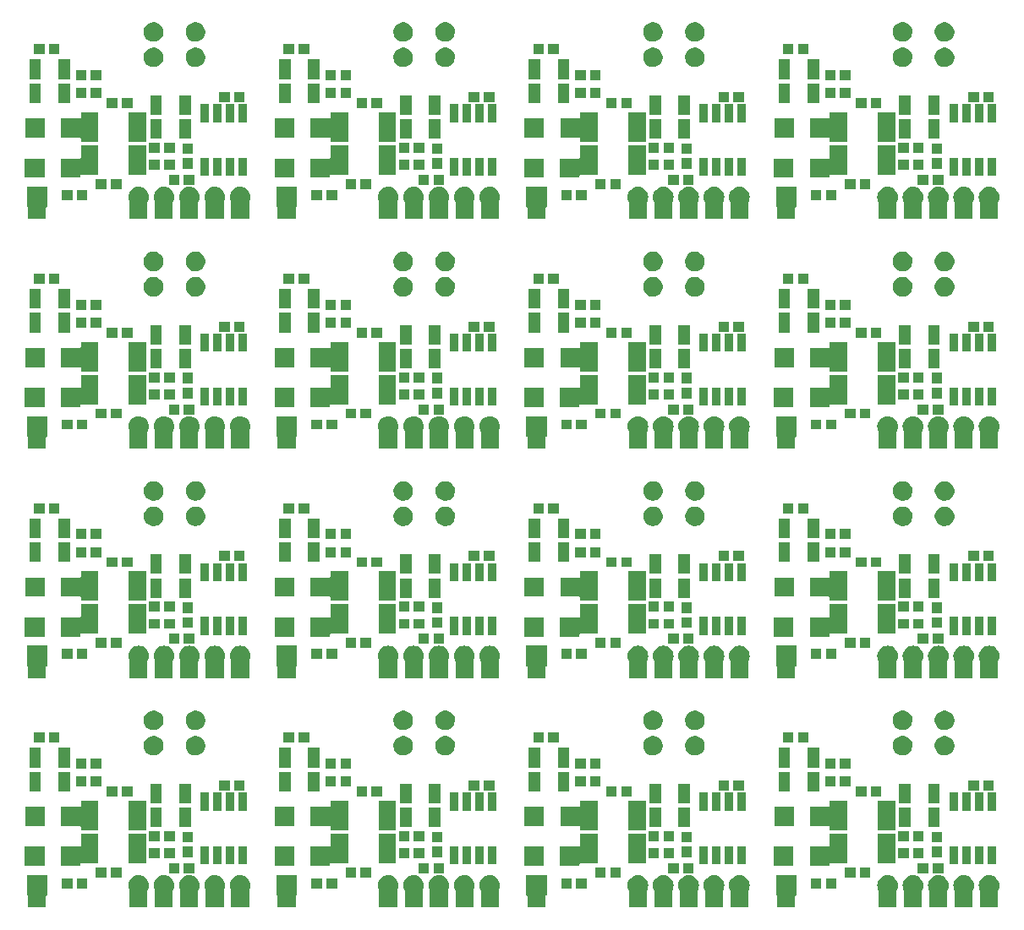
<source format=gts>
G04 #@! TF.FileFunction,Soldermask,Top*
%FSLAX46Y46*%
G04 Gerber Fmt 4.6, Leading zero omitted, Abs format (unit mm)*
G04 Created by KiCad (PCBNEW 4.0.1-stable) date 31.08.2016 15:32:53*
%MOMM*%
G01*
G04 APERTURE LIST*
%ADD10C,0.100000*%
G04 APERTURE END LIST*
D10*
G36*
X66470000Y-116830000D02*
X66416200Y-116830000D01*
X66394971Y-116833017D01*
X66375423Y-116841828D01*
X66359104Y-116855737D01*
X66347306Y-116873641D01*
X66340963Y-116894124D01*
X66340000Y-116906200D01*
X66340000Y-118000000D01*
X64540000Y-118000000D01*
X64540000Y-116906200D01*
X64536983Y-116884971D01*
X64528172Y-116865423D01*
X64514263Y-116849104D01*
X64496359Y-116837306D01*
X64475876Y-116830963D01*
X64463800Y-116830000D01*
X64410000Y-116830000D01*
X64410000Y-114770000D01*
X66470000Y-114770000D01*
X66470000Y-116830000D01*
X66470000Y-116830000D01*
G37*
G36*
X80696271Y-114770078D02*
X80696276Y-114770079D01*
X80699365Y-114770100D01*
X80899133Y-114792508D01*
X81090744Y-114853291D01*
X81266900Y-114950133D01*
X81420891Y-115079347D01*
X81546851Y-115236010D01*
X81639983Y-115414155D01*
X81696740Y-115606997D01*
X81696745Y-115607057D01*
X81696749Y-115607069D01*
X81714961Y-115807184D01*
X81693956Y-116007039D01*
X81693954Y-116007047D01*
X81693947Y-116007110D01*
X81634503Y-116199141D01*
X81584072Y-116292412D01*
X81576728Y-116312253D01*
X81575000Y-116328387D01*
X81575000Y-118000000D01*
X79775000Y-118000000D01*
X79775000Y-116309654D01*
X79771983Y-116288425D01*
X79766469Y-116274699D01*
X79720017Y-116185845D01*
X79663260Y-115993003D01*
X79663255Y-115992943D01*
X79663251Y-115992931D01*
X79645039Y-115792816D01*
X79666044Y-115592961D01*
X79666046Y-115592953D01*
X79666053Y-115592890D01*
X79725497Y-115400859D01*
X79821107Y-115224031D01*
X79949243Y-115069142D01*
X80105023Y-114942091D01*
X80282514Y-114847718D01*
X80474955Y-114789616D01*
X80675016Y-114770000D01*
X80685105Y-114770000D01*
X80696271Y-114770078D01*
X80696271Y-114770078D01*
G37*
G36*
X116470000Y-116830000D02*
X116416200Y-116830000D01*
X116394971Y-116833017D01*
X116375423Y-116841828D01*
X116359104Y-116855737D01*
X116347306Y-116873641D01*
X116340963Y-116894124D01*
X116340000Y-116906200D01*
X116340000Y-118000000D01*
X114540000Y-118000000D01*
X114540000Y-116906200D01*
X114536983Y-116884971D01*
X114528172Y-116865423D01*
X114514263Y-116849104D01*
X114496359Y-116837306D01*
X114475876Y-116830963D01*
X114463800Y-116830000D01*
X114410000Y-116830000D01*
X114410000Y-114770000D01*
X116470000Y-114770000D01*
X116470000Y-116830000D01*
X116470000Y-116830000D01*
G37*
G36*
X105696271Y-114770078D02*
X105696276Y-114770079D01*
X105699365Y-114770100D01*
X105899133Y-114792508D01*
X106090744Y-114853291D01*
X106266900Y-114950133D01*
X106420891Y-115079347D01*
X106546851Y-115236010D01*
X106639983Y-115414155D01*
X106696740Y-115606997D01*
X106696745Y-115607057D01*
X106696749Y-115607069D01*
X106714961Y-115807184D01*
X106693956Y-116007039D01*
X106693954Y-116007047D01*
X106693947Y-116007110D01*
X106634503Y-116199141D01*
X106584072Y-116292412D01*
X106576728Y-116312253D01*
X106575000Y-116328387D01*
X106575000Y-118000000D01*
X104775000Y-118000000D01*
X104775000Y-116309654D01*
X104771983Y-116288425D01*
X104766469Y-116274699D01*
X104720017Y-116185845D01*
X104663260Y-115993003D01*
X104663255Y-115992943D01*
X104663251Y-115992931D01*
X104645039Y-115792816D01*
X104666044Y-115592961D01*
X104666046Y-115592953D01*
X104666053Y-115592890D01*
X104725497Y-115400859D01*
X104821107Y-115224031D01*
X104949243Y-115069142D01*
X105105023Y-114942091D01*
X105282514Y-114847718D01*
X105474955Y-114789616D01*
X105675016Y-114770000D01*
X105685105Y-114770000D01*
X105696271Y-114770078D01*
X105696271Y-114770078D01*
G37*
G36*
X103156271Y-114770078D02*
X103156276Y-114770079D01*
X103159365Y-114770100D01*
X103359133Y-114792508D01*
X103550744Y-114853291D01*
X103726900Y-114950133D01*
X103880891Y-115079347D01*
X104006851Y-115236010D01*
X104099983Y-115414155D01*
X104156740Y-115606997D01*
X104156745Y-115607057D01*
X104156749Y-115607069D01*
X104174961Y-115807184D01*
X104153956Y-116007039D01*
X104153954Y-116007047D01*
X104153947Y-116007110D01*
X104094503Y-116199141D01*
X104034071Y-116310909D01*
X104026728Y-116330747D01*
X104025000Y-116346881D01*
X104025000Y-118000000D01*
X102250000Y-118000000D01*
X102250000Y-116338346D01*
X102246983Y-116317117D01*
X102241470Y-116303393D01*
X102180017Y-116185845D01*
X102123260Y-115993003D01*
X102123255Y-115992943D01*
X102123251Y-115992931D01*
X102105039Y-115792816D01*
X102126044Y-115592961D01*
X102126046Y-115592953D01*
X102126053Y-115592890D01*
X102185497Y-115400859D01*
X102281107Y-115224031D01*
X102409243Y-115069142D01*
X102565023Y-114942091D01*
X102742514Y-114847718D01*
X102934955Y-114789616D01*
X103135016Y-114770000D01*
X103145105Y-114770000D01*
X103156271Y-114770078D01*
X103156271Y-114770078D01*
G37*
G36*
X108236271Y-114770078D02*
X108236276Y-114770079D01*
X108239365Y-114770100D01*
X108439133Y-114792508D01*
X108630744Y-114853291D01*
X108806900Y-114950133D01*
X108960891Y-115079347D01*
X109086851Y-115236010D01*
X109179983Y-115414155D01*
X109236740Y-115606997D01*
X109236745Y-115607057D01*
X109236749Y-115607069D01*
X109254961Y-115807184D01*
X109233956Y-116007039D01*
X109233954Y-116007047D01*
X109233947Y-116007110D01*
X109174503Y-116199141D01*
X109134071Y-116273918D01*
X109126728Y-116293758D01*
X109125000Y-116309892D01*
X109125000Y-118000000D01*
X107325000Y-118000000D01*
X107325000Y-116328782D01*
X107321983Y-116307553D01*
X107316469Y-116293828D01*
X107260017Y-116185845D01*
X107203260Y-115993003D01*
X107203255Y-115992943D01*
X107203251Y-115992931D01*
X107185039Y-115792816D01*
X107206044Y-115592961D01*
X107206046Y-115592953D01*
X107206053Y-115592890D01*
X107265497Y-115400859D01*
X107361107Y-115224031D01*
X107489243Y-115069142D01*
X107645023Y-114942091D01*
X107822514Y-114847718D01*
X108014955Y-114789616D01*
X108215016Y-114770000D01*
X108225105Y-114770000D01*
X108236271Y-114770078D01*
X108236271Y-114770078D01*
G37*
G36*
X110776271Y-114770078D02*
X110776276Y-114770079D01*
X110779365Y-114770100D01*
X110979133Y-114792508D01*
X111170744Y-114853291D01*
X111346900Y-114950133D01*
X111500891Y-115079347D01*
X111626851Y-115236010D01*
X111719983Y-115414155D01*
X111776740Y-115606997D01*
X111776745Y-115607057D01*
X111776749Y-115607069D01*
X111794961Y-115807184D01*
X111773956Y-116007039D01*
X111773954Y-116007047D01*
X111773947Y-116007110D01*
X111714503Y-116199141D01*
X111672551Y-116276730D01*
X111665208Y-116296569D01*
X111663480Y-116312703D01*
X111663480Y-118000000D01*
X109863480Y-118000000D01*
X109863480Y-116325875D01*
X109860463Y-116304646D01*
X109854948Y-116290919D01*
X109800017Y-116185845D01*
X109743260Y-115993003D01*
X109743255Y-115992943D01*
X109743251Y-115992931D01*
X109725039Y-115792816D01*
X109746044Y-115592961D01*
X109746046Y-115592953D01*
X109746053Y-115592890D01*
X109805497Y-115400859D01*
X109901107Y-115224031D01*
X110029243Y-115069142D01*
X110185023Y-114942091D01*
X110362514Y-114847718D01*
X110554955Y-114789616D01*
X110755016Y-114770000D01*
X110765105Y-114770000D01*
X110776271Y-114770078D01*
X110776271Y-114770078D01*
G37*
G36*
X125616271Y-114770078D02*
X125616276Y-114770079D01*
X125619365Y-114770100D01*
X125819133Y-114792508D01*
X126010744Y-114853291D01*
X126186900Y-114950133D01*
X126340891Y-115079347D01*
X126466851Y-115236010D01*
X126559983Y-115414155D01*
X126616740Y-115606997D01*
X126616745Y-115607057D01*
X126616749Y-115607069D01*
X126634961Y-115807184D01*
X126613956Y-116007039D01*
X126613954Y-116007047D01*
X126613947Y-116007110D01*
X126554503Y-116199141D01*
X126509072Y-116283164D01*
X126501728Y-116303006D01*
X126500000Y-116319140D01*
X126500000Y-118000000D01*
X124700000Y-118000000D01*
X124700000Y-116319218D01*
X124696983Y-116297989D01*
X124691469Y-116284264D01*
X124640017Y-116185845D01*
X124583260Y-115993003D01*
X124583255Y-115992943D01*
X124583251Y-115992931D01*
X124565039Y-115792816D01*
X124586044Y-115592961D01*
X124586046Y-115592953D01*
X124586053Y-115592890D01*
X124645497Y-115400859D01*
X124741107Y-115224031D01*
X124869243Y-115069142D01*
X125025023Y-114942091D01*
X125202514Y-114847718D01*
X125394955Y-114789616D01*
X125595016Y-114770000D01*
X125605105Y-114770000D01*
X125616271Y-114770078D01*
X125616271Y-114770078D01*
G37*
G36*
X130696271Y-114770078D02*
X130696276Y-114770079D01*
X130699365Y-114770100D01*
X130899133Y-114792508D01*
X131090744Y-114853291D01*
X131266900Y-114950133D01*
X131420891Y-115079347D01*
X131546851Y-115236010D01*
X131639983Y-115414155D01*
X131696740Y-115606997D01*
X131696745Y-115607057D01*
X131696749Y-115607069D01*
X131714961Y-115807184D01*
X131693956Y-116007039D01*
X131693954Y-116007047D01*
X131693947Y-116007110D01*
X131634503Y-116199141D01*
X131584072Y-116292412D01*
X131576728Y-116312253D01*
X131575000Y-116328387D01*
X131575000Y-118000000D01*
X129775000Y-118000000D01*
X129775000Y-116309654D01*
X129771983Y-116288425D01*
X129766469Y-116274699D01*
X129720017Y-116185845D01*
X129663260Y-115993003D01*
X129663255Y-115992943D01*
X129663251Y-115992931D01*
X129645039Y-115792816D01*
X129666044Y-115592961D01*
X129666046Y-115592953D01*
X129666053Y-115592890D01*
X129725497Y-115400859D01*
X129821107Y-115224031D01*
X129949243Y-115069142D01*
X130105023Y-114942091D01*
X130282514Y-114847718D01*
X130474955Y-114789616D01*
X130675016Y-114770000D01*
X130685105Y-114770000D01*
X130696271Y-114770078D01*
X130696271Y-114770078D01*
G37*
G36*
X128156271Y-114770078D02*
X128156276Y-114770079D01*
X128159365Y-114770100D01*
X128359133Y-114792508D01*
X128550744Y-114853291D01*
X128726900Y-114950133D01*
X128880891Y-115079347D01*
X129006851Y-115236010D01*
X129099983Y-115414155D01*
X129156740Y-115606997D01*
X129156745Y-115607057D01*
X129156749Y-115607069D01*
X129174961Y-115807184D01*
X129153956Y-116007039D01*
X129153954Y-116007047D01*
X129153947Y-116007110D01*
X129094503Y-116199141D01*
X129034071Y-116310909D01*
X129026728Y-116330747D01*
X129025000Y-116346881D01*
X129025000Y-118000000D01*
X127250000Y-118000000D01*
X127250000Y-116338346D01*
X127246983Y-116317117D01*
X127241470Y-116303393D01*
X127180017Y-116185845D01*
X127123260Y-115993003D01*
X127123255Y-115992943D01*
X127123251Y-115992931D01*
X127105039Y-115792816D01*
X127126044Y-115592961D01*
X127126046Y-115592953D01*
X127126053Y-115592890D01*
X127185497Y-115400859D01*
X127281107Y-115224031D01*
X127409243Y-115069142D01*
X127565023Y-114942091D01*
X127742514Y-114847718D01*
X127934955Y-114789616D01*
X128135016Y-114770000D01*
X128145105Y-114770000D01*
X128156271Y-114770078D01*
X128156271Y-114770078D01*
G37*
G36*
X135776271Y-114770078D02*
X135776276Y-114770079D01*
X135779365Y-114770100D01*
X135979133Y-114792508D01*
X136170744Y-114853291D01*
X136346900Y-114950133D01*
X136500891Y-115079347D01*
X136626851Y-115236010D01*
X136719983Y-115414155D01*
X136776740Y-115606997D01*
X136776745Y-115607057D01*
X136776749Y-115607069D01*
X136794961Y-115807184D01*
X136773956Y-116007039D01*
X136773954Y-116007047D01*
X136773947Y-116007110D01*
X136714503Y-116199141D01*
X136672551Y-116276730D01*
X136665208Y-116296569D01*
X136663480Y-116312703D01*
X136663480Y-118000000D01*
X134863480Y-118000000D01*
X134863480Y-116325875D01*
X134860463Y-116304646D01*
X134854948Y-116290919D01*
X134800017Y-116185845D01*
X134743260Y-115993003D01*
X134743255Y-115992943D01*
X134743251Y-115992931D01*
X134725039Y-115792816D01*
X134746044Y-115592961D01*
X134746046Y-115592953D01*
X134746053Y-115592890D01*
X134805497Y-115400859D01*
X134901107Y-115224031D01*
X135029243Y-115069142D01*
X135185023Y-114942091D01*
X135362514Y-114847718D01*
X135554955Y-114789616D01*
X135755016Y-114770000D01*
X135765105Y-114770000D01*
X135776271Y-114770078D01*
X135776271Y-114770078D01*
G37*
G36*
X100616271Y-114770078D02*
X100616276Y-114770079D01*
X100619365Y-114770100D01*
X100819133Y-114792508D01*
X101010744Y-114853291D01*
X101186900Y-114950133D01*
X101340891Y-115079347D01*
X101466851Y-115236010D01*
X101559983Y-115414155D01*
X101616740Y-115606997D01*
X101616745Y-115607057D01*
X101616749Y-115607069D01*
X101634961Y-115807184D01*
X101613956Y-116007039D01*
X101613954Y-116007047D01*
X101613947Y-116007110D01*
X101554503Y-116199141D01*
X101509072Y-116283164D01*
X101501728Y-116303006D01*
X101500000Y-116319140D01*
X101500000Y-118000000D01*
X99700000Y-118000000D01*
X99700000Y-116319218D01*
X99696983Y-116297989D01*
X99691469Y-116284264D01*
X99640017Y-116185845D01*
X99583260Y-115993003D01*
X99583255Y-115992943D01*
X99583251Y-115992931D01*
X99565039Y-115792816D01*
X99586044Y-115592961D01*
X99586046Y-115592953D01*
X99586053Y-115592890D01*
X99645497Y-115400859D01*
X99741107Y-115224031D01*
X99869243Y-115069142D01*
X100025023Y-114942091D01*
X100202514Y-114847718D01*
X100394955Y-114789616D01*
X100595016Y-114770000D01*
X100605105Y-114770000D01*
X100616271Y-114770078D01*
X100616271Y-114770078D01*
G37*
G36*
X133236271Y-114770078D02*
X133236276Y-114770079D01*
X133239365Y-114770100D01*
X133439133Y-114792508D01*
X133630744Y-114853291D01*
X133806900Y-114950133D01*
X133960891Y-115079347D01*
X134086851Y-115236010D01*
X134179983Y-115414155D01*
X134236740Y-115606997D01*
X134236745Y-115607057D01*
X134236749Y-115607069D01*
X134254961Y-115807184D01*
X134233956Y-116007039D01*
X134233954Y-116007047D01*
X134233947Y-116007110D01*
X134174503Y-116199141D01*
X134134071Y-116273918D01*
X134126728Y-116293758D01*
X134125000Y-116309892D01*
X134125000Y-118000000D01*
X132325000Y-118000000D01*
X132325000Y-116328782D01*
X132321983Y-116307553D01*
X132316469Y-116293828D01*
X132260017Y-116185845D01*
X132203260Y-115993003D01*
X132203255Y-115992943D01*
X132203251Y-115992931D01*
X132185039Y-115792816D01*
X132206044Y-115592961D01*
X132206046Y-115592953D01*
X132206053Y-115592890D01*
X132265497Y-115400859D01*
X132361107Y-115224031D01*
X132489243Y-115069142D01*
X132645023Y-114942091D01*
X132822514Y-114847718D01*
X133014955Y-114789616D01*
X133215016Y-114770000D01*
X133225105Y-114770000D01*
X133236271Y-114770078D01*
X133236271Y-114770078D01*
G37*
G36*
X91470000Y-116830000D02*
X91416200Y-116830000D01*
X91394971Y-116833017D01*
X91375423Y-116841828D01*
X91359104Y-116855737D01*
X91347306Y-116873641D01*
X91340963Y-116894124D01*
X91340000Y-116906200D01*
X91340000Y-118000000D01*
X89540000Y-118000000D01*
X89540000Y-116906200D01*
X89536983Y-116884971D01*
X89528172Y-116865423D01*
X89514263Y-116849104D01*
X89496359Y-116837306D01*
X89475876Y-116830963D01*
X89463800Y-116830000D01*
X89410000Y-116830000D01*
X89410000Y-114770000D01*
X91470000Y-114770000D01*
X91470000Y-116830000D01*
X91470000Y-116830000D01*
G37*
G36*
X85776271Y-114770078D02*
X85776276Y-114770079D01*
X85779365Y-114770100D01*
X85979133Y-114792508D01*
X86170744Y-114853291D01*
X86346900Y-114950133D01*
X86500891Y-115079347D01*
X86626851Y-115236010D01*
X86719983Y-115414155D01*
X86776740Y-115606997D01*
X86776745Y-115607057D01*
X86776749Y-115607069D01*
X86794961Y-115807184D01*
X86773956Y-116007039D01*
X86773954Y-116007047D01*
X86773947Y-116007110D01*
X86714503Y-116199141D01*
X86672551Y-116276730D01*
X86665208Y-116296569D01*
X86663480Y-116312703D01*
X86663480Y-118000000D01*
X84863480Y-118000000D01*
X84863480Y-116325875D01*
X84860463Y-116304646D01*
X84854948Y-116290919D01*
X84800017Y-116185845D01*
X84743260Y-115993003D01*
X84743255Y-115992943D01*
X84743251Y-115992931D01*
X84725039Y-115792816D01*
X84746044Y-115592961D01*
X84746046Y-115592953D01*
X84746053Y-115592890D01*
X84805497Y-115400859D01*
X84901107Y-115224031D01*
X85029243Y-115069142D01*
X85185023Y-114942091D01*
X85362514Y-114847718D01*
X85554955Y-114789616D01*
X85755016Y-114770000D01*
X85765105Y-114770000D01*
X85776271Y-114770078D01*
X85776271Y-114770078D01*
G37*
G36*
X83236271Y-114770078D02*
X83236276Y-114770079D01*
X83239365Y-114770100D01*
X83439133Y-114792508D01*
X83630744Y-114853291D01*
X83806900Y-114950133D01*
X83960891Y-115079347D01*
X84086851Y-115236010D01*
X84179983Y-115414155D01*
X84236740Y-115606997D01*
X84236745Y-115607057D01*
X84236749Y-115607069D01*
X84254961Y-115807184D01*
X84233956Y-116007039D01*
X84233954Y-116007047D01*
X84233947Y-116007110D01*
X84174503Y-116199141D01*
X84134071Y-116273918D01*
X84126728Y-116293758D01*
X84125000Y-116309892D01*
X84125000Y-118000000D01*
X82325000Y-118000000D01*
X82325000Y-116328782D01*
X82321983Y-116307553D01*
X82316469Y-116293828D01*
X82260017Y-116185845D01*
X82203260Y-115993003D01*
X82203255Y-115992943D01*
X82203251Y-115992931D01*
X82185039Y-115792816D01*
X82206044Y-115592961D01*
X82206046Y-115592953D01*
X82206053Y-115592890D01*
X82265497Y-115400859D01*
X82361107Y-115224031D01*
X82489243Y-115069142D01*
X82645023Y-114942091D01*
X82822514Y-114847718D01*
X83014955Y-114789616D01*
X83215016Y-114770000D01*
X83225105Y-114770000D01*
X83236271Y-114770078D01*
X83236271Y-114770078D01*
G37*
G36*
X75616271Y-114770078D02*
X75616276Y-114770079D01*
X75619365Y-114770100D01*
X75819133Y-114792508D01*
X76010744Y-114853291D01*
X76186900Y-114950133D01*
X76340891Y-115079347D01*
X76466851Y-115236010D01*
X76559983Y-115414155D01*
X76616740Y-115606997D01*
X76616745Y-115607057D01*
X76616749Y-115607069D01*
X76634961Y-115807184D01*
X76613956Y-116007039D01*
X76613954Y-116007047D01*
X76613947Y-116007110D01*
X76554503Y-116199141D01*
X76509072Y-116283164D01*
X76501728Y-116303006D01*
X76500000Y-116319140D01*
X76500000Y-118000000D01*
X74700000Y-118000000D01*
X74700000Y-116319218D01*
X74696983Y-116297989D01*
X74691469Y-116284264D01*
X74640017Y-116185845D01*
X74583260Y-115993003D01*
X74583255Y-115992943D01*
X74583251Y-115992931D01*
X74565039Y-115792816D01*
X74586044Y-115592961D01*
X74586046Y-115592953D01*
X74586053Y-115592890D01*
X74645497Y-115400859D01*
X74741107Y-115224031D01*
X74869243Y-115069142D01*
X75025023Y-114942091D01*
X75202514Y-114847718D01*
X75394955Y-114789616D01*
X75595016Y-114770000D01*
X75605105Y-114770000D01*
X75616271Y-114770078D01*
X75616271Y-114770078D01*
G37*
G36*
X50616271Y-114770078D02*
X50616276Y-114770079D01*
X50619365Y-114770100D01*
X50819133Y-114792508D01*
X51010744Y-114853291D01*
X51186900Y-114950133D01*
X51340891Y-115079347D01*
X51466851Y-115236010D01*
X51559983Y-115414155D01*
X51616740Y-115606997D01*
X51616745Y-115607057D01*
X51616749Y-115607069D01*
X51634961Y-115807184D01*
X51613956Y-116007039D01*
X51613954Y-116007047D01*
X51613947Y-116007110D01*
X51554503Y-116199141D01*
X51509072Y-116283164D01*
X51501728Y-116303006D01*
X51500000Y-116319140D01*
X51500000Y-118000000D01*
X49700000Y-118000000D01*
X49700000Y-116319218D01*
X49696983Y-116297989D01*
X49691469Y-116284264D01*
X49640017Y-116185845D01*
X49583260Y-115993003D01*
X49583255Y-115992943D01*
X49583251Y-115992931D01*
X49565039Y-115792816D01*
X49586044Y-115592961D01*
X49586046Y-115592953D01*
X49586053Y-115592890D01*
X49645497Y-115400859D01*
X49741107Y-115224031D01*
X49869243Y-115069142D01*
X50025023Y-114942091D01*
X50202514Y-114847718D01*
X50394955Y-114789616D01*
X50595016Y-114770000D01*
X50605105Y-114770000D01*
X50616271Y-114770078D01*
X50616271Y-114770078D01*
G37*
G36*
X41470000Y-116830000D02*
X41416200Y-116830000D01*
X41394971Y-116833017D01*
X41375423Y-116841828D01*
X41359104Y-116855737D01*
X41347306Y-116873641D01*
X41340963Y-116894124D01*
X41340000Y-116906200D01*
X41340000Y-118000000D01*
X39540000Y-118000000D01*
X39540000Y-116906200D01*
X39536983Y-116884971D01*
X39528172Y-116865423D01*
X39514263Y-116849104D01*
X39496359Y-116837306D01*
X39475876Y-116830963D01*
X39463800Y-116830000D01*
X39410000Y-116830000D01*
X39410000Y-114770000D01*
X41470000Y-114770000D01*
X41470000Y-116830000D01*
X41470000Y-116830000D01*
G37*
G36*
X60776271Y-114770078D02*
X60776276Y-114770079D01*
X60779365Y-114770100D01*
X60979133Y-114792508D01*
X61170744Y-114853291D01*
X61346900Y-114950133D01*
X61500891Y-115079347D01*
X61626851Y-115236010D01*
X61719983Y-115414155D01*
X61776740Y-115606997D01*
X61776745Y-115607057D01*
X61776749Y-115607069D01*
X61794961Y-115807184D01*
X61773956Y-116007039D01*
X61773954Y-116007047D01*
X61773947Y-116007110D01*
X61714503Y-116199141D01*
X61672551Y-116276730D01*
X61665208Y-116296569D01*
X61663480Y-116312703D01*
X61663480Y-118000000D01*
X59863480Y-118000000D01*
X59863480Y-116325875D01*
X59860463Y-116304646D01*
X59854948Y-116290919D01*
X59800017Y-116185845D01*
X59743260Y-115993003D01*
X59743255Y-115992943D01*
X59743251Y-115992931D01*
X59725039Y-115792816D01*
X59746044Y-115592961D01*
X59746046Y-115592953D01*
X59746053Y-115592890D01*
X59805497Y-115400859D01*
X59901107Y-115224031D01*
X60029243Y-115069142D01*
X60185023Y-114942091D01*
X60362514Y-114847718D01*
X60554955Y-114789616D01*
X60755016Y-114770000D01*
X60765105Y-114770000D01*
X60776271Y-114770078D01*
X60776271Y-114770078D01*
G37*
G36*
X58236271Y-114770078D02*
X58236276Y-114770079D01*
X58239365Y-114770100D01*
X58439133Y-114792508D01*
X58630744Y-114853291D01*
X58806900Y-114950133D01*
X58960891Y-115079347D01*
X59086851Y-115236010D01*
X59179983Y-115414155D01*
X59236740Y-115606997D01*
X59236745Y-115607057D01*
X59236749Y-115607069D01*
X59254961Y-115807184D01*
X59233956Y-116007039D01*
X59233954Y-116007047D01*
X59233947Y-116007110D01*
X59174503Y-116199141D01*
X59134071Y-116273918D01*
X59126728Y-116293758D01*
X59125000Y-116309892D01*
X59125000Y-118000000D01*
X57325000Y-118000000D01*
X57325000Y-116328782D01*
X57321983Y-116307553D01*
X57316469Y-116293828D01*
X57260017Y-116185845D01*
X57203260Y-115993003D01*
X57203255Y-115992943D01*
X57203251Y-115992931D01*
X57185039Y-115792816D01*
X57206044Y-115592961D01*
X57206046Y-115592953D01*
X57206053Y-115592890D01*
X57265497Y-115400859D01*
X57361107Y-115224031D01*
X57489243Y-115069142D01*
X57645023Y-114942091D01*
X57822514Y-114847718D01*
X58014955Y-114789616D01*
X58215016Y-114770000D01*
X58225105Y-114770000D01*
X58236271Y-114770078D01*
X58236271Y-114770078D01*
G37*
G36*
X55696271Y-114770078D02*
X55696276Y-114770079D01*
X55699365Y-114770100D01*
X55899133Y-114792508D01*
X56090744Y-114853291D01*
X56266900Y-114950133D01*
X56420891Y-115079347D01*
X56546851Y-115236010D01*
X56639983Y-115414155D01*
X56696740Y-115606997D01*
X56696745Y-115607057D01*
X56696749Y-115607069D01*
X56714961Y-115807184D01*
X56693956Y-116007039D01*
X56693954Y-116007047D01*
X56693947Y-116007110D01*
X56634503Y-116199141D01*
X56584072Y-116292412D01*
X56576728Y-116312253D01*
X56575000Y-116328387D01*
X56575000Y-118000000D01*
X54775000Y-118000000D01*
X54775000Y-116309654D01*
X54771983Y-116288425D01*
X54766469Y-116274699D01*
X54720017Y-116185845D01*
X54663260Y-115993003D01*
X54663255Y-115992943D01*
X54663251Y-115992931D01*
X54645039Y-115792816D01*
X54666044Y-115592961D01*
X54666046Y-115592953D01*
X54666053Y-115592890D01*
X54725497Y-115400859D01*
X54821107Y-115224031D01*
X54949243Y-115069142D01*
X55105023Y-114942091D01*
X55282514Y-114847718D01*
X55474955Y-114789616D01*
X55675016Y-114770000D01*
X55685105Y-114770000D01*
X55696271Y-114770078D01*
X55696271Y-114770078D01*
G37*
G36*
X53156271Y-114770078D02*
X53156276Y-114770079D01*
X53159365Y-114770100D01*
X53359133Y-114792508D01*
X53550744Y-114853291D01*
X53726900Y-114950133D01*
X53880891Y-115079347D01*
X54006851Y-115236010D01*
X54099983Y-115414155D01*
X54156740Y-115606997D01*
X54156745Y-115607057D01*
X54156749Y-115607069D01*
X54174961Y-115807184D01*
X54153956Y-116007039D01*
X54153954Y-116007047D01*
X54153947Y-116007110D01*
X54094503Y-116199141D01*
X54034071Y-116310909D01*
X54026728Y-116330747D01*
X54025000Y-116346881D01*
X54025000Y-118000000D01*
X52250000Y-118000000D01*
X52250000Y-116338346D01*
X52246983Y-116317117D01*
X52241470Y-116303393D01*
X52180017Y-116185845D01*
X52123260Y-115993003D01*
X52123255Y-115992943D01*
X52123251Y-115992931D01*
X52105039Y-115792816D01*
X52126044Y-115592961D01*
X52126046Y-115592953D01*
X52126053Y-115592890D01*
X52185497Y-115400859D01*
X52281107Y-115224031D01*
X52409243Y-115069142D01*
X52565023Y-114942091D01*
X52742514Y-114847718D01*
X52934955Y-114789616D01*
X53135016Y-114770000D01*
X53145105Y-114770000D01*
X53156271Y-114770078D01*
X53156271Y-114770078D01*
G37*
G36*
X78156271Y-114770078D02*
X78156276Y-114770079D01*
X78159365Y-114770100D01*
X78359133Y-114792508D01*
X78550744Y-114853291D01*
X78726900Y-114950133D01*
X78880891Y-115079347D01*
X79006851Y-115236010D01*
X79099983Y-115414155D01*
X79156740Y-115606997D01*
X79156745Y-115607057D01*
X79156749Y-115607069D01*
X79174961Y-115807184D01*
X79153956Y-116007039D01*
X79153954Y-116007047D01*
X79153947Y-116007110D01*
X79094503Y-116199141D01*
X79034071Y-116310909D01*
X79026728Y-116330747D01*
X79025000Y-116346881D01*
X79025000Y-118000000D01*
X77250000Y-118000000D01*
X77250000Y-116338346D01*
X77246983Y-116317117D01*
X77241470Y-116303393D01*
X77180017Y-116185845D01*
X77123260Y-115993003D01*
X77123255Y-115992943D01*
X77123251Y-115992931D01*
X77105039Y-115792816D01*
X77126044Y-115592961D01*
X77126046Y-115592953D01*
X77126053Y-115592890D01*
X77185497Y-115400859D01*
X77281107Y-115224031D01*
X77409243Y-115069142D01*
X77565023Y-114942091D01*
X77742514Y-114847718D01*
X77934955Y-114789616D01*
X78135016Y-114770000D01*
X78145105Y-114770000D01*
X78156271Y-114770078D01*
X78156271Y-114770078D01*
G37*
G36*
X118980000Y-116105000D02*
X117920000Y-116105000D01*
X117920000Y-115095000D01*
X118980000Y-115095000D01*
X118980000Y-116105000D01*
X118980000Y-116105000D01*
G37*
G36*
X68980000Y-116105000D02*
X67920000Y-116105000D01*
X67920000Y-115095000D01*
X68980000Y-115095000D01*
X68980000Y-116105000D01*
X68980000Y-116105000D01*
G37*
G36*
X70480000Y-116105000D02*
X69420000Y-116105000D01*
X69420000Y-115095000D01*
X70480000Y-115095000D01*
X70480000Y-116105000D01*
X70480000Y-116105000D01*
G37*
G36*
X43980000Y-116105000D02*
X42920000Y-116105000D01*
X42920000Y-115095000D01*
X43980000Y-115095000D01*
X43980000Y-116105000D01*
X43980000Y-116105000D01*
G37*
G36*
X45480000Y-116105000D02*
X44420000Y-116105000D01*
X44420000Y-115095000D01*
X45480000Y-115095000D01*
X45480000Y-116105000D01*
X45480000Y-116105000D01*
G37*
G36*
X93980000Y-116105000D02*
X92920000Y-116105000D01*
X92920000Y-115095000D01*
X93980000Y-115095000D01*
X93980000Y-116105000D01*
X93980000Y-116105000D01*
G37*
G36*
X95480000Y-116105000D02*
X94420000Y-116105000D01*
X94420000Y-115095000D01*
X95480000Y-115095000D01*
X95480000Y-116105000D01*
X95480000Y-116105000D01*
G37*
G36*
X120480000Y-116105000D02*
X119420000Y-116105000D01*
X119420000Y-115095000D01*
X120480000Y-115095000D01*
X120480000Y-116105000D01*
X120480000Y-116105000D01*
G37*
G36*
X122380000Y-115005000D02*
X121320000Y-115005000D01*
X121320000Y-113995000D01*
X122380000Y-113995000D01*
X122380000Y-115005000D01*
X122380000Y-115005000D01*
G37*
G36*
X48880000Y-115005000D02*
X47820000Y-115005000D01*
X47820000Y-113995000D01*
X48880000Y-113995000D01*
X48880000Y-115005000D01*
X48880000Y-115005000D01*
G37*
G36*
X47380000Y-115005000D02*
X46320000Y-115005000D01*
X46320000Y-113995000D01*
X47380000Y-113995000D01*
X47380000Y-115005000D01*
X47380000Y-115005000D01*
G37*
G36*
X73880000Y-115005000D02*
X72820000Y-115005000D01*
X72820000Y-113995000D01*
X73880000Y-113995000D01*
X73880000Y-115005000D01*
X73880000Y-115005000D01*
G37*
G36*
X98880000Y-115005000D02*
X97820000Y-115005000D01*
X97820000Y-113995000D01*
X98880000Y-113995000D01*
X98880000Y-115005000D01*
X98880000Y-115005000D01*
G37*
G36*
X97380000Y-115005000D02*
X96320000Y-115005000D01*
X96320000Y-113995000D01*
X97380000Y-113995000D01*
X97380000Y-115005000D01*
X97380000Y-115005000D01*
G37*
G36*
X123880000Y-115005000D02*
X122820000Y-115005000D01*
X122820000Y-113995000D01*
X123880000Y-113995000D01*
X123880000Y-115005000D01*
X123880000Y-115005000D01*
G37*
G36*
X72380000Y-115005000D02*
X71320000Y-115005000D01*
X71320000Y-113995000D01*
X72380000Y-113995000D01*
X72380000Y-115005000D01*
X72380000Y-115005000D01*
G37*
G36*
X106180000Y-114605000D02*
X105120000Y-114605000D01*
X105120000Y-113595000D01*
X106180000Y-113595000D01*
X106180000Y-114605000D01*
X106180000Y-114605000D01*
G37*
G36*
X104680000Y-114605000D02*
X103620000Y-114605000D01*
X103620000Y-113595000D01*
X104680000Y-113595000D01*
X104680000Y-114605000D01*
X104680000Y-114605000D01*
G37*
G36*
X131180000Y-114605000D02*
X130120000Y-114605000D01*
X130120000Y-113595000D01*
X131180000Y-113595000D01*
X131180000Y-114605000D01*
X131180000Y-114605000D01*
G37*
G36*
X129680000Y-114605000D02*
X128620000Y-114605000D01*
X128620000Y-113595000D01*
X129680000Y-113595000D01*
X129680000Y-114605000D01*
X129680000Y-114605000D01*
G37*
G36*
X79680000Y-114605000D02*
X78620000Y-114605000D01*
X78620000Y-113595000D01*
X79680000Y-113595000D01*
X79680000Y-114605000D01*
X79680000Y-114605000D01*
G37*
G36*
X81180000Y-114605000D02*
X80120000Y-114605000D01*
X80120000Y-113595000D01*
X81180000Y-113595000D01*
X81180000Y-114605000D01*
X81180000Y-114605000D01*
G37*
G36*
X54680000Y-114605000D02*
X53620000Y-114605000D01*
X53620000Y-113595000D01*
X54680000Y-113595000D01*
X54680000Y-114605000D01*
X54680000Y-114605000D01*
G37*
G36*
X56180000Y-114605000D02*
X55120000Y-114605000D01*
X55120000Y-113595000D01*
X56180000Y-113595000D01*
X56180000Y-114605000D01*
X56180000Y-114605000D01*
G37*
G36*
X96579970Y-113580010D02*
X94836200Y-113580010D01*
X94814971Y-113583027D01*
X94795423Y-113591838D01*
X94779104Y-113605747D01*
X94767306Y-113623651D01*
X94760963Y-113644134D01*
X94760000Y-113656210D01*
X94760000Y-113870000D01*
X92800000Y-113870000D01*
X92800000Y-111930000D01*
X94742630Y-111930000D01*
X94763859Y-111926983D01*
X94783407Y-111918172D01*
X94799726Y-111904263D01*
X94811524Y-111886359D01*
X94817867Y-111865876D01*
X94818830Y-111853800D01*
X94818830Y-110619990D01*
X96579970Y-110619990D01*
X96579970Y-113580010D01*
X96579970Y-113580010D01*
G37*
G36*
X46579970Y-113580010D02*
X44836200Y-113580010D01*
X44814971Y-113583027D01*
X44795423Y-113591838D01*
X44779104Y-113605747D01*
X44767306Y-113623651D01*
X44760963Y-113644134D01*
X44760000Y-113656210D01*
X44760000Y-113870000D01*
X42800000Y-113870000D01*
X42800000Y-111930000D01*
X44742630Y-111930000D01*
X44763859Y-111926983D01*
X44783407Y-111918172D01*
X44799726Y-111904263D01*
X44811524Y-111886359D01*
X44817867Y-111865876D01*
X44818830Y-111853800D01*
X44818830Y-110619990D01*
X46579970Y-110619990D01*
X46579970Y-113580010D01*
X46579970Y-113580010D01*
G37*
G36*
X41180000Y-113870000D02*
X39220000Y-113870000D01*
X39220000Y-111930000D01*
X41180000Y-111930000D01*
X41180000Y-113870000D01*
X41180000Y-113870000D01*
G37*
G36*
X66180000Y-113870000D02*
X64220000Y-113870000D01*
X64220000Y-111930000D01*
X66180000Y-111930000D01*
X66180000Y-113870000D01*
X66180000Y-113870000D01*
G37*
G36*
X71579970Y-113580010D02*
X69836200Y-113580010D01*
X69814971Y-113583027D01*
X69795423Y-113591838D01*
X69779104Y-113605747D01*
X69767306Y-113623651D01*
X69760963Y-113644134D01*
X69760000Y-113656210D01*
X69760000Y-113870000D01*
X67800000Y-113870000D01*
X67800000Y-111930000D01*
X69742630Y-111930000D01*
X69763859Y-111926983D01*
X69783407Y-111918172D01*
X69799726Y-111904263D01*
X69811524Y-111886359D01*
X69817867Y-111865876D01*
X69818830Y-111853800D01*
X69818830Y-110619990D01*
X71579970Y-110619990D01*
X71579970Y-113580010D01*
X71579970Y-113580010D01*
G37*
G36*
X121579970Y-113580010D02*
X119836200Y-113580010D01*
X119814971Y-113583027D01*
X119795423Y-113591838D01*
X119779104Y-113605747D01*
X119767306Y-113623651D01*
X119760963Y-113644134D01*
X119760000Y-113656210D01*
X119760000Y-113870000D01*
X117800000Y-113870000D01*
X117800000Y-111930000D01*
X119742630Y-111930000D01*
X119763859Y-111926983D01*
X119783407Y-111918172D01*
X119799726Y-111904263D01*
X119811524Y-111886359D01*
X119817867Y-111865876D01*
X119818830Y-111853800D01*
X119818830Y-110619990D01*
X121579970Y-110619990D01*
X121579970Y-113580010D01*
X121579970Y-113580010D01*
G37*
G36*
X91180000Y-113870000D02*
X89220000Y-113870000D01*
X89220000Y-111930000D01*
X91180000Y-111930000D01*
X91180000Y-113870000D01*
X91180000Y-113870000D01*
G37*
G36*
X116180000Y-113870000D02*
X114220000Y-113870000D01*
X114220000Y-111930000D01*
X116180000Y-111930000D01*
X116180000Y-113870000D01*
X116180000Y-113870000D01*
G37*
G36*
X60170000Y-113705000D02*
X59310000Y-113705000D01*
X59310000Y-111895000D01*
X60170000Y-111895000D01*
X60170000Y-113705000D01*
X60170000Y-113705000D01*
G37*
G36*
X86440000Y-113705000D02*
X85580000Y-113705000D01*
X85580000Y-111895000D01*
X86440000Y-111895000D01*
X86440000Y-113705000D01*
X86440000Y-113705000D01*
G37*
G36*
X136440000Y-113705000D02*
X135580000Y-113705000D01*
X135580000Y-111895000D01*
X136440000Y-111895000D01*
X136440000Y-113705000D01*
X136440000Y-113705000D01*
G37*
G36*
X135170000Y-113705000D02*
X134310000Y-113705000D01*
X134310000Y-111895000D01*
X135170000Y-111895000D01*
X135170000Y-113705000D01*
X135170000Y-113705000D01*
G37*
G36*
X133900000Y-113705000D02*
X133040000Y-113705000D01*
X133040000Y-111895000D01*
X133900000Y-111895000D01*
X133900000Y-113705000D01*
X133900000Y-113705000D01*
G37*
G36*
X107630000Y-113705000D02*
X106770000Y-113705000D01*
X106770000Y-111895000D01*
X107630000Y-111895000D01*
X107630000Y-113705000D01*
X107630000Y-113705000D01*
G37*
G36*
X108900000Y-113705000D02*
X108040000Y-113705000D01*
X108040000Y-111895000D01*
X108900000Y-111895000D01*
X108900000Y-113705000D01*
X108900000Y-113705000D01*
G37*
G36*
X110170000Y-113705000D02*
X109310000Y-113705000D01*
X109310000Y-111895000D01*
X110170000Y-111895000D01*
X110170000Y-113705000D01*
X110170000Y-113705000D01*
G37*
G36*
X132630000Y-113705000D02*
X131770000Y-113705000D01*
X131770000Y-111895000D01*
X132630000Y-111895000D01*
X132630000Y-113705000D01*
X132630000Y-113705000D01*
G37*
G36*
X57630000Y-113705000D02*
X56770000Y-113705000D01*
X56770000Y-111895000D01*
X57630000Y-111895000D01*
X57630000Y-113705000D01*
X57630000Y-113705000D01*
G37*
G36*
X58900000Y-113705000D02*
X58040000Y-113705000D01*
X58040000Y-111895000D01*
X58900000Y-111895000D01*
X58900000Y-113705000D01*
X58900000Y-113705000D01*
G37*
G36*
X61440000Y-113705000D02*
X60580000Y-113705000D01*
X60580000Y-111895000D01*
X61440000Y-111895000D01*
X61440000Y-113705000D01*
X61440000Y-113705000D01*
G37*
G36*
X82630000Y-113705000D02*
X81770000Y-113705000D01*
X81770000Y-111895000D01*
X82630000Y-111895000D01*
X82630000Y-113705000D01*
X82630000Y-113705000D01*
G37*
G36*
X83900000Y-113705000D02*
X83040000Y-113705000D01*
X83040000Y-111895000D01*
X83900000Y-111895000D01*
X83900000Y-113705000D01*
X83900000Y-113705000D01*
G37*
G36*
X85170000Y-113705000D02*
X84310000Y-113705000D01*
X84310000Y-111895000D01*
X85170000Y-111895000D01*
X85170000Y-113705000D01*
X85170000Y-113705000D01*
G37*
G36*
X111440000Y-113705000D02*
X110580000Y-113705000D01*
X110580000Y-111895000D01*
X111440000Y-111895000D01*
X111440000Y-113705000D01*
X111440000Y-113705000D01*
G37*
G36*
X76380570Y-113580010D02*
X74619430Y-113580010D01*
X74619430Y-110619990D01*
X76380570Y-110619990D01*
X76380570Y-113580010D01*
X76380570Y-113580010D01*
G37*
G36*
X101380570Y-113580010D02*
X99619430Y-113580010D01*
X99619430Y-110619990D01*
X101380570Y-110619990D01*
X101380570Y-113580010D01*
X101380570Y-113580010D01*
G37*
G36*
X51380570Y-113580010D02*
X49619430Y-113580010D01*
X49619430Y-110619990D01*
X51380570Y-110619990D01*
X51380570Y-113580010D01*
X51380570Y-113580010D01*
G37*
G36*
X126380570Y-113580010D02*
X124619430Y-113580010D01*
X124619430Y-110619990D01*
X126380570Y-110619990D01*
X126380570Y-113580010D01*
X126380570Y-113580010D01*
G37*
G36*
X52721697Y-113083421D02*
X51661697Y-113083421D01*
X51661697Y-112073421D01*
X52721697Y-112073421D01*
X52721697Y-113083421D01*
X52721697Y-113083421D01*
G37*
G36*
X54221697Y-113083421D02*
X53161697Y-113083421D01*
X53161697Y-112073421D01*
X54221697Y-112073421D01*
X54221697Y-113083421D01*
X54221697Y-113083421D01*
G37*
G36*
X104221697Y-113083421D02*
X103161697Y-113083421D01*
X103161697Y-112073421D01*
X104221697Y-112073421D01*
X104221697Y-113083421D01*
X104221697Y-113083421D01*
G37*
G36*
X102721697Y-113083421D02*
X101661697Y-113083421D01*
X101661697Y-112073421D01*
X102721697Y-112073421D01*
X102721697Y-113083421D01*
X102721697Y-113083421D01*
G37*
G36*
X129221697Y-113083421D02*
X128161697Y-113083421D01*
X128161697Y-112073421D01*
X129221697Y-112073421D01*
X129221697Y-113083421D01*
X129221697Y-113083421D01*
G37*
G36*
X127721697Y-113083421D02*
X126661697Y-113083421D01*
X126661697Y-112073421D01*
X127721697Y-112073421D01*
X127721697Y-113083421D01*
X127721697Y-113083421D01*
G37*
G36*
X77721697Y-113083421D02*
X76661697Y-113083421D01*
X76661697Y-112073421D01*
X77721697Y-112073421D01*
X77721697Y-113083421D01*
X77721697Y-113083421D01*
G37*
G36*
X79221697Y-113083421D02*
X78161697Y-113083421D01*
X78161697Y-112073421D01*
X79221697Y-112073421D01*
X79221697Y-113083421D01*
X79221697Y-113083421D01*
G37*
G36*
X81005000Y-112980000D02*
X79995000Y-112980000D01*
X79995000Y-111920000D01*
X81005000Y-111920000D01*
X81005000Y-112980000D01*
X81005000Y-112980000D01*
G37*
G36*
X106005000Y-112980000D02*
X104995000Y-112980000D01*
X104995000Y-111920000D01*
X106005000Y-111920000D01*
X106005000Y-112980000D01*
X106005000Y-112980000D01*
G37*
G36*
X56005000Y-112980000D02*
X54995000Y-112980000D01*
X54995000Y-111920000D01*
X56005000Y-111920000D01*
X56005000Y-112980000D01*
X56005000Y-112980000D01*
G37*
G36*
X131005000Y-112980000D02*
X129995000Y-112980000D01*
X129995000Y-111920000D01*
X131005000Y-111920000D01*
X131005000Y-112980000D01*
X131005000Y-112980000D01*
G37*
G36*
X131005000Y-111480000D02*
X129995000Y-111480000D01*
X129995000Y-110420000D01*
X131005000Y-110420000D01*
X131005000Y-111480000D01*
X131005000Y-111480000D01*
G37*
G36*
X81005000Y-111480000D02*
X79995000Y-111480000D01*
X79995000Y-110420000D01*
X81005000Y-110420000D01*
X81005000Y-111480000D01*
X81005000Y-111480000D01*
G37*
G36*
X106005000Y-111480000D02*
X104995000Y-111480000D01*
X104995000Y-110420000D01*
X106005000Y-110420000D01*
X106005000Y-111480000D01*
X106005000Y-111480000D01*
G37*
G36*
X56005000Y-111480000D02*
X54995000Y-111480000D01*
X54995000Y-110420000D01*
X56005000Y-110420000D01*
X56005000Y-111480000D01*
X56005000Y-111480000D01*
G37*
G36*
X77721697Y-111383421D02*
X76661697Y-111383421D01*
X76661697Y-110373421D01*
X77721697Y-110373421D01*
X77721697Y-111383421D01*
X77721697Y-111383421D01*
G37*
G36*
X79221697Y-111383421D02*
X78161697Y-111383421D01*
X78161697Y-110373421D01*
X79221697Y-110373421D01*
X79221697Y-111383421D01*
X79221697Y-111383421D01*
G37*
G36*
X129221697Y-111383421D02*
X128161697Y-111383421D01*
X128161697Y-110373421D01*
X129221697Y-110373421D01*
X129221697Y-111383421D01*
X129221697Y-111383421D01*
G37*
G36*
X104221697Y-111383421D02*
X103161697Y-111383421D01*
X103161697Y-110373421D01*
X104221697Y-110373421D01*
X104221697Y-111383421D01*
X104221697Y-111383421D01*
G37*
G36*
X52721697Y-111383421D02*
X51661697Y-111383421D01*
X51661697Y-110373421D01*
X52721697Y-110373421D01*
X52721697Y-111383421D01*
X52721697Y-111383421D01*
G37*
G36*
X54221697Y-111383421D02*
X53161697Y-111383421D01*
X53161697Y-110373421D01*
X54221697Y-110373421D01*
X54221697Y-111383421D01*
X54221697Y-111383421D01*
G37*
G36*
X102721697Y-111383421D02*
X101661697Y-111383421D01*
X101661697Y-110373421D01*
X102721697Y-110373421D01*
X102721697Y-111383421D01*
X102721697Y-111383421D01*
G37*
G36*
X127721697Y-111383421D02*
X126661697Y-111383421D01*
X126661697Y-110373421D01*
X127721697Y-110373421D01*
X127721697Y-111383421D01*
X127721697Y-111383421D01*
G37*
G36*
X101380570Y-110280010D02*
X99619430Y-110280010D01*
X99619430Y-107319990D01*
X101380570Y-107319990D01*
X101380570Y-110280010D01*
X101380570Y-110280010D01*
G37*
G36*
X46579970Y-110280010D02*
X44818830Y-110280010D01*
X44818830Y-109946200D01*
X44815813Y-109924971D01*
X44807002Y-109905423D01*
X44793093Y-109889104D01*
X44775189Y-109877306D01*
X44754706Y-109870963D01*
X44742630Y-109870000D01*
X42820000Y-109870000D01*
X42820000Y-107930000D01*
X44742630Y-107930000D01*
X44763859Y-107926983D01*
X44783407Y-107918172D01*
X44799726Y-107904263D01*
X44811524Y-107886359D01*
X44817867Y-107865876D01*
X44818830Y-107853800D01*
X44818830Y-107319990D01*
X46579970Y-107319990D01*
X46579970Y-110280010D01*
X46579970Y-110280010D01*
G37*
G36*
X51380570Y-110280010D02*
X49619430Y-110280010D01*
X49619430Y-107319990D01*
X51380570Y-107319990D01*
X51380570Y-110280010D01*
X51380570Y-110280010D01*
G37*
G36*
X76380570Y-110280010D02*
X74619430Y-110280010D01*
X74619430Y-107319990D01*
X76380570Y-107319990D01*
X76380570Y-110280010D01*
X76380570Y-110280010D01*
G37*
G36*
X96579970Y-110280010D02*
X94818830Y-110280010D01*
X94818830Y-109946200D01*
X94815813Y-109924971D01*
X94807002Y-109905423D01*
X94793093Y-109889104D01*
X94775189Y-109877306D01*
X94754706Y-109870963D01*
X94742630Y-109870000D01*
X92820000Y-109870000D01*
X92820000Y-107930000D01*
X94742630Y-107930000D01*
X94763859Y-107926983D01*
X94783407Y-107918172D01*
X94799726Y-107904263D01*
X94811524Y-107886359D01*
X94817867Y-107865876D01*
X94818830Y-107853800D01*
X94818830Y-107319990D01*
X96579970Y-107319990D01*
X96579970Y-110280010D01*
X96579970Y-110280010D01*
G37*
G36*
X71579970Y-110280010D02*
X69818830Y-110280010D01*
X69818830Y-109946200D01*
X69815813Y-109924971D01*
X69807002Y-109905423D01*
X69793093Y-109889104D01*
X69775189Y-109877306D01*
X69754706Y-109870963D01*
X69742630Y-109870000D01*
X67820000Y-109870000D01*
X67820000Y-107930000D01*
X69742630Y-107930000D01*
X69763859Y-107926983D01*
X69783407Y-107918172D01*
X69799726Y-107904263D01*
X69811524Y-107886359D01*
X69817867Y-107865876D01*
X69818830Y-107853800D01*
X69818830Y-107319990D01*
X71579970Y-107319990D01*
X71579970Y-110280010D01*
X71579970Y-110280010D01*
G37*
G36*
X121579970Y-110280010D02*
X119818830Y-110280010D01*
X119818830Y-109946200D01*
X119815813Y-109924971D01*
X119807002Y-109905423D01*
X119793093Y-109889104D01*
X119775189Y-109877306D01*
X119754706Y-109870963D01*
X119742630Y-109870000D01*
X117820000Y-109870000D01*
X117820000Y-107930000D01*
X119742630Y-107930000D01*
X119763859Y-107926983D01*
X119783407Y-107918172D01*
X119799726Y-107904263D01*
X119811524Y-107886359D01*
X119817867Y-107865876D01*
X119818830Y-107853800D01*
X119818830Y-107319990D01*
X121579970Y-107319990D01*
X121579970Y-110280010D01*
X121579970Y-110280010D01*
G37*
G36*
X126380570Y-110280010D02*
X124619430Y-110280010D01*
X124619430Y-107319990D01*
X126380570Y-107319990D01*
X126380570Y-110280010D01*
X126380570Y-110280010D01*
G37*
G36*
X127930000Y-109980000D02*
X126770000Y-109980000D01*
X126770000Y-108020000D01*
X127930000Y-108020000D01*
X127930000Y-109980000D01*
X127930000Y-109980000D01*
G37*
G36*
X130830000Y-109980000D02*
X129670000Y-109980000D01*
X129670000Y-108020000D01*
X130830000Y-108020000D01*
X130830000Y-109980000D01*
X130830000Y-109980000D01*
G37*
G36*
X105830000Y-109980000D02*
X104670000Y-109980000D01*
X104670000Y-108020000D01*
X105830000Y-108020000D01*
X105830000Y-109980000D01*
X105830000Y-109980000D01*
G37*
G36*
X80830000Y-109980000D02*
X79670000Y-109980000D01*
X79670000Y-108020000D01*
X80830000Y-108020000D01*
X80830000Y-109980000D01*
X80830000Y-109980000D01*
G37*
G36*
X52930000Y-109980000D02*
X51770000Y-109980000D01*
X51770000Y-108020000D01*
X52930000Y-108020000D01*
X52930000Y-109980000D01*
X52930000Y-109980000D01*
G37*
G36*
X102930000Y-109980000D02*
X101770000Y-109980000D01*
X101770000Y-108020000D01*
X102930000Y-108020000D01*
X102930000Y-109980000D01*
X102930000Y-109980000D01*
G37*
G36*
X55830000Y-109980000D02*
X54670000Y-109980000D01*
X54670000Y-108020000D01*
X55830000Y-108020000D01*
X55830000Y-109980000D01*
X55830000Y-109980000D01*
G37*
G36*
X77930000Y-109980000D02*
X76770000Y-109980000D01*
X76770000Y-108020000D01*
X77930000Y-108020000D01*
X77930000Y-109980000D01*
X77930000Y-109980000D01*
G37*
G36*
X116200000Y-109870000D02*
X114240000Y-109870000D01*
X114240000Y-107930000D01*
X116200000Y-107930000D01*
X116200000Y-109870000D01*
X116200000Y-109870000D01*
G37*
G36*
X66200000Y-109870000D02*
X64240000Y-109870000D01*
X64240000Y-107930000D01*
X66200000Y-107930000D01*
X66200000Y-109870000D01*
X66200000Y-109870000D01*
G37*
G36*
X91200000Y-109870000D02*
X89240000Y-109870000D01*
X89240000Y-107930000D01*
X91200000Y-107930000D01*
X91200000Y-109870000D01*
X91200000Y-109870000D01*
G37*
G36*
X41200000Y-109870000D02*
X39240000Y-109870000D01*
X39240000Y-107930000D01*
X41200000Y-107930000D01*
X41200000Y-109870000D01*
X41200000Y-109870000D01*
G37*
G36*
X82630000Y-108305000D02*
X81770000Y-108305000D01*
X81770000Y-106495000D01*
X82630000Y-106495000D01*
X82630000Y-108305000D01*
X82630000Y-108305000D01*
G37*
G36*
X85170000Y-108305000D02*
X84310000Y-108305000D01*
X84310000Y-106495000D01*
X85170000Y-106495000D01*
X85170000Y-108305000D01*
X85170000Y-108305000D01*
G37*
G36*
X83900000Y-108305000D02*
X83040000Y-108305000D01*
X83040000Y-106495000D01*
X83900000Y-106495000D01*
X83900000Y-108305000D01*
X83900000Y-108305000D01*
G37*
G36*
X60170000Y-108305000D02*
X59310000Y-108305000D01*
X59310000Y-106495000D01*
X60170000Y-106495000D01*
X60170000Y-108305000D01*
X60170000Y-108305000D01*
G37*
G36*
X136440000Y-108305000D02*
X135580000Y-108305000D01*
X135580000Y-106495000D01*
X136440000Y-106495000D01*
X136440000Y-108305000D01*
X136440000Y-108305000D01*
G37*
G36*
X135170000Y-108305000D02*
X134310000Y-108305000D01*
X134310000Y-106495000D01*
X135170000Y-106495000D01*
X135170000Y-108305000D01*
X135170000Y-108305000D01*
G37*
G36*
X133900000Y-108305000D02*
X133040000Y-108305000D01*
X133040000Y-106495000D01*
X133900000Y-106495000D01*
X133900000Y-108305000D01*
X133900000Y-108305000D01*
G37*
G36*
X132630000Y-108305000D02*
X131770000Y-108305000D01*
X131770000Y-106495000D01*
X132630000Y-106495000D01*
X132630000Y-108305000D01*
X132630000Y-108305000D01*
G37*
G36*
X58900000Y-108305000D02*
X58040000Y-108305000D01*
X58040000Y-106495000D01*
X58900000Y-106495000D01*
X58900000Y-108305000D01*
X58900000Y-108305000D01*
G37*
G36*
X57630000Y-108305000D02*
X56770000Y-108305000D01*
X56770000Y-106495000D01*
X57630000Y-106495000D01*
X57630000Y-108305000D01*
X57630000Y-108305000D01*
G37*
G36*
X111440000Y-108305000D02*
X110580000Y-108305000D01*
X110580000Y-106495000D01*
X111440000Y-106495000D01*
X111440000Y-108305000D01*
X111440000Y-108305000D01*
G37*
G36*
X110170000Y-108305000D02*
X109310000Y-108305000D01*
X109310000Y-106495000D01*
X110170000Y-106495000D01*
X110170000Y-108305000D01*
X110170000Y-108305000D01*
G37*
G36*
X86440000Y-108305000D02*
X85580000Y-108305000D01*
X85580000Y-106495000D01*
X86440000Y-106495000D01*
X86440000Y-108305000D01*
X86440000Y-108305000D01*
G37*
G36*
X107630000Y-108305000D02*
X106770000Y-108305000D01*
X106770000Y-106495000D01*
X107630000Y-106495000D01*
X107630000Y-108305000D01*
X107630000Y-108305000D01*
G37*
G36*
X61440000Y-108305000D02*
X60580000Y-108305000D01*
X60580000Y-106495000D01*
X61440000Y-106495000D01*
X61440000Y-108305000D01*
X61440000Y-108305000D01*
G37*
G36*
X108900000Y-108305000D02*
X108040000Y-108305000D01*
X108040000Y-106495000D01*
X108900000Y-106495000D01*
X108900000Y-108305000D01*
X108900000Y-108305000D01*
G37*
G36*
X77930000Y-107580000D02*
X76770000Y-107580000D01*
X76770000Y-105620000D01*
X77930000Y-105620000D01*
X77930000Y-107580000D01*
X77930000Y-107580000D01*
G37*
G36*
X80830000Y-107580000D02*
X79670000Y-107580000D01*
X79670000Y-105620000D01*
X80830000Y-105620000D01*
X80830000Y-107580000D01*
X80830000Y-107580000D01*
G37*
G36*
X52930000Y-107580000D02*
X51770000Y-107580000D01*
X51770000Y-105620000D01*
X52930000Y-105620000D01*
X52930000Y-107580000D01*
X52930000Y-107580000D01*
G37*
G36*
X55830000Y-107580000D02*
X54670000Y-107580000D01*
X54670000Y-105620000D01*
X55830000Y-105620000D01*
X55830000Y-107580000D01*
X55830000Y-107580000D01*
G37*
G36*
X127930000Y-107580000D02*
X126770000Y-107580000D01*
X126770000Y-105620000D01*
X127930000Y-105620000D01*
X127930000Y-107580000D01*
X127930000Y-107580000D01*
G37*
G36*
X130830000Y-107580000D02*
X129670000Y-107580000D01*
X129670000Y-105620000D01*
X130830000Y-105620000D01*
X130830000Y-107580000D01*
X130830000Y-107580000D01*
G37*
G36*
X102930000Y-107580000D02*
X101770000Y-107580000D01*
X101770000Y-105620000D01*
X102930000Y-105620000D01*
X102930000Y-107580000D01*
X102930000Y-107580000D01*
G37*
G36*
X105830000Y-107580000D02*
X104670000Y-107580000D01*
X104670000Y-105620000D01*
X105830000Y-105620000D01*
X105830000Y-107580000D01*
X105830000Y-107580000D01*
G37*
G36*
X123480000Y-106905000D02*
X122420000Y-106905000D01*
X122420000Y-105895000D01*
X123480000Y-105895000D01*
X123480000Y-106905000D01*
X123480000Y-106905000D01*
G37*
G36*
X74980000Y-106905000D02*
X73920000Y-106905000D01*
X73920000Y-105895000D01*
X74980000Y-105895000D01*
X74980000Y-106905000D01*
X74980000Y-106905000D01*
G37*
G36*
X49980000Y-106905000D02*
X48920000Y-106905000D01*
X48920000Y-105895000D01*
X49980000Y-105895000D01*
X49980000Y-106905000D01*
X49980000Y-106905000D01*
G37*
G36*
X48480000Y-106905000D02*
X47420000Y-106905000D01*
X47420000Y-105895000D01*
X48480000Y-105895000D01*
X48480000Y-106905000D01*
X48480000Y-106905000D01*
G37*
G36*
X124980000Y-106905000D02*
X123920000Y-106905000D01*
X123920000Y-105895000D01*
X124980000Y-105895000D01*
X124980000Y-106905000D01*
X124980000Y-106905000D01*
G37*
G36*
X99980000Y-106905000D02*
X98920000Y-106905000D01*
X98920000Y-105895000D01*
X99980000Y-105895000D01*
X99980000Y-106905000D01*
X99980000Y-106905000D01*
G37*
G36*
X98480000Y-106905000D02*
X97420000Y-106905000D01*
X97420000Y-105895000D01*
X98480000Y-105895000D01*
X98480000Y-106905000D01*
X98480000Y-106905000D01*
G37*
G36*
X73480000Y-106905000D02*
X72420000Y-106905000D01*
X72420000Y-105895000D01*
X73480000Y-105895000D01*
X73480000Y-106905000D01*
X73480000Y-106905000D01*
G37*
G36*
X68730000Y-106380000D02*
X67570000Y-106380000D01*
X67570000Y-104420000D01*
X68730000Y-104420000D01*
X68730000Y-106380000D01*
X68730000Y-106380000D01*
G37*
G36*
X40830000Y-106380000D02*
X39670000Y-106380000D01*
X39670000Y-104420000D01*
X40830000Y-104420000D01*
X40830000Y-106380000D01*
X40830000Y-106380000D01*
G37*
G36*
X43730000Y-106380000D02*
X42570000Y-106380000D01*
X42570000Y-104420000D01*
X43730000Y-104420000D01*
X43730000Y-106380000D01*
X43730000Y-106380000D01*
G37*
G36*
X65830000Y-106380000D02*
X64670000Y-106380000D01*
X64670000Y-104420000D01*
X65830000Y-104420000D01*
X65830000Y-106380000D01*
X65830000Y-106380000D01*
G37*
G36*
X115830000Y-106380000D02*
X114670000Y-106380000D01*
X114670000Y-104420000D01*
X115830000Y-104420000D01*
X115830000Y-106380000D01*
X115830000Y-106380000D01*
G37*
G36*
X118730000Y-106380000D02*
X117570000Y-106380000D01*
X117570000Y-104420000D01*
X118730000Y-104420000D01*
X118730000Y-106380000D01*
X118730000Y-106380000D01*
G37*
G36*
X90830000Y-106380000D02*
X89670000Y-106380000D01*
X89670000Y-104420000D01*
X90830000Y-104420000D01*
X90830000Y-106380000D01*
X90830000Y-106380000D01*
G37*
G36*
X93730000Y-106380000D02*
X92570000Y-106380000D01*
X92570000Y-104420000D01*
X93730000Y-104420000D01*
X93730000Y-106380000D01*
X93730000Y-106380000D01*
G37*
G36*
X61230000Y-106305000D02*
X60170000Y-106305000D01*
X60170000Y-105295000D01*
X61230000Y-105295000D01*
X61230000Y-106305000D01*
X61230000Y-106305000D01*
G37*
G36*
X136230000Y-106305000D02*
X135170000Y-106305000D01*
X135170000Y-105295000D01*
X136230000Y-105295000D01*
X136230000Y-106305000D01*
X136230000Y-106305000D01*
G37*
G36*
X86230000Y-106305000D02*
X85170000Y-106305000D01*
X85170000Y-105295000D01*
X86230000Y-105295000D01*
X86230000Y-106305000D01*
X86230000Y-106305000D01*
G37*
G36*
X84730000Y-106305000D02*
X83670000Y-106305000D01*
X83670000Y-105295000D01*
X84730000Y-105295000D01*
X84730000Y-106305000D01*
X84730000Y-106305000D01*
G37*
G36*
X111230000Y-106305000D02*
X110170000Y-106305000D01*
X110170000Y-105295000D01*
X111230000Y-105295000D01*
X111230000Y-106305000D01*
X111230000Y-106305000D01*
G37*
G36*
X59730000Y-106305000D02*
X58670000Y-106305000D01*
X58670000Y-105295000D01*
X59730000Y-105295000D01*
X59730000Y-106305000D01*
X59730000Y-106305000D01*
G37*
G36*
X134730000Y-106305000D02*
X133670000Y-106305000D01*
X133670000Y-105295000D01*
X134730000Y-105295000D01*
X134730000Y-106305000D01*
X134730000Y-106305000D01*
G37*
G36*
X109730000Y-106305000D02*
X108670000Y-106305000D01*
X108670000Y-105295000D01*
X109730000Y-105295000D01*
X109730000Y-106305000D01*
X109730000Y-106305000D01*
G37*
G36*
X120380000Y-105905000D02*
X119320000Y-105905000D01*
X119320000Y-104895000D01*
X120380000Y-104895000D01*
X120380000Y-105905000D01*
X120380000Y-105905000D01*
G37*
G36*
X121880000Y-105905000D02*
X120820000Y-105905000D01*
X120820000Y-104895000D01*
X121880000Y-104895000D01*
X121880000Y-105905000D01*
X121880000Y-105905000D01*
G37*
G36*
X71880000Y-105905000D02*
X70820000Y-105905000D01*
X70820000Y-104895000D01*
X71880000Y-104895000D01*
X71880000Y-105905000D01*
X71880000Y-105905000D01*
G37*
G36*
X95380000Y-105905000D02*
X94320000Y-105905000D01*
X94320000Y-104895000D01*
X95380000Y-104895000D01*
X95380000Y-105905000D01*
X95380000Y-105905000D01*
G37*
G36*
X96880000Y-105905000D02*
X95820000Y-105905000D01*
X95820000Y-104895000D01*
X96880000Y-104895000D01*
X96880000Y-105905000D01*
X96880000Y-105905000D01*
G37*
G36*
X70380000Y-105905000D02*
X69320000Y-105905000D01*
X69320000Y-104895000D01*
X70380000Y-104895000D01*
X70380000Y-105905000D01*
X70380000Y-105905000D01*
G37*
G36*
X45380000Y-105905000D02*
X44320000Y-105905000D01*
X44320000Y-104895000D01*
X45380000Y-104895000D01*
X45380000Y-105905000D01*
X45380000Y-105905000D01*
G37*
G36*
X46880000Y-105905000D02*
X45820000Y-105905000D01*
X45820000Y-104895000D01*
X46880000Y-104895000D01*
X46880000Y-105905000D01*
X46880000Y-105905000D01*
G37*
G36*
X95380000Y-104105000D02*
X94320000Y-104105000D01*
X94320000Y-103095000D01*
X95380000Y-103095000D01*
X95380000Y-104105000D01*
X95380000Y-104105000D01*
G37*
G36*
X71880000Y-104105000D02*
X70820000Y-104105000D01*
X70820000Y-103095000D01*
X71880000Y-103095000D01*
X71880000Y-104105000D01*
X71880000Y-104105000D01*
G37*
G36*
X70380000Y-104105000D02*
X69320000Y-104105000D01*
X69320000Y-103095000D01*
X70380000Y-103095000D01*
X70380000Y-104105000D01*
X70380000Y-104105000D01*
G37*
G36*
X96880000Y-104105000D02*
X95820000Y-104105000D01*
X95820000Y-103095000D01*
X96880000Y-103095000D01*
X96880000Y-104105000D01*
X96880000Y-104105000D01*
G37*
G36*
X46880000Y-104105000D02*
X45820000Y-104105000D01*
X45820000Y-103095000D01*
X46880000Y-103095000D01*
X46880000Y-104105000D01*
X46880000Y-104105000D01*
G37*
G36*
X45380000Y-104105000D02*
X44320000Y-104105000D01*
X44320000Y-103095000D01*
X45380000Y-103095000D01*
X45380000Y-104105000D01*
X45380000Y-104105000D01*
G37*
G36*
X121880000Y-104105000D02*
X120820000Y-104105000D01*
X120820000Y-103095000D01*
X121880000Y-103095000D01*
X121880000Y-104105000D01*
X121880000Y-104105000D01*
G37*
G36*
X120380000Y-104105000D02*
X119320000Y-104105000D01*
X119320000Y-103095000D01*
X120380000Y-103095000D01*
X120380000Y-104105000D01*
X120380000Y-104105000D01*
G37*
G36*
X43730000Y-103980000D02*
X42570000Y-103980000D01*
X42570000Y-102020000D01*
X43730000Y-102020000D01*
X43730000Y-103980000D01*
X43730000Y-103980000D01*
G37*
G36*
X118730000Y-103980000D02*
X117570000Y-103980000D01*
X117570000Y-102020000D01*
X118730000Y-102020000D01*
X118730000Y-103980000D01*
X118730000Y-103980000D01*
G37*
G36*
X115830000Y-103980000D02*
X114670000Y-103980000D01*
X114670000Y-102020000D01*
X115830000Y-102020000D01*
X115830000Y-103980000D01*
X115830000Y-103980000D01*
G37*
G36*
X68730000Y-103980000D02*
X67570000Y-103980000D01*
X67570000Y-102020000D01*
X68730000Y-102020000D01*
X68730000Y-103980000D01*
X68730000Y-103980000D01*
G37*
G36*
X40830000Y-103980000D02*
X39670000Y-103980000D01*
X39670000Y-102020000D01*
X40830000Y-102020000D01*
X40830000Y-103980000D01*
X40830000Y-103980000D01*
G37*
G36*
X65830000Y-103980000D02*
X64670000Y-103980000D01*
X64670000Y-102020000D01*
X65830000Y-102020000D01*
X65830000Y-103980000D01*
X65830000Y-103980000D01*
G37*
G36*
X93730000Y-103980000D02*
X92570000Y-103980000D01*
X92570000Y-102020000D01*
X93730000Y-102020000D01*
X93730000Y-103980000D01*
X93730000Y-103980000D01*
G37*
G36*
X90830000Y-103980000D02*
X89670000Y-103980000D01*
X89670000Y-102020000D01*
X90830000Y-102020000D01*
X90830000Y-103980000D01*
X90830000Y-103980000D01*
G37*
G36*
X52202931Y-100820649D02*
X52391200Y-100859295D01*
X52568365Y-100933768D01*
X52727704Y-101041244D01*
X52863122Y-101177610D01*
X52969480Y-101337692D01*
X53042716Y-101515375D01*
X53079941Y-101703377D01*
X53079941Y-101703395D01*
X53080042Y-101703906D01*
X53076977Y-101923421D01*
X53076861Y-101923930D01*
X53076861Y-101923950D01*
X53034402Y-102110834D01*
X52956232Y-102286408D01*
X52845449Y-102443451D01*
X52706270Y-102575989D01*
X52543998Y-102678970D01*
X52364816Y-102748471D01*
X52175549Y-102781844D01*
X51983402Y-102777818D01*
X51795700Y-102736550D01*
X51619582Y-102659606D01*
X51461767Y-102549922D01*
X51328260Y-102411671D01*
X51224152Y-102250126D01*
X51153401Y-102071431D01*
X51118708Y-101882405D01*
X51121392Y-101690230D01*
X51161350Y-101502241D01*
X51237060Y-101325597D01*
X51345642Y-101167017D01*
X51482956Y-101032549D01*
X51643766Y-100927317D01*
X51821969Y-100855319D01*
X52010750Y-100819307D01*
X52202931Y-100820649D01*
X52202931Y-100820649D01*
G37*
G36*
X56402931Y-100820649D02*
X56591200Y-100859295D01*
X56768365Y-100933768D01*
X56927704Y-101041244D01*
X57063122Y-101177610D01*
X57169480Y-101337692D01*
X57242716Y-101515375D01*
X57279941Y-101703377D01*
X57279941Y-101703395D01*
X57280042Y-101703906D01*
X57276977Y-101923421D01*
X57276861Y-101923930D01*
X57276861Y-101923950D01*
X57234402Y-102110834D01*
X57156232Y-102286408D01*
X57045449Y-102443451D01*
X56906270Y-102575989D01*
X56743998Y-102678970D01*
X56564816Y-102748471D01*
X56375549Y-102781844D01*
X56183402Y-102777818D01*
X55995700Y-102736550D01*
X55819582Y-102659606D01*
X55661767Y-102549922D01*
X55528260Y-102411671D01*
X55424152Y-102250126D01*
X55353401Y-102071431D01*
X55318708Y-101882405D01*
X55321392Y-101690230D01*
X55361350Y-101502241D01*
X55437060Y-101325597D01*
X55545642Y-101167017D01*
X55682956Y-101032549D01*
X55843766Y-100927317D01*
X56021969Y-100855319D01*
X56210750Y-100819307D01*
X56402931Y-100820649D01*
X56402931Y-100820649D01*
G37*
G36*
X77202931Y-100820649D02*
X77391200Y-100859295D01*
X77568365Y-100933768D01*
X77727704Y-101041244D01*
X77863122Y-101177610D01*
X77969480Y-101337692D01*
X78042716Y-101515375D01*
X78079941Y-101703377D01*
X78079941Y-101703395D01*
X78080042Y-101703906D01*
X78076977Y-101923421D01*
X78076861Y-101923930D01*
X78076861Y-101923950D01*
X78034402Y-102110834D01*
X77956232Y-102286408D01*
X77845449Y-102443451D01*
X77706270Y-102575989D01*
X77543998Y-102678970D01*
X77364816Y-102748471D01*
X77175549Y-102781844D01*
X76983402Y-102777818D01*
X76795700Y-102736550D01*
X76619582Y-102659606D01*
X76461767Y-102549922D01*
X76328260Y-102411671D01*
X76224152Y-102250126D01*
X76153401Y-102071431D01*
X76118708Y-101882405D01*
X76121392Y-101690230D01*
X76161350Y-101502241D01*
X76237060Y-101325597D01*
X76345642Y-101167017D01*
X76482956Y-101032549D01*
X76643766Y-100927317D01*
X76821969Y-100855319D01*
X77010750Y-100819307D01*
X77202931Y-100820649D01*
X77202931Y-100820649D01*
G37*
G36*
X131402931Y-100820649D02*
X131591200Y-100859295D01*
X131768365Y-100933768D01*
X131927704Y-101041244D01*
X132063122Y-101177610D01*
X132169480Y-101337692D01*
X132242716Y-101515375D01*
X132279941Y-101703377D01*
X132279941Y-101703395D01*
X132280042Y-101703906D01*
X132276977Y-101923421D01*
X132276861Y-101923930D01*
X132276861Y-101923950D01*
X132234402Y-102110834D01*
X132156232Y-102286408D01*
X132045449Y-102443451D01*
X131906270Y-102575989D01*
X131743998Y-102678970D01*
X131564816Y-102748471D01*
X131375549Y-102781844D01*
X131183402Y-102777818D01*
X130995700Y-102736550D01*
X130819582Y-102659606D01*
X130661767Y-102549922D01*
X130528260Y-102411671D01*
X130424152Y-102250126D01*
X130353401Y-102071431D01*
X130318708Y-101882405D01*
X130321392Y-101690230D01*
X130361350Y-101502241D01*
X130437060Y-101325597D01*
X130545642Y-101167017D01*
X130682956Y-101032549D01*
X130843766Y-100927317D01*
X131021969Y-100855319D01*
X131210750Y-100819307D01*
X131402931Y-100820649D01*
X131402931Y-100820649D01*
G37*
G36*
X81402931Y-100820649D02*
X81591200Y-100859295D01*
X81768365Y-100933768D01*
X81927704Y-101041244D01*
X82063122Y-101177610D01*
X82169480Y-101337692D01*
X82242716Y-101515375D01*
X82279941Y-101703377D01*
X82279941Y-101703395D01*
X82280042Y-101703906D01*
X82276977Y-101923421D01*
X82276861Y-101923930D01*
X82276861Y-101923950D01*
X82234402Y-102110834D01*
X82156232Y-102286408D01*
X82045449Y-102443451D01*
X81906270Y-102575989D01*
X81743998Y-102678970D01*
X81564816Y-102748471D01*
X81375549Y-102781844D01*
X81183402Y-102777818D01*
X80995700Y-102736550D01*
X80819582Y-102659606D01*
X80661767Y-102549922D01*
X80528260Y-102411671D01*
X80424152Y-102250126D01*
X80353401Y-102071431D01*
X80318708Y-101882405D01*
X80321392Y-101690230D01*
X80361350Y-101502241D01*
X80437060Y-101325597D01*
X80545642Y-101167017D01*
X80682956Y-101032549D01*
X80843766Y-100927317D01*
X81021969Y-100855319D01*
X81210750Y-100819307D01*
X81402931Y-100820649D01*
X81402931Y-100820649D01*
G37*
G36*
X127202931Y-100820649D02*
X127391200Y-100859295D01*
X127568365Y-100933768D01*
X127727704Y-101041244D01*
X127863122Y-101177610D01*
X127969480Y-101337692D01*
X128042716Y-101515375D01*
X128079941Y-101703377D01*
X128079941Y-101703395D01*
X128080042Y-101703906D01*
X128076977Y-101923421D01*
X128076861Y-101923930D01*
X128076861Y-101923950D01*
X128034402Y-102110834D01*
X127956232Y-102286408D01*
X127845449Y-102443451D01*
X127706270Y-102575989D01*
X127543998Y-102678970D01*
X127364816Y-102748471D01*
X127175549Y-102781844D01*
X126983402Y-102777818D01*
X126795700Y-102736550D01*
X126619582Y-102659606D01*
X126461767Y-102549922D01*
X126328260Y-102411671D01*
X126224152Y-102250126D01*
X126153401Y-102071431D01*
X126118708Y-101882405D01*
X126121392Y-101690230D01*
X126161350Y-101502241D01*
X126237060Y-101325597D01*
X126345642Y-101167017D01*
X126482956Y-101032549D01*
X126643766Y-100927317D01*
X126821969Y-100855319D01*
X127010750Y-100819307D01*
X127202931Y-100820649D01*
X127202931Y-100820649D01*
G37*
G36*
X106402931Y-100820649D02*
X106591200Y-100859295D01*
X106768365Y-100933768D01*
X106927704Y-101041244D01*
X107063122Y-101177610D01*
X107169480Y-101337692D01*
X107242716Y-101515375D01*
X107279941Y-101703377D01*
X107279941Y-101703395D01*
X107280042Y-101703906D01*
X107276977Y-101923421D01*
X107276861Y-101923930D01*
X107276861Y-101923950D01*
X107234402Y-102110834D01*
X107156232Y-102286408D01*
X107045449Y-102443451D01*
X106906270Y-102575989D01*
X106743998Y-102678970D01*
X106564816Y-102748471D01*
X106375549Y-102781844D01*
X106183402Y-102777818D01*
X105995700Y-102736550D01*
X105819582Y-102659606D01*
X105661767Y-102549922D01*
X105528260Y-102411671D01*
X105424152Y-102250126D01*
X105353401Y-102071431D01*
X105318708Y-101882405D01*
X105321392Y-101690230D01*
X105361350Y-101502241D01*
X105437060Y-101325597D01*
X105545642Y-101167017D01*
X105682956Y-101032549D01*
X105843766Y-100927317D01*
X106021969Y-100855319D01*
X106210750Y-100819307D01*
X106402931Y-100820649D01*
X106402931Y-100820649D01*
G37*
G36*
X102202931Y-100820649D02*
X102391200Y-100859295D01*
X102568365Y-100933768D01*
X102727704Y-101041244D01*
X102863122Y-101177610D01*
X102969480Y-101337692D01*
X103042716Y-101515375D01*
X103079941Y-101703377D01*
X103079941Y-101703395D01*
X103080042Y-101703906D01*
X103076977Y-101923421D01*
X103076861Y-101923930D01*
X103076861Y-101923950D01*
X103034402Y-102110834D01*
X102956232Y-102286408D01*
X102845449Y-102443451D01*
X102706270Y-102575989D01*
X102543998Y-102678970D01*
X102364816Y-102748471D01*
X102175549Y-102781844D01*
X101983402Y-102777818D01*
X101795700Y-102736550D01*
X101619582Y-102659606D01*
X101461767Y-102549922D01*
X101328260Y-102411671D01*
X101224152Y-102250126D01*
X101153401Y-102071431D01*
X101118708Y-101882405D01*
X101121392Y-101690230D01*
X101161350Y-101502241D01*
X101237060Y-101325597D01*
X101345642Y-101167017D01*
X101482956Y-101032549D01*
X101643766Y-100927317D01*
X101821969Y-100855319D01*
X102010750Y-100819307D01*
X102202931Y-100820649D01*
X102202931Y-100820649D01*
G37*
G36*
X42680000Y-101505000D02*
X41620000Y-101505000D01*
X41620000Y-100495000D01*
X42680000Y-100495000D01*
X42680000Y-101505000D01*
X42680000Y-101505000D01*
G37*
G36*
X67680000Y-101505000D02*
X66620000Y-101505000D01*
X66620000Y-100495000D01*
X67680000Y-100495000D01*
X67680000Y-101505000D01*
X67680000Y-101505000D01*
G37*
G36*
X66180000Y-101505000D02*
X65120000Y-101505000D01*
X65120000Y-100495000D01*
X66180000Y-100495000D01*
X66180000Y-101505000D01*
X66180000Y-101505000D01*
G37*
G36*
X116180000Y-101505000D02*
X115120000Y-101505000D01*
X115120000Y-100495000D01*
X116180000Y-100495000D01*
X116180000Y-101505000D01*
X116180000Y-101505000D01*
G37*
G36*
X92680000Y-101505000D02*
X91620000Y-101505000D01*
X91620000Y-100495000D01*
X92680000Y-100495000D01*
X92680000Y-101505000D01*
X92680000Y-101505000D01*
G37*
G36*
X91180000Y-101505000D02*
X90120000Y-101505000D01*
X90120000Y-100495000D01*
X91180000Y-100495000D01*
X91180000Y-101505000D01*
X91180000Y-101505000D01*
G37*
G36*
X41180000Y-101505000D02*
X40120000Y-101505000D01*
X40120000Y-100495000D01*
X41180000Y-100495000D01*
X41180000Y-101505000D01*
X41180000Y-101505000D01*
G37*
G36*
X117680000Y-101505000D02*
X116620000Y-101505000D01*
X116620000Y-100495000D01*
X117680000Y-100495000D01*
X117680000Y-101505000D01*
X117680000Y-101505000D01*
G37*
G36*
X77202931Y-98280649D02*
X77391200Y-98319295D01*
X77568365Y-98393768D01*
X77727704Y-98501244D01*
X77863122Y-98637610D01*
X77969480Y-98797692D01*
X78042716Y-98975375D01*
X78079941Y-99163377D01*
X78079941Y-99163395D01*
X78080042Y-99163906D01*
X78076977Y-99383421D01*
X78076861Y-99383930D01*
X78076861Y-99383950D01*
X78034402Y-99570834D01*
X77956232Y-99746408D01*
X77845449Y-99903451D01*
X77706270Y-100035989D01*
X77543998Y-100138970D01*
X77364816Y-100208471D01*
X77175549Y-100241844D01*
X76983402Y-100237818D01*
X76795700Y-100196550D01*
X76619582Y-100119606D01*
X76461767Y-100009922D01*
X76328260Y-99871671D01*
X76224152Y-99710126D01*
X76153401Y-99531431D01*
X76118708Y-99342405D01*
X76121392Y-99150230D01*
X76161350Y-98962241D01*
X76237060Y-98785597D01*
X76345642Y-98627017D01*
X76482956Y-98492549D01*
X76643766Y-98387317D01*
X76821969Y-98315319D01*
X77010750Y-98279307D01*
X77202931Y-98280649D01*
X77202931Y-98280649D01*
G37*
G36*
X81402931Y-98280649D02*
X81591200Y-98319295D01*
X81768365Y-98393768D01*
X81927704Y-98501244D01*
X82063122Y-98637610D01*
X82169480Y-98797692D01*
X82242716Y-98975375D01*
X82279941Y-99163377D01*
X82279941Y-99163395D01*
X82280042Y-99163906D01*
X82276977Y-99383421D01*
X82276861Y-99383930D01*
X82276861Y-99383950D01*
X82234402Y-99570834D01*
X82156232Y-99746408D01*
X82045449Y-99903451D01*
X81906270Y-100035989D01*
X81743998Y-100138970D01*
X81564816Y-100208471D01*
X81375549Y-100241844D01*
X81183402Y-100237818D01*
X80995700Y-100196550D01*
X80819582Y-100119606D01*
X80661767Y-100009922D01*
X80528260Y-99871671D01*
X80424152Y-99710126D01*
X80353401Y-99531431D01*
X80318708Y-99342405D01*
X80321392Y-99150230D01*
X80361350Y-98962241D01*
X80437060Y-98785597D01*
X80545642Y-98627017D01*
X80682956Y-98492549D01*
X80843766Y-98387317D01*
X81021969Y-98315319D01*
X81210750Y-98279307D01*
X81402931Y-98280649D01*
X81402931Y-98280649D01*
G37*
G36*
X52202931Y-98280649D02*
X52391200Y-98319295D01*
X52568365Y-98393768D01*
X52727704Y-98501244D01*
X52863122Y-98637610D01*
X52969480Y-98797692D01*
X53042716Y-98975375D01*
X53079941Y-99163377D01*
X53079941Y-99163395D01*
X53080042Y-99163906D01*
X53076977Y-99383421D01*
X53076861Y-99383930D01*
X53076861Y-99383950D01*
X53034402Y-99570834D01*
X52956232Y-99746408D01*
X52845449Y-99903451D01*
X52706270Y-100035989D01*
X52543998Y-100138970D01*
X52364816Y-100208471D01*
X52175549Y-100241844D01*
X51983402Y-100237818D01*
X51795700Y-100196550D01*
X51619582Y-100119606D01*
X51461767Y-100009922D01*
X51328260Y-99871671D01*
X51224152Y-99710126D01*
X51153401Y-99531431D01*
X51118708Y-99342405D01*
X51121392Y-99150230D01*
X51161350Y-98962241D01*
X51237060Y-98785597D01*
X51345642Y-98627017D01*
X51482956Y-98492549D01*
X51643766Y-98387317D01*
X51821969Y-98315319D01*
X52010750Y-98279307D01*
X52202931Y-98280649D01*
X52202931Y-98280649D01*
G37*
G36*
X102202931Y-98280649D02*
X102391200Y-98319295D01*
X102568365Y-98393768D01*
X102727704Y-98501244D01*
X102863122Y-98637610D01*
X102969480Y-98797692D01*
X103042716Y-98975375D01*
X103079941Y-99163377D01*
X103079941Y-99163395D01*
X103080042Y-99163906D01*
X103076977Y-99383421D01*
X103076861Y-99383930D01*
X103076861Y-99383950D01*
X103034402Y-99570834D01*
X102956232Y-99746408D01*
X102845449Y-99903451D01*
X102706270Y-100035989D01*
X102543998Y-100138970D01*
X102364816Y-100208471D01*
X102175549Y-100241844D01*
X101983402Y-100237818D01*
X101795700Y-100196550D01*
X101619582Y-100119606D01*
X101461767Y-100009922D01*
X101328260Y-99871671D01*
X101224152Y-99710126D01*
X101153401Y-99531431D01*
X101118708Y-99342405D01*
X101121392Y-99150230D01*
X101161350Y-98962241D01*
X101237060Y-98785597D01*
X101345642Y-98627017D01*
X101482956Y-98492549D01*
X101643766Y-98387317D01*
X101821969Y-98315319D01*
X102010750Y-98279307D01*
X102202931Y-98280649D01*
X102202931Y-98280649D01*
G37*
G36*
X106402931Y-98280649D02*
X106591200Y-98319295D01*
X106768365Y-98393768D01*
X106927704Y-98501244D01*
X107063122Y-98637610D01*
X107169480Y-98797692D01*
X107242716Y-98975375D01*
X107279941Y-99163377D01*
X107279941Y-99163395D01*
X107280042Y-99163906D01*
X107276977Y-99383421D01*
X107276861Y-99383930D01*
X107276861Y-99383950D01*
X107234402Y-99570834D01*
X107156232Y-99746408D01*
X107045449Y-99903451D01*
X106906270Y-100035989D01*
X106743998Y-100138970D01*
X106564816Y-100208471D01*
X106375549Y-100241844D01*
X106183402Y-100237818D01*
X105995700Y-100196550D01*
X105819582Y-100119606D01*
X105661767Y-100009922D01*
X105528260Y-99871671D01*
X105424152Y-99710126D01*
X105353401Y-99531431D01*
X105318708Y-99342405D01*
X105321392Y-99150230D01*
X105361350Y-98962241D01*
X105437060Y-98785597D01*
X105545642Y-98627017D01*
X105682956Y-98492549D01*
X105843766Y-98387317D01*
X106021969Y-98315319D01*
X106210750Y-98279307D01*
X106402931Y-98280649D01*
X106402931Y-98280649D01*
G37*
G36*
X56402931Y-98280649D02*
X56591200Y-98319295D01*
X56768365Y-98393768D01*
X56927704Y-98501244D01*
X57063122Y-98637610D01*
X57169480Y-98797692D01*
X57242716Y-98975375D01*
X57279941Y-99163377D01*
X57279941Y-99163395D01*
X57280042Y-99163906D01*
X57276977Y-99383421D01*
X57276861Y-99383930D01*
X57276861Y-99383950D01*
X57234402Y-99570834D01*
X57156232Y-99746408D01*
X57045449Y-99903451D01*
X56906270Y-100035989D01*
X56743998Y-100138970D01*
X56564816Y-100208471D01*
X56375549Y-100241844D01*
X56183402Y-100237818D01*
X55995700Y-100196550D01*
X55819582Y-100119606D01*
X55661767Y-100009922D01*
X55528260Y-99871671D01*
X55424152Y-99710126D01*
X55353401Y-99531431D01*
X55318708Y-99342405D01*
X55321392Y-99150230D01*
X55361350Y-98962241D01*
X55437060Y-98785597D01*
X55545642Y-98627017D01*
X55682956Y-98492549D01*
X55843766Y-98387317D01*
X56021969Y-98315319D01*
X56210750Y-98279307D01*
X56402931Y-98280649D01*
X56402931Y-98280649D01*
G37*
G36*
X131402931Y-98280649D02*
X131591200Y-98319295D01*
X131768365Y-98393768D01*
X131927704Y-98501244D01*
X132063122Y-98637610D01*
X132169480Y-98797692D01*
X132242716Y-98975375D01*
X132279941Y-99163377D01*
X132279941Y-99163395D01*
X132280042Y-99163906D01*
X132276977Y-99383421D01*
X132276861Y-99383930D01*
X132276861Y-99383950D01*
X132234402Y-99570834D01*
X132156232Y-99746408D01*
X132045449Y-99903451D01*
X131906270Y-100035989D01*
X131743998Y-100138970D01*
X131564816Y-100208471D01*
X131375549Y-100241844D01*
X131183402Y-100237818D01*
X130995700Y-100196550D01*
X130819582Y-100119606D01*
X130661767Y-100009922D01*
X130528260Y-99871671D01*
X130424152Y-99710126D01*
X130353401Y-99531431D01*
X130318708Y-99342405D01*
X130321392Y-99150230D01*
X130361350Y-98962241D01*
X130437060Y-98785597D01*
X130545642Y-98627017D01*
X130682956Y-98492549D01*
X130843766Y-98387317D01*
X131021969Y-98315319D01*
X131210750Y-98279307D01*
X131402931Y-98280649D01*
X131402931Y-98280649D01*
G37*
G36*
X127202931Y-98280649D02*
X127391200Y-98319295D01*
X127568365Y-98393768D01*
X127727704Y-98501244D01*
X127863122Y-98637610D01*
X127969480Y-98797692D01*
X128042716Y-98975375D01*
X128079941Y-99163377D01*
X128079941Y-99163395D01*
X128080042Y-99163906D01*
X128076977Y-99383421D01*
X128076861Y-99383930D01*
X128076861Y-99383950D01*
X128034402Y-99570834D01*
X127956232Y-99746408D01*
X127845449Y-99903451D01*
X127706270Y-100035989D01*
X127543998Y-100138970D01*
X127364816Y-100208471D01*
X127175549Y-100241844D01*
X126983402Y-100237818D01*
X126795700Y-100196550D01*
X126619582Y-100119606D01*
X126461767Y-100009922D01*
X126328260Y-99871671D01*
X126224152Y-99710126D01*
X126153401Y-99531431D01*
X126118708Y-99342405D01*
X126121392Y-99150230D01*
X126161350Y-98962241D01*
X126237060Y-98785597D01*
X126345642Y-98627017D01*
X126482956Y-98492549D01*
X126643766Y-98387317D01*
X126821969Y-98315319D01*
X127010750Y-98279307D01*
X127202931Y-98280649D01*
X127202931Y-98280649D01*
G37*
G36*
X135776271Y-91770078D02*
X135776276Y-91770079D01*
X135779365Y-91770100D01*
X135979133Y-91792508D01*
X136170744Y-91853291D01*
X136346900Y-91950133D01*
X136500891Y-92079347D01*
X136626851Y-92236010D01*
X136719983Y-92414155D01*
X136776740Y-92606997D01*
X136776745Y-92607057D01*
X136776749Y-92607069D01*
X136794961Y-92807184D01*
X136773956Y-93007039D01*
X136773954Y-93007047D01*
X136773947Y-93007110D01*
X136714503Y-93199141D01*
X136672551Y-93276730D01*
X136665208Y-93296569D01*
X136663480Y-93312703D01*
X136663480Y-95000000D01*
X134863480Y-95000000D01*
X134863480Y-93325875D01*
X134860463Y-93304646D01*
X134854948Y-93290919D01*
X134800017Y-93185845D01*
X134743260Y-92993003D01*
X134743255Y-92992943D01*
X134743251Y-92992931D01*
X134725039Y-92792816D01*
X134746044Y-92592961D01*
X134746046Y-92592953D01*
X134746053Y-92592890D01*
X134805497Y-92400859D01*
X134901107Y-92224031D01*
X135029243Y-92069142D01*
X135185023Y-91942091D01*
X135362514Y-91847718D01*
X135554955Y-91789616D01*
X135755016Y-91770000D01*
X135765105Y-91770000D01*
X135776271Y-91770078D01*
X135776271Y-91770078D01*
G37*
G36*
X80696271Y-91770078D02*
X80696276Y-91770079D01*
X80699365Y-91770100D01*
X80899133Y-91792508D01*
X81090744Y-91853291D01*
X81266900Y-91950133D01*
X81420891Y-92079347D01*
X81546851Y-92236010D01*
X81639983Y-92414155D01*
X81696740Y-92606997D01*
X81696745Y-92607057D01*
X81696749Y-92607069D01*
X81714961Y-92807184D01*
X81693956Y-93007039D01*
X81693954Y-93007047D01*
X81693947Y-93007110D01*
X81634503Y-93199141D01*
X81584072Y-93292412D01*
X81576728Y-93312253D01*
X81575000Y-93328387D01*
X81575000Y-95000000D01*
X79775000Y-95000000D01*
X79775000Y-93309654D01*
X79771983Y-93288425D01*
X79766469Y-93274699D01*
X79720017Y-93185845D01*
X79663260Y-92993003D01*
X79663255Y-92992943D01*
X79663251Y-92992931D01*
X79645039Y-92792816D01*
X79666044Y-92592961D01*
X79666046Y-92592953D01*
X79666053Y-92592890D01*
X79725497Y-92400859D01*
X79821107Y-92224031D01*
X79949243Y-92069142D01*
X80105023Y-91942091D01*
X80282514Y-91847718D01*
X80474955Y-91789616D01*
X80675016Y-91770000D01*
X80685105Y-91770000D01*
X80696271Y-91770078D01*
X80696271Y-91770078D01*
G37*
G36*
X78156271Y-91770078D02*
X78156276Y-91770079D01*
X78159365Y-91770100D01*
X78359133Y-91792508D01*
X78550744Y-91853291D01*
X78726900Y-91950133D01*
X78880891Y-92079347D01*
X79006851Y-92236010D01*
X79099983Y-92414155D01*
X79156740Y-92606997D01*
X79156745Y-92607057D01*
X79156749Y-92607069D01*
X79174961Y-92807184D01*
X79153956Y-93007039D01*
X79153954Y-93007047D01*
X79153947Y-93007110D01*
X79094503Y-93199141D01*
X79034071Y-93310909D01*
X79026728Y-93330747D01*
X79025000Y-93346881D01*
X79025000Y-95000000D01*
X77250000Y-95000000D01*
X77250000Y-93338346D01*
X77246983Y-93317117D01*
X77241470Y-93303393D01*
X77180017Y-93185845D01*
X77123260Y-92993003D01*
X77123255Y-92992943D01*
X77123251Y-92992931D01*
X77105039Y-92792816D01*
X77126044Y-92592961D01*
X77126046Y-92592953D01*
X77126053Y-92592890D01*
X77185497Y-92400859D01*
X77281107Y-92224031D01*
X77409243Y-92069142D01*
X77565023Y-91942091D01*
X77742514Y-91847718D01*
X77934955Y-91789616D01*
X78135016Y-91770000D01*
X78145105Y-91770000D01*
X78156271Y-91770078D01*
X78156271Y-91770078D01*
G37*
G36*
X108236271Y-91770078D02*
X108236276Y-91770079D01*
X108239365Y-91770100D01*
X108439133Y-91792508D01*
X108630744Y-91853291D01*
X108806900Y-91950133D01*
X108960891Y-92079347D01*
X109086851Y-92236010D01*
X109179983Y-92414155D01*
X109236740Y-92606997D01*
X109236745Y-92607057D01*
X109236749Y-92607069D01*
X109254961Y-92807184D01*
X109233956Y-93007039D01*
X109233954Y-93007047D01*
X109233947Y-93007110D01*
X109174503Y-93199141D01*
X109134071Y-93273918D01*
X109126728Y-93293758D01*
X109125000Y-93309892D01*
X109125000Y-95000000D01*
X107325000Y-95000000D01*
X107325000Y-93328782D01*
X107321983Y-93307553D01*
X107316469Y-93293828D01*
X107260017Y-93185845D01*
X107203260Y-92993003D01*
X107203255Y-92992943D01*
X107203251Y-92992931D01*
X107185039Y-92792816D01*
X107206044Y-92592961D01*
X107206046Y-92592953D01*
X107206053Y-92592890D01*
X107265497Y-92400859D01*
X107361107Y-92224031D01*
X107489243Y-92069142D01*
X107645023Y-91942091D01*
X107822514Y-91847718D01*
X108014955Y-91789616D01*
X108215016Y-91770000D01*
X108225105Y-91770000D01*
X108236271Y-91770078D01*
X108236271Y-91770078D01*
G37*
G36*
X105696271Y-91770078D02*
X105696276Y-91770079D01*
X105699365Y-91770100D01*
X105899133Y-91792508D01*
X106090744Y-91853291D01*
X106266900Y-91950133D01*
X106420891Y-92079347D01*
X106546851Y-92236010D01*
X106639983Y-92414155D01*
X106696740Y-92606997D01*
X106696745Y-92607057D01*
X106696749Y-92607069D01*
X106714961Y-92807184D01*
X106693956Y-93007039D01*
X106693954Y-93007047D01*
X106693947Y-93007110D01*
X106634503Y-93199141D01*
X106584072Y-93292412D01*
X106576728Y-93312253D01*
X106575000Y-93328387D01*
X106575000Y-95000000D01*
X104775000Y-95000000D01*
X104775000Y-93309654D01*
X104771983Y-93288425D01*
X104766469Y-93274699D01*
X104720017Y-93185845D01*
X104663260Y-92993003D01*
X104663255Y-92992943D01*
X104663251Y-92992931D01*
X104645039Y-92792816D01*
X104666044Y-92592961D01*
X104666046Y-92592953D01*
X104666053Y-92592890D01*
X104725497Y-92400859D01*
X104821107Y-92224031D01*
X104949243Y-92069142D01*
X105105023Y-91942091D01*
X105282514Y-91847718D01*
X105474955Y-91789616D01*
X105675016Y-91770000D01*
X105685105Y-91770000D01*
X105696271Y-91770078D01*
X105696271Y-91770078D01*
G37*
G36*
X110776271Y-91770078D02*
X110776276Y-91770079D01*
X110779365Y-91770100D01*
X110979133Y-91792508D01*
X111170744Y-91853291D01*
X111346900Y-91950133D01*
X111500891Y-92079347D01*
X111626851Y-92236010D01*
X111719983Y-92414155D01*
X111776740Y-92606997D01*
X111776745Y-92607057D01*
X111776749Y-92607069D01*
X111794961Y-92807184D01*
X111773956Y-93007039D01*
X111773954Y-93007047D01*
X111773947Y-93007110D01*
X111714503Y-93199141D01*
X111672551Y-93276730D01*
X111665208Y-93296569D01*
X111663480Y-93312703D01*
X111663480Y-95000000D01*
X109863480Y-95000000D01*
X109863480Y-93325875D01*
X109860463Y-93304646D01*
X109854948Y-93290919D01*
X109800017Y-93185845D01*
X109743260Y-92993003D01*
X109743255Y-92992943D01*
X109743251Y-92992931D01*
X109725039Y-92792816D01*
X109746044Y-92592961D01*
X109746046Y-92592953D01*
X109746053Y-92592890D01*
X109805497Y-92400859D01*
X109901107Y-92224031D01*
X110029243Y-92069142D01*
X110185023Y-91942091D01*
X110362514Y-91847718D01*
X110554955Y-91789616D01*
X110755016Y-91770000D01*
X110765105Y-91770000D01*
X110776271Y-91770078D01*
X110776271Y-91770078D01*
G37*
G36*
X103156271Y-91770078D02*
X103156276Y-91770079D01*
X103159365Y-91770100D01*
X103359133Y-91792508D01*
X103550744Y-91853291D01*
X103726900Y-91950133D01*
X103880891Y-92079347D01*
X104006851Y-92236010D01*
X104099983Y-92414155D01*
X104156740Y-92606997D01*
X104156745Y-92607057D01*
X104156749Y-92607069D01*
X104174961Y-92807184D01*
X104153956Y-93007039D01*
X104153954Y-93007047D01*
X104153947Y-93007110D01*
X104094503Y-93199141D01*
X104034071Y-93310909D01*
X104026728Y-93330747D01*
X104025000Y-93346881D01*
X104025000Y-95000000D01*
X102250000Y-95000000D01*
X102250000Y-93338346D01*
X102246983Y-93317117D01*
X102241470Y-93303393D01*
X102180017Y-93185845D01*
X102123260Y-92993003D01*
X102123255Y-92992943D01*
X102123251Y-92992931D01*
X102105039Y-92792816D01*
X102126044Y-92592961D01*
X102126046Y-92592953D01*
X102126053Y-92592890D01*
X102185497Y-92400859D01*
X102281107Y-92224031D01*
X102409243Y-92069142D01*
X102565023Y-91942091D01*
X102742514Y-91847718D01*
X102934955Y-91789616D01*
X103135016Y-91770000D01*
X103145105Y-91770000D01*
X103156271Y-91770078D01*
X103156271Y-91770078D01*
G37*
G36*
X100616271Y-91770078D02*
X100616276Y-91770079D01*
X100619365Y-91770100D01*
X100819133Y-91792508D01*
X101010744Y-91853291D01*
X101186900Y-91950133D01*
X101340891Y-92079347D01*
X101466851Y-92236010D01*
X101559983Y-92414155D01*
X101616740Y-92606997D01*
X101616745Y-92607057D01*
X101616749Y-92607069D01*
X101634961Y-92807184D01*
X101613956Y-93007039D01*
X101613954Y-93007047D01*
X101613947Y-93007110D01*
X101554503Y-93199141D01*
X101509072Y-93283164D01*
X101501728Y-93303006D01*
X101500000Y-93319140D01*
X101500000Y-95000000D01*
X99700000Y-95000000D01*
X99700000Y-93319218D01*
X99696983Y-93297989D01*
X99691469Y-93284264D01*
X99640017Y-93185845D01*
X99583260Y-92993003D01*
X99583255Y-92992943D01*
X99583251Y-92992931D01*
X99565039Y-92792816D01*
X99586044Y-92592961D01*
X99586046Y-92592953D01*
X99586053Y-92592890D01*
X99645497Y-92400859D01*
X99741107Y-92224031D01*
X99869243Y-92069142D01*
X100025023Y-91942091D01*
X100202514Y-91847718D01*
X100394955Y-91789616D01*
X100595016Y-91770000D01*
X100605105Y-91770000D01*
X100616271Y-91770078D01*
X100616271Y-91770078D01*
G37*
G36*
X91470000Y-93830000D02*
X91416200Y-93830000D01*
X91394971Y-93833017D01*
X91375423Y-93841828D01*
X91359104Y-93855737D01*
X91347306Y-93873641D01*
X91340963Y-93894124D01*
X91340000Y-93906200D01*
X91340000Y-95000000D01*
X89540000Y-95000000D01*
X89540000Y-93906200D01*
X89536983Y-93884971D01*
X89528172Y-93865423D01*
X89514263Y-93849104D01*
X89496359Y-93837306D01*
X89475876Y-93830963D01*
X89463800Y-93830000D01*
X89410000Y-93830000D01*
X89410000Y-91770000D01*
X91470000Y-91770000D01*
X91470000Y-93830000D01*
X91470000Y-93830000D01*
G37*
G36*
X125616271Y-91770078D02*
X125616276Y-91770079D01*
X125619365Y-91770100D01*
X125819133Y-91792508D01*
X126010744Y-91853291D01*
X126186900Y-91950133D01*
X126340891Y-92079347D01*
X126466851Y-92236010D01*
X126559983Y-92414155D01*
X126616740Y-92606997D01*
X126616745Y-92607057D01*
X126616749Y-92607069D01*
X126634961Y-92807184D01*
X126613956Y-93007039D01*
X126613954Y-93007047D01*
X126613947Y-93007110D01*
X126554503Y-93199141D01*
X126509072Y-93283164D01*
X126501728Y-93303006D01*
X126500000Y-93319140D01*
X126500000Y-95000000D01*
X124700000Y-95000000D01*
X124700000Y-93319218D01*
X124696983Y-93297989D01*
X124691469Y-93284264D01*
X124640017Y-93185845D01*
X124583260Y-92993003D01*
X124583255Y-92992943D01*
X124583251Y-92992931D01*
X124565039Y-92792816D01*
X124586044Y-92592961D01*
X124586046Y-92592953D01*
X124586053Y-92592890D01*
X124645497Y-92400859D01*
X124741107Y-92224031D01*
X124869243Y-92069142D01*
X125025023Y-91942091D01*
X125202514Y-91847718D01*
X125394955Y-91789616D01*
X125595016Y-91770000D01*
X125605105Y-91770000D01*
X125616271Y-91770078D01*
X125616271Y-91770078D01*
G37*
G36*
X85776271Y-91770078D02*
X85776276Y-91770079D01*
X85779365Y-91770100D01*
X85979133Y-91792508D01*
X86170744Y-91853291D01*
X86346900Y-91950133D01*
X86500891Y-92079347D01*
X86626851Y-92236010D01*
X86719983Y-92414155D01*
X86776740Y-92606997D01*
X86776745Y-92607057D01*
X86776749Y-92607069D01*
X86794961Y-92807184D01*
X86773956Y-93007039D01*
X86773954Y-93007047D01*
X86773947Y-93007110D01*
X86714503Y-93199141D01*
X86672551Y-93276730D01*
X86665208Y-93296569D01*
X86663480Y-93312703D01*
X86663480Y-95000000D01*
X84863480Y-95000000D01*
X84863480Y-93325875D01*
X84860463Y-93304646D01*
X84854948Y-93290919D01*
X84800017Y-93185845D01*
X84743260Y-92993003D01*
X84743255Y-92992943D01*
X84743251Y-92992931D01*
X84725039Y-92792816D01*
X84746044Y-92592961D01*
X84746046Y-92592953D01*
X84746053Y-92592890D01*
X84805497Y-92400859D01*
X84901107Y-92224031D01*
X85029243Y-92069142D01*
X85185023Y-91942091D01*
X85362514Y-91847718D01*
X85554955Y-91789616D01*
X85755016Y-91770000D01*
X85765105Y-91770000D01*
X85776271Y-91770078D01*
X85776271Y-91770078D01*
G37*
G36*
X75616271Y-91770078D02*
X75616276Y-91770079D01*
X75619365Y-91770100D01*
X75819133Y-91792508D01*
X76010744Y-91853291D01*
X76186900Y-91950133D01*
X76340891Y-92079347D01*
X76466851Y-92236010D01*
X76559983Y-92414155D01*
X76616740Y-92606997D01*
X76616745Y-92607057D01*
X76616749Y-92607069D01*
X76634961Y-92807184D01*
X76613956Y-93007039D01*
X76613954Y-93007047D01*
X76613947Y-93007110D01*
X76554503Y-93199141D01*
X76509072Y-93283164D01*
X76501728Y-93303006D01*
X76500000Y-93319140D01*
X76500000Y-95000000D01*
X74700000Y-95000000D01*
X74700000Y-93319218D01*
X74696983Y-93297989D01*
X74691469Y-93284264D01*
X74640017Y-93185845D01*
X74583260Y-92993003D01*
X74583255Y-92992943D01*
X74583251Y-92992931D01*
X74565039Y-92792816D01*
X74586044Y-92592961D01*
X74586046Y-92592953D01*
X74586053Y-92592890D01*
X74645497Y-92400859D01*
X74741107Y-92224031D01*
X74869243Y-92069142D01*
X75025023Y-91942091D01*
X75202514Y-91847718D01*
X75394955Y-91789616D01*
X75595016Y-91770000D01*
X75605105Y-91770000D01*
X75616271Y-91770078D01*
X75616271Y-91770078D01*
G37*
G36*
X130696271Y-91770078D02*
X130696276Y-91770079D01*
X130699365Y-91770100D01*
X130899133Y-91792508D01*
X131090744Y-91853291D01*
X131266900Y-91950133D01*
X131420891Y-92079347D01*
X131546851Y-92236010D01*
X131639983Y-92414155D01*
X131696740Y-92606997D01*
X131696745Y-92607057D01*
X131696749Y-92607069D01*
X131714961Y-92807184D01*
X131693956Y-93007039D01*
X131693954Y-93007047D01*
X131693947Y-93007110D01*
X131634503Y-93199141D01*
X131584072Y-93292412D01*
X131576728Y-93312253D01*
X131575000Y-93328387D01*
X131575000Y-95000000D01*
X129775000Y-95000000D01*
X129775000Y-93309654D01*
X129771983Y-93288425D01*
X129766469Y-93274699D01*
X129720017Y-93185845D01*
X129663260Y-92993003D01*
X129663255Y-92992943D01*
X129663251Y-92992931D01*
X129645039Y-92792816D01*
X129666044Y-92592961D01*
X129666046Y-92592953D01*
X129666053Y-92592890D01*
X129725497Y-92400859D01*
X129821107Y-92224031D01*
X129949243Y-92069142D01*
X130105023Y-91942091D01*
X130282514Y-91847718D01*
X130474955Y-91789616D01*
X130675016Y-91770000D01*
X130685105Y-91770000D01*
X130696271Y-91770078D01*
X130696271Y-91770078D01*
G37*
G36*
X128156271Y-91770078D02*
X128156276Y-91770079D01*
X128159365Y-91770100D01*
X128359133Y-91792508D01*
X128550744Y-91853291D01*
X128726900Y-91950133D01*
X128880891Y-92079347D01*
X129006851Y-92236010D01*
X129099983Y-92414155D01*
X129156740Y-92606997D01*
X129156745Y-92607057D01*
X129156749Y-92607069D01*
X129174961Y-92807184D01*
X129153956Y-93007039D01*
X129153954Y-93007047D01*
X129153947Y-93007110D01*
X129094503Y-93199141D01*
X129034071Y-93310909D01*
X129026728Y-93330747D01*
X129025000Y-93346881D01*
X129025000Y-95000000D01*
X127250000Y-95000000D01*
X127250000Y-93338346D01*
X127246983Y-93317117D01*
X127241470Y-93303393D01*
X127180017Y-93185845D01*
X127123260Y-92993003D01*
X127123255Y-92992943D01*
X127123251Y-92992931D01*
X127105039Y-92792816D01*
X127126044Y-92592961D01*
X127126046Y-92592953D01*
X127126053Y-92592890D01*
X127185497Y-92400859D01*
X127281107Y-92224031D01*
X127409243Y-92069142D01*
X127565023Y-91942091D01*
X127742514Y-91847718D01*
X127934955Y-91789616D01*
X128135016Y-91770000D01*
X128145105Y-91770000D01*
X128156271Y-91770078D01*
X128156271Y-91770078D01*
G37*
G36*
X41470000Y-93830000D02*
X41416200Y-93830000D01*
X41394971Y-93833017D01*
X41375423Y-93841828D01*
X41359104Y-93855737D01*
X41347306Y-93873641D01*
X41340963Y-93894124D01*
X41340000Y-93906200D01*
X41340000Y-95000000D01*
X39540000Y-95000000D01*
X39540000Y-93906200D01*
X39536983Y-93884971D01*
X39528172Y-93865423D01*
X39514263Y-93849104D01*
X39496359Y-93837306D01*
X39475876Y-93830963D01*
X39463800Y-93830000D01*
X39410000Y-93830000D01*
X39410000Y-91770000D01*
X41470000Y-91770000D01*
X41470000Y-93830000D01*
X41470000Y-93830000D01*
G37*
G36*
X50616271Y-91770078D02*
X50616276Y-91770079D01*
X50619365Y-91770100D01*
X50819133Y-91792508D01*
X51010744Y-91853291D01*
X51186900Y-91950133D01*
X51340891Y-92079347D01*
X51466851Y-92236010D01*
X51559983Y-92414155D01*
X51616740Y-92606997D01*
X51616745Y-92607057D01*
X51616749Y-92607069D01*
X51634961Y-92807184D01*
X51613956Y-93007039D01*
X51613954Y-93007047D01*
X51613947Y-93007110D01*
X51554503Y-93199141D01*
X51509072Y-93283164D01*
X51501728Y-93303006D01*
X51500000Y-93319140D01*
X51500000Y-95000000D01*
X49700000Y-95000000D01*
X49700000Y-93319218D01*
X49696983Y-93297989D01*
X49691469Y-93284264D01*
X49640017Y-93185845D01*
X49583260Y-92993003D01*
X49583255Y-92992943D01*
X49583251Y-92992931D01*
X49565039Y-92792816D01*
X49586044Y-92592961D01*
X49586046Y-92592953D01*
X49586053Y-92592890D01*
X49645497Y-92400859D01*
X49741107Y-92224031D01*
X49869243Y-92069142D01*
X50025023Y-91942091D01*
X50202514Y-91847718D01*
X50394955Y-91789616D01*
X50595016Y-91770000D01*
X50605105Y-91770000D01*
X50616271Y-91770078D01*
X50616271Y-91770078D01*
G37*
G36*
X55696271Y-91770078D02*
X55696276Y-91770079D01*
X55699365Y-91770100D01*
X55899133Y-91792508D01*
X56090744Y-91853291D01*
X56266900Y-91950133D01*
X56420891Y-92079347D01*
X56546851Y-92236010D01*
X56639983Y-92414155D01*
X56696740Y-92606997D01*
X56696745Y-92607057D01*
X56696749Y-92607069D01*
X56714961Y-92807184D01*
X56693956Y-93007039D01*
X56693954Y-93007047D01*
X56693947Y-93007110D01*
X56634503Y-93199141D01*
X56584072Y-93292412D01*
X56576728Y-93312253D01*
X56575000Y-93328387D01*
X56575000Y-95000000D01*
X54775000Y-95000000D01*
X54775000Y-93309654D01*
X54771983Y-93288425D01*
X54766469Y-93274699D01*
X54720017Y-93185845D01*
X54663260Y-92993003D01*
X54663255Y-92992943D01*
X54663251Y-92992931D01*
X54645039Y-92792816D01*
X54666044Y-92592961D01*
X54666046Y-92592953D01*
X54666053Y-92592890D01*
X54725497Y-92400859D01*
X54821107Y-92224031D01*
X54949243Y-92069142D01*
X55105023Y-91942091D01*
X55282514Y-91847718D01*
X55474955Y-91789616D01*
X55675016Y-91770000D01*
X55685105Y-91770000D01*
X55696271Y-91770078D01*
X55696271Y-91770078D01*
G37*
G36*
X83236271Y-91770078D02*
X83236276Y-91770079D01*
X83239365Y-91770100D01*
X83439133Y-91792508D01*
X83630744Y-91853291D01*
X83806900Y-91950133D01*
X83960891Y-92079347D01*
X84086851Y-92236010D01*
X84179983Y-92414155D01*
X84236740Y-92606997D01*
X84236745Y-92607057D01*
X84236749Y-92607069D01*
X84254961Y-92807184D01*
X84233956Y-93007039D01*
X84233954Y-93007047D01*
X84233947Y-93007110D01*
X84174503Y-93199141D01*
X84134071Y-93273918D01*
X84126728Y-93293758D01*
X84125000Y-93309892D01*
X84125000Y-95000000D01*
X82325000Y-95000000D01*
X82325000Y-93328782D01*
X82321983Y-93307553D01*
X82316469Y-93293828D01*
X82260017Y-93185845D01*
X82203260Y-92993003D01*
X82203255Y-92992943D01*
X82203251Y-92992931D01*
X82185039Y-92792816D01*
X82206044Y-92592961D01*
X82206046Y-92592953D01*
X82206053Y-92592890D01*
X82265497Y-92400859D01*
X82361107Y-92224031D01*
X82489243Y-92069142D01*
X82645023Y-91942091D01*
X82822514Y-91847718D01*
X83014955Y-91789616D01*
X83215016Y-91770000D01*
X83225105Y-91770000D01*
X83236271Y-91770078D01*
X83236271Y-91770078D01*
G37*
G36*
X116470000Y-93830000D02*
X116416200Y-93830000D01*
X116394971Y-93833017D01*
X116375423Y-93841828D01*
X116359104Y-93855737D01*
X116347306Y-93873641D01*
X116340963Y-93894124D01*
X116340000Y-93906200D01*
X116340000Y-95000000D01*
X114540000Y-95000000D01*
X114540000Y-93906200D01*
X114536983Y-93884971D01*
X114528172Y-93865423D01*
X114514263Y-93849104D01*
X114496359Y-93837306D01*
X114475876Y-93830963D01*
X114463800Y-93830000D01*
X114410000Y-93830000D01*
X114410000Y-91770000D01*
X116470000Y-91770000D01*
X116470000Y-93830000D01*
X116470000Y-93830000D01*
G37*
G36*
X58236271Y-91770078D02*
X58236276Y-91770079D01*
X58239365Y-91770100D01*
X58439133Y-91792508D01*
X58630744Y-91853291D01*
X58806900Y-91950133D01*
X58960891Y-92079347D01*
X59086851Y-92236010D01*
X59179983Y-92414155D01*
X59236740Y-92606997D01*
X59236745Y-92607057D01*
X59236749Y-92607069D01*
X59254961Y-92807184D01*
X59233956Y-93007039D01*
X59233954Y-93007047D01*
X59233947Y-93007110D01*
X59174503Y-93199141D01*
X59134071Y-93273918D01*
X59126728Y-93293758D01*
X59125000Y-93309892D01*
X59125000Y-95000000D01*
X57325000Y-95000000D01*
X57325000Y-93328782D01*
X57321983Y-93307553D01*
X57316469Y-93293828D01*
X57260017Y-93185845D01*
X57203260Y-92993003D01*
X57203255Y-92992943D01*
X57203251Y-92992931D01*
X57185039Y-92792816D01*
X57206044Y-92592961D01*
X57206046Y-92592953D01*
X57206053Y-92592890D01*
X57265497Y-92400859D01*
X57361107Y-92224031D01*
X57489243Y-92069142D01*
X57645023Y-91942091D01*
X57822514Y-91847718D01*
X58014955Y-91789616D01*
X58215016Y-91770000D01*
X58225105Y-91770000D01*
X58236271Y-91770078D01*
X58236271Y-91770078D01*
G37*
G36*
X66470000Y-93830000D02*
X66416200Y-93830000D01*
X66394971Y-93833017D01*
X66375423Y-93841828D01*
X66359104Y-93855737D01*
X66347306Y-93873641D01*
X66340963Y-93894124D01*
X66340000Y-93906200D01*
X66340000Y-95000000D01*
X64540000Y-95000000D01*
X64540000Y-93906200D01*
X64536983Y-93884971D01*
X64528172Y-93865423D01*
X64514263Y-93849104D01*
X64496359Y-93837306D01*
X64475876Y-93830963D01*
X64463800Y-93830000D01*
X64410000Y-93830000D01*
X64410000Y-91770000D01*
X66470000Y-91770000D01*
X66470000Y-93830000D01*
X66470000Y-93830000D01*
G37*
G36*
X60776271Y-91770078D02*
X60776276Y-91770079D01*
X60779365Y-91770100D01*
X60979133Y-91792508D01*
X61170744Y-91853291D01*
X61346900Y-91950133D01*
X61500891Y-92079347D01*
X61626851Y-92236010D01*
X61719983Y-92414155D01*
X61776740Y-92606997D01*
X61776745Y-92607057D01*
X61776749Y-92607069D01*
X61794961Y-92807184D01*
X61773956Y-93007039D01*
X61773954Y-93007047D01*
X61773947Y-93007110D01*
X61714503Y-93199141D01*
X61672551Y-93276730D01*
X61665208Y-93296569D01*
X61663480Y-93312703D01*
X61663480Y-95000000D01*
X59863480Y-95000000D01*
X59863480Y-93325875D01*
X59860463Y-93304646D01*
X59854948Y-93290919D01*
X59800017Y-93185845D01*
X59743260Y-92993003D01*
X59743255Y-92992943D01*
X59743251Y-92992931D01*
X59725039Y-92792816D01*
X59746044Y-92592961D01*
X59746046Y-92592953D01*
X59746053Y-92592890D01*
X59805497Y-92400859D01*
X59901107Y-92224031D01*
X60029243Y-92069142D01*
X60185023Y-91942091D01*
X60362514Y-91847718D01*
X60554955Y-91789616D01*
X60755016Y-91770000D01*
X60765105Y-91770000D01*
X60776271Y-91770078D01*
X60776271Y-91770078D01*
G37*
G36*
X53156271Y-91770078D02*
X53156276Y-91770079D01*
X53159365Y-91770100D01*
X53359133Y-91792508D01*
X53550744Y-91853291D01*
X53726900Y-91950133D01*
X53880891Y-92079347D01*
X54006851Y-92236010D01*
X54099983Y-92414155D01*
X54156740Y-92606997D01*
X54156745Y-92607057D01*
X54156749Y-92607069D01*
X54174961Y-92807184D01*
X54153956Y-93007039D01*
X54153954Y-93007047D01*
X54153947Y-93007110D01*
X54094503Y-93199141D01*
X54034071Y-93310909D01*
X54026728Y-93330747D01*
X54025000Y-93346881D01*
X54025000Y-95000000D01*
X52250000Y-95000000D01*
X52250000Y-93338346D01*
X52246983Y-93317117D01*
X52241470Y-93303393D01*
X52180017Y-93185845D01*
X52123260Y-92993003D01*
X52123255Y-92992943D01*
X52123251Y-92992931D01*
X52105039Y-92792816D01*
X52126044Y-92592961D01*
X52126046Y-92592953D01*
X52126053Y-92592890D01*
X52185497Y-92400859D01*
X52281107Y-92224031D01*
X52409243Y-92069142D01*
X52565023Y-91942091D01*
X52742514Y-91847718D01*
X52934955Y-91789616D01*
X53135016Y-91770000D01*
X53145105Y-91770000D01*
X53156271Y-91770078D01*
X53156271Y-91770078D01*
G37*
G36*
X133236271Y-91770078D02*
X133236276Y-91770079D01*
X133239365Y-91770100D01*
X133439133Y-91792508D01*
X133630744Y-91853291D01*
X133806900Y-91950133D01*
X133960891Y-92079347D01*
X134086851Y-92236010D01*
X134179983Y-92414155D01*
X134236740Y-92606997D01*
X134236745Y-92607057D01*
X134236749Y-92607069D01*
X134254961Y-92807184D01*
X134233956Y-93007039D01*
X134233954Y-93007047D01*
X134233947Y-93007110D01*
X134174503Y-93199141D01*
X134134071Y-93273918D01*
X134126728Y-93293758D01*
X134125000Y-93309892D01*
X134125000Y-95000000D01*
X132325000Y-95000000D01*
X132325000Y-93328782D01*
X132321983Y-93307553D01*
X132316469Y-93293828D01*
X132260017Y-93185845D01*
X132203260Y-92993003D01*
X132203255Y-92992943D01*
X132203251Y-92992931D01*
X132185039Y-92792816D01*
X132206044Y-92592961D01*
X132206046Y-92592953D01*
X132206053Y-92592890D01*
X132265497Y-92400859D01*
X132361107Y-92224031D01*
X132489243Y-92069142D01*
X132645023Y-91942091D01*
X132822514Y-91847718D01*
X133014955Y-91789616D01*
X133215016Y-91770000D01*
X133225105Y-91770000D01*
X133236271Y-91770078D01*
X133236271Y-91770078D01*
G37*
G36*
X118980000Y-93105000D02*
X117920000Y-93105000D01*
X117920000Y-92095000D01*
X118980000Y-92095000D01*
X118980000Y-93105000D01*
X118980000Y-93105000D01*
G37*
G36*
X45480000Y-93105000D02*
X44420000Y-93105000D01*
X44420000Y-92095000D01*
X45480000Y-92095000D01*
X45480000Y-93105000D01*
X45480000Y-93105000D01*
G37*
G36*
X43980000Y-93105000D02*
X42920000Y-93105000D01*
X42920000Y-92095000D01*
X43980000Y-92095000D01*
X43980000Y-93105000D01*
X43980000Y-93105000D01*
G37*
G36*
X120480000Y-93105000D02*
X119420000Y-93105000D01*
X119420000Y-92095000D01*
X120480000Y-92095000D01*
X120480000Y-93105000D01*
X120480000Y-93105000D01*
G37*
G36*
X70480000Y-93105000D02*
X69420000Y-93105000D01*
X69420000Y-92095000D01*
X70480000Y-92095000D01*
X70480000Y-93105000D01*
X70480000Y-93105000D01*
G37*
G36*
X68980000Y-93105000D02*
X67920000Y-93105000D01*
X67920000Y-92095000D01*
X68980000Y-92095000D01*
X68980000Y-93105000D01*
X68980000Y-93105000D01*
G37*
G36*
X93980000Y-93105000D02*
X92920000Y-93105000D01*
X92920000Y-92095000D01*
X93980000Y-92095000D01*
X93980000Y-93105000D01*
X93980000Y-93105000D01*
G37*
G36*
X95480000Y-93105000D02*
X94420000Y-93105000D01*
X94420000Y-92095000D01*
X95480000Y-92095000D01*
X95480000Y-93105000D01*
X95480000Y-93105000D01*
G37*
G36*
X122380000Y-92005000D02*
X121320000Y-92005000D01*
X121320000Y-90995000D01*
X122380000Y-90995000D01*
X122380000Y-92005000D01*
X122380000Y-92005000D01*
G37*
G36*
X123880000Y-92005000D02*
X122820000Y-92005000D01*
X122820000Y-90995000D01*
X123880000Y-90995000D01*
X123880000Y-92005000D01*
X123880000Y-92005000D01*
G37*
G36*
X73880000Y-92005000D02*
X72820000Y-92005000D01*
X72820000Y-90995000D01*
X73880000Y-90995000D01*
X73880000Y-92005000D01*
X73880000Y-92005000D01*
G37*
G36*
X72380000Y-92005000D02*
X71320000Y-92005000D01*
X71320000Y-90995000D01*
X72380000Y-90995000D01*
X72380000Y-92005000D01*
X72380000Y-92005000D01*
G37*
G36*
X97380000Y-92005000D02*
X96320000Y-92005000D01*
X96320000Y-90995000D01*
X97380000Y-90995000D01*
X97380000Y-92005000D01*
X97380000Y-92005000D01*
G37*
G36*
X48880000Y-92005000D02*
X47820000Y-92005000D01*
X47820000Y-90995000D01*
X48880000Y-90995000D01*
X48880000Y-92005000D01*
X48880000Y-92005000D01*
G37*
G36*
X47380000Y-92005000D02*
X46320000Y-92005000D01*
X46320000Y-90995000D01*
X47380000Y-90995000D01*
X47380000Y-92005000D01*
X47380000Y-92005000D01*
G37*
G36*
X98880000Y-92005000D02*
X97820000Y-92005000D01*
X97820000Y-90995000D01*
X98880000Y-90995000D01*
X98880000Y-92005000D01*
X98880000Y-92005000D01*
G37*
G36*
X129680000Y-91605000D02*
X128620000Y-91605000D01*
X128620000Y-90595000D01*
X129680000Y-90595000D01*
X129680000Y-91605000D01*
X129680000Y-91605000D01*
G37*
G36*
X131180000Y-91605000D02*
X130120000Y-91605000D01*
X130120000Y-90595000D01*
X131180000Y-90595000D01*
X131180000Y-91605000D01*
X131180000Y-91605000D01*
G37*
G36*
X106180000Y-91605000D02*
X105120000Y-91605000D01*
X105120000Y-90595000D01*
X106180000Y-90595000D01*
X106180000Y-91605000D01*
X106180000Y-91605000D01*
G37*
G36*
X104680000Y-91605000D02*
X103620000Y-91605000D01*
X103620000Y-90595000D01*
X104680000Y-90595000D01*
X104680000Y-91605000D01*
X104680000Y-91605000D01*
G37*
G36*
X79680000Y-91605000D02*
X78620000Y-91605000D01*
X78620000Y-90595000D01*
X79680000Y-90595000D01*
X79680000Y-91605000D01*
X79680000Y-91605000D01*
G37*
G36*
X54680000Y-91605000D02*
X53620000Y-91605000D01*
X53620000Y-90595000D01*
X54680000Y-90595000D01*
X54680000Y-91605000D01*
X54680000Y-91605000D01*
G37*
G36*
X56180000Y-91605000D02*
X55120000Y-91605000D01*
X55120000Y-90595000D01*
X56180000Y-90595000D01*
X56180000Y-91605000D01*
X56180000Y-91605000D01*
G37*
G36*
X81180000Y-91605000D02*
X80120000Y-91605000D01*
X80120000Y-90595000D01*
X81180000Y-90595000D01*
X81180000Y-91605000D01*
X81180000Y-91605000D01*
G37*
G36*
X66180000Y-90870000D02*
X64220000Y-90870000D01*
X64220000Y-88930000D01*
X66180000Y-88930000D01*
X66180000Y-90870000D01*
X66180000Y-90870000D01*
G37*
G36*
X121579970Y-90580010D02*
X119836200Y-90580010D01*
X119814971Y-90583027D01*
X119795423Y-90591838D01*
X119779104Y-90605747D01*
X119767306Y-90623651D01*
X119760963Y-90644134D01*
X119760000Y-90656210D01*
X119760000Y-90870000D01*
X117800000Y-90870000D01*
X117800000Y-88930000D01*
X119742630Y-88930000D01*
X119763859Y-88926983D01*
X119783407Y-88918172D01*
X119799726Y-88904263D01*
X119811524Y-88886359D01*
X119817867Y-88865876D01*
X119818830Y-88853800D01*
X119818830Y-87619990D01*
X121579970Y-87619990D01*
X121579970Y-90580010D01*
X121579970Y-90580010D01*
G37*
G36*
X96579970Y-90580010D02*
X94836200Y-90580010D01*
X94814971Y-90583027D01*
X94795423Y-90591838D01*
X94779104Y-90605747D01*
X94767306Y-90623651D01*
X94760963Y-90644134D01*
X94760000Y-90656210D01*
X94760000Y-90870000D01*
X92800000Y-90870000D01*
X92800000Y-88930000D01*
X94742630Y-88930000D01*
X94763859Y-88926983D01*
X94783407Y-88918172D01*
X94799726Y-88904263D01*
X94811524Y-88886359D01*
X94817867Y-88865876D01*
X94818830Y-88853800D01*
X94818830Y-87619990D01*
X96579970Y-87619990D01*
X96579970Y-90580010D01*
X96579970Y-90580010D01*
G37*
G36*
X91180000Y-90870000D02*
X89220000Y-90870000D01*
X89220000Y-88930000D01*
X91180000Y-88930000D01*
X91180000Y-90870000D01*
X91180000Y-90870000D01*
G37*
G36*
X116180000Y-90870000D02*
X114220000Y-90870000D01*
X114220000Y-88930000D01*
X116180000Y-88930000D01*
X116180000Y-90870000D01*
X116180000Y-90870000D01*
G37*
G36*
X46579970Y-90580010D02*
X44836200Y-90580010D01*
X44814971Y-90583027D01*
X44795423Y-90591838D01*
X44779104Y-90605747D01*
X44767306Y-90623651D01*
X44760963Y-90644134D01*
X44760000Y-90656210D01*
X44760000Y-90870000D01*
X42800000Y-90870000D01*
X42800000Y-88930000D01*
X44742630Y-88930000D01*
X44763859Y-88926983D01*
X44783407Y-88918172D01*
X44799726Y-88904263D01*
X44811524Y-88886359D01*
X44817867Y-88865876D01*
X44818830Y-88853800D01*
X44818830Y-87619990D01*
X46579970Y-87619990D01*
X46579970Y-90580010D01*
X46579970Y-90580010D01*
G37*
G36*
X71579970Y-90580010D02*
X69836200Y-90580010D01*
X69814971Y-90583027D01*
X69795423Y-90591838D01*
X69779104Y-90605747D01*
X69767306Y-90623651D01*
X69760963Y-90644134D01*
X69760000Y-90656210D01*
X69760000Y-90870000D01*
X67800000Y-90870000D01*
X67800000Y-88930000D01*
X69742630Y-88930000D01*
X69763859Y-88926983D01*
X69783407Y-88918172D01*
X69799726Y-88904263D01*
X69811524Y-88886359D01*
X69817867Y-88865876D01*
X69818830Y-88853800D01*
X69818830Y-87619990D01*
X71579970Y-87619990D01*
X71579970Y-90580010D01*
X71579970Y-90580010D01*
G37*
G36*
X41180000Y-90870000D02*
X39220000Y-90870000D01*
X39220000Y-88930000D01*
X41180000Y-88930000D01*
X41180000Y-90870000D01*
X41180000Y-90870000D01*
G37*
G36*
X82630000Y-90705000D02*
X81770000Y-90705000D01*
X81770000Y-88895000D01*
X82630000Y-88895000D01*
X82630000Y-90705000D01*
X82630000Y-90705000D01*
G37*
G36*
X57630000Y-90705000D02*
X56770000Y-90705000D01*
X56770000Y-88895000D01*
X57630000Y-88895000D01*
X57630000Y-90705000D01*
X57630000Y-90705000D01*
G37*
G36*
X61440000Y-90705000D02*
X60580000Y-90705000D01*
X60580000Y-88895000D01*
X61440000Y-88895000D01*
X61440000Y-90705000D01*
X61440000Y-90705000D01*
G37*
G36*
X135170000Y-90705000D02*
X134310000Y-90705000D01*
X134310000Y-88895000D01*
X135170000Y-88895000D01*
X135170000Y-90705000D01*
X135170000Y-90705000D01*
G37*
G36*
X133900000Y-90705000D02*
X133040000Y-90705000D01*
X133040000Y-88895000D01*
X133900000Y-88895000D01*
X133900000Y-90705000D01*
X133900000Y-90705000D01*
G37*
G36*
X132630000Y-90705000D02*
X131770000Y-90705000D01*
X131770000Y-88895000D01*
X132630000Y-88895000D01*
X132630000Y-90705000D01*
X132630000Y-90705000D01*
G37*
G36*
X83900000Y-90705000D02*
X83040000Y-90705000D01*
X83040000Y-88895000D01*
X83900000Y-88895000D01*
X83900000Y-90705000D01*
X83900000Y-90705000D01*
G37*
G36*
X110170000Y-90705000D02*
X109310000Y-90705000D01*
X109310000Y-88895000D01*
X110170000Y-88895000D01*
X110170000Y-90705000D01*
X110170000Y-90705000D01*
G37*
G36*
X107630000Y-90705000D02*
X106770000Y-90705000D01*
X106770000Y-88895000D01*
X107630000Y-88895000D01*
X107630000Y-90705000D01*
X107630000Y-90705000D01*
G37*
G36*
X108900000Y-90705000D02*
X108040000Y-90705000D01*
X108040000Y-88895000D01*
X108900000Y-88895000D01*
X108900000Y-90705000D01*
X108900000Y-90705000D01*
G37*
G36*
X85170000Y-90705000D02*
X84310000Y-90705000D01*
X84310000Y-88895000D01*
X85170000Y-88895000D01*
X85170000Y-90705000D01*
X85170000Y-90705000D01*
G37*
G36*
X111440000Y-90705000D02*
X110580000Y-90705000D01*
X110580000Y-88895000D01*
X111440000Y-88895000D01*
X111440000Y-90705000D01*
X111440000Y-90705000D01*
G37*
G36*
X58900000Y-90705000D02*
X58040000Y-90705000D01*
X58040000Y-88895000D01*
X58900000Y-88895000D01*
X58900000Y-90705000D01*
X58900000Y-90705000D01*
G37*
G36*
X86440000Y-90705000D02*
X85580000Y-90705000D01*
X85580000Y-88895000D01*
X86440000Y-88895000D01*
X86440000Y-90705000D01*
X86440000Y-90705000D01*
G37*
G36*
X136440000Y-90705000D02*
X135580000Y-90705000D01*
X135580000Y-88895000D01*
X136440000Y-88895000D01*
X136440000Y-90705000D01*
X136440000Y-90705000D01*
G37*
G36*
X60170000Y-90705000D02*
X59310000Y-90705000D01*
X59310000Y-88895000D01*
X60170000Y-88895000D01*
X60170000Y-90705000D01*
X60170000Y-90705000D01*
G37*
G36*
X126380570Y-90580010D02*
X124619430Y-90580010D01*
X124619430Y-87619990D01*
X126380570Y-87619990D01*
X126380570Y-90580010D01*
X126380570Y-90580010D01*
G37*
G36*
X76380570Y-90580010D02*
X74619430Y-90580010D01*
X74619430Y-87619990D01*
X76380570Y-87619990D01*
X76380570Y-90580010D01*
X76380570Y-90580010D01*
G37*
G36*
X101380570Y-90580010D02*
X99619430Y-90580010D01*
X99619430Y-87619990D01*
X101380570Y-87619990D01*
X101380570Y-90580010D01*
X101380570Y-90580010D01*
G37*
G36*
X51380570Y-90580010D02*
X49619430Y-90580010D01*
X49619430Y-87619990D01*
X51380570Y-87619990D01*
X51380570Y-90580010D01*
X51380570Y-90580010D01*
G37*
G36*
X127721697Y-90083421D02*
X126661697Y-90083421D01*
X126661697Y-89073421D01*
X127721697Y-89073421D01*
X127721697Y-90083421D01*
X127721697Y-90083421D01*
G37*
G36*
X129221697Y-90083421D02*
X128161697Y-90083421D01*
X128161697Y-89073421D01*
X129221697Y-89073421D01*
X129221697Y-90083421D01*
X129221697Y-90083421D01*
G37*
G36*
X104221697Y-90083421D02*
X103161697Y-90083421D01*
X103161697Y-89073421D01*
X104221697Y-89073421D01*
X104221697Y-90083421D01*
X104221697Y-90083421D01*
G37*
G36*
X102721697Y-90083421D02*
X101661697Y-90083421D01*
X101661697Y-89073421D01*
X102721697Y-89073421D01*
X102721697Y-90083421D01*
X102721697Y-90083421D01*
G37*
G36*
X77721697Y-90083421D02*
X76661697Y-90083421D01*
X76661697Y-89073421D01*
X77721697Y-89073421D01*
X77721697Y-90083421D01*
X77721697Y-90083421D01*
G37*
G36*
X79221697Y-90083421D02*
X78161697Y-90083421D01*
X78161697Y-89073421D01*
X79221697Y-89073421D01*
X79221697Y-90083421D01*
X79221697Y-90083421D01*
G37*
G36*
X54221697Y-90083421D02*
X53161697Y-90083421D01*
X53161697Y-89073421D01*
X54221697Y-89073421D01*
X54221697Y-90083421D01*
X54221697Y-90083421D01*
G37*
G36*
X52721697Y-90083421D02*
X51661697Y-90083421D01*
X51661697Y-89073421D01*
X52721697Y-89073421D01*
X52721697Y-90083421D01*
X52721697Y-90083421D01*
G37*
G36*
X131005000Y-89980000D02*
X129995000Y-89980000D01*
X129995000Y-88920000D01*
X131005000Y-88920000D01*
X131005000Y-89980000D01*
X131005000Y-89980000D01*
G37*
G36*
X81005000Y-89980000D02*
X79995000Y-89980000D01*
X79995000Y-88920000D01*
X81005000Y-88920000D01*
X81005000Y-89980000D01*
X81005000Y-89980000D01*
G37*
G36*
X106005000Y-89980000D02*
X104995000Y-89980000D01*
X104995000Y-88920000D01*
X106005000Y-88920000D01*
X106005000Y-89980000D01*
X106005000Y-89980000D01*
G37*
G36*
X56005000Y-89980000D02*
X54995000Y-89980000D01*
X54995000Y-88920000D01*
X56005000Y-88920000D01*
X56005000Y-89980000D01*
X56005000Y-89980000D01*
G37*
G36*
X131005000Y-88480000D02*
X129995000Y-88480000D01*
X129995000Y-87420000D01*
X131005000Y-87420000D01*
X131005000Y-88480000D01*
X131005000Y-88480000D01*
G37*
G36*
X56005000Y-88480000D02*
X54995000Y-88480000D01*
X54995000Y-87420000D01*
X56005000Y-87420000D01*
X56005000Y-88480000D01*
X56005000Y-88480000D01*
G37*
G36*
X106005000Y-88480000D02*
X104995000Y-88480000D01*
X104995000Y-87420000D01*
X106005000Y-87420000D01*
X106005000Y-88480000D01*
X106005000Y-88480000D01*
G37*
G36*
X81005000Y-88480000D02*
X79995000Y-88480000D01*
X79995000Y-87420000D01*
X81005000Y-87420000D01*
X81005000Y-88480000D01*
X81005000Y-88480000D01*
G37*
G36*
X79221697Y-88383421D02*
X78161697Y-88383421D01*
X78161697Y-87373421D01*
X79221697Y-87373421D01*
X79221697Y-88383421D01*
X79221697Y-88383421D01*
G37*
G36*
X77721697Y-88383421D02*
X76661697Y-88383421D01*
X76661697Y-87373421D01*
X77721697Y-87373421D01*
X77721697Y-88383421D01*
X77721697Y-88383421D01*
G37*
G36*
X54221697Y-88383421D02*
X53161697Y-88383421D01*
X53161697Y-87373421D01*
X54221697Y-87373421D01*
X54221697Y-88383421D01*
X54221697Y-88383421D01*
G37*
G36*
X52721697Y-88383421D02*
X51661697Y-88383421D01*
X51661697Y-87373421D01*
X52721697Y-87373421D01*
X52721697Y-88383421D01*
X52721697Y-88383421D01*
G37*
G36*
X129221697Y-88383421D02*
X128161697Y-88383421D01*
X128161697Y-87373421D01*
X129221697Y-87373421D01*
X129221697Y-88383421D01*
X129221697Y-88383421D01*
G37*
G36*
X104221697Y-88383421D02*
X103161697Y-88383421D01*
X103161697Y-87373421D01*
X104221697Y-87373421D01*
X104221697Y-88383421D01*
X104221697Y-88383421D01*
G37*
G36*
X127721697Y-88383421D02*
X126661697Y-88383421D01*
X126661697Y-87373421D01*
X127721697Y-87373421D01*
X127721697Y-88383421D01*
X127721697Y-88383421D01*
G37*
G36*
X102721697Y-88383421D02*
X101661697Y-88383421D01*
X101661697Y-87373421D01*
X102721697Y-87373421D01*
X102721697Y-88383421D01*
X102721697Y-88383421D01*
G37*
G36*
X101380570Y-87280010D02*
X99619430Y-87280010D01*
X99619430Y-84319990D01*
X101380570Y-84319990D01*
X101380570Y-87280010D01*
X101380570Y-87280010D01*
G37*
G36*
X126380570Y-87280010D02*
X124619430Y-87280010D01*
X124619430Y-84319990D01*
X126380570Y-84319990D01*
X126380570Y-87280010D01*
X126380570Y-87280010D01*
G37*
G36*
X51380570Y-87280010D02*
X49619430Y-87280010D01*
X49619430Y-84319990D01*
X51380570Y-84319990D01*
X51380570Y-87280010D01*
X51380570Y-87280010D01*
G37*
G36*
X46579970Y-87280010D02*
X44818830Y-87280010D01*
X44818830Y-86946200D01*
X44815813Y-86924971D01*
X44807002Y-86905423D01*
X44793093Y-86889104D01*
X44775189Y-86877306D01*
X44754706Y-86870963D01*
X44742630Y-86870000D01*
X42820000Y-86870000D01*
X42820000Y-84930000D01*
X44742630Y-84930000D01*
X44763859Y-84926983D01*
X44783407Y-84918172D01*
X44799726Y-84904263D01*
X44811524Y-84886359D01*
X44817867Y-84865876D01*
X44818830Y-84853800D01*
X44818830Y-84319990D01*
X46579970Y-84319990D01*
X46579970Y-87280010D01*
X46579970Y-87280010D01*
G37*
G36*
X121579970Y-87280010D02*
X119818830Y-87280010D01*
X119818830Y-86946200D01*
X119815813Y-86924971D01*
X119807002Y-86905423D01*
X119793093Y-86889104D01*
X119775189Y-86877306D01*
X119754706Y-86870963D01*
X119742630Y-86870000D01*
X117820000Y-86870000D01*
X117820000Y-84930000D01*
X119742630Y-84930000D01*
X119763859Y-84926983D01*
X119783407Y-84918172D01*
X119799726Y-84904263D01*
X119811524Y-84886359D01*
X119817867Y-84865876D01*
X119818830Y-84853800D01*
X119818830Y-84319990D01*
X121579970Y-84319990D01*
X121579970Y-87280010D01*
X121579970Y-87280010D01*
G37*
G36*
X96579970Y-87280010D02*
X94818830Y-87280010D01*
X94818830Y-86946200D01*
X94815813Y-86924971D01*
X94807002Y-86905423D01*
X94793093Y-86889104D01*
X94775189Y-86877306D01*
X94754706Y-86870963D01*
X94742630Y-86870000D01*
X92820000Y-86870000D01*
X92820000Y-84930000D01*
X94742630Y-84930000D01*
X94763859Y-84926983D01*
X94783407Y-84918172D01*
X94799726Y-84904263D01*
X94811524Y-84886359D01*
X94817867Y-84865876D01*
X94818830Y-84853800D01*
X94818830Y-84319990D01*
X96579970Y-84319990D01*
X96579970Y-87280010D01*
X96579970Y-87280010D01*
G37*
G36*
X76380570Y-87280010D02*
X74619430Y-87280010D01*
X74619430Y-84319990D01*
X76380570Y-84319990D01*
X76380570Y-87280010D01*
X76380570Y-87280010D01*
G37*
G36*
X71579970Y-87280010D02*
X69818830Y-87280010D01*
X69818830Y-86946200D01*
X69815813Y-86924971D01*
X69807002Y-86905423D01*
X69793093Y-86889104D01*
X69775189Y-86877306D01*
X69754706Y-86870963D01*
X69742630Y-86870000D01*
X67820000Y-86870000D01*
X67820000Y-84930000D01*
X69742630Y-84930000D01*
X69763859Y-84926983D01*
X69783407Y-84918172D01*
X69799726Y-84904263D01*
X69811524Y-84886359D01*
X69817867Y-84865876D01*
X69818830Y-84853800D01*
X69818830Y-84319990D01*
X71579970Y-84319990D01*
X71579970Y-87280010D01*
X71579970Y-87280010D01*
G37*
G36*
X102930000Y-86980000D02*
X101770000Y-86980000D01*
X101770000Y-85020000D01*
X102930000Y-85020000D01*
X102930000Y-86980000D01*
X102930000Y-86980000D01*
G37*
G36*
X130830000Y-86980000D02*
X129670000Y-86980000D01*
X129670000Y-85020000D01*
X130830000Y-85020000D01*
X130830000Y-86980000D01*
X130830000Y-86980000D01*
G37*
G36*
X55830000Y-86980000D02*
X54670000Y-86980000D01*
X54670000Y-85020000D01*
X55830000Y-85020000D01*
X55830000Y-86980000D01*
X55830000Y-86980000D01*
G37*
G36*
X127930000Y-86980000D02*
X126770000Y-86980000D01*
X126770000Y-85020000D01*
X127930000Y-85020000D01*
X127930000Y-86980000D01*
X127930000Y-86980000D01*
G37*
G36*
X105830000Y-86980000D02*
X104670000Y-86980000D01*
X104670000Y-85020000D01*
X105830000Y-85020000D01*
X105830000Y-86980000D01*
X105830000Y-86980000D01*
G37*
G36*
X77930000Y-86980000D02*
X76770000Y-86980000D01*
X76770000Y-85020000D01*
X77930000Y-85020000D01*
X77930000Y-86980000D01*
X77930000Y-86980000D01*
G37*
G36*
X80830000Y-86980000D02*
X79670000Y-86980000D01*
X79670000Y-85020000D01*
X80830000Y-85020000D01*
X80830000Y-86980000D01*
X80830000Y-86980000D01*
G37*
G36*
X52930000Y-86980000D02*
X51770000Y-86980000D01*
X51770000Y-85020000D01*
X52930000Y-85020000D01*
X52930000Y-86980000D01*
X52930000Y-86980000D01*
G37*
G36*
X41200000Y-86870000D02*
X39240000Y-86870000D01*
X39240000Y-84930000D01*
X41200000Y-84930000D01*
X41200000Y-86870000D01*
X41200000Y-86870000D01*
G37*
G36*
X91200000Y-86870000D02*
X89240000Y-86870000D01*
X89240000Y-84930000D01*
X91200000Y-84930000D01*
X91200000Y-86870000D01*
X91200000Y-86870000D01*
G37*
G36*
X116200000Y-86870000D02*
X114240000Y-86870000D01*
X114240000Y-84930000D01*
X116200000Y-84930000D01*
X116200000Y-86870000D01*
X116200000Y-86870000D01*
G37*
G36*
X66200000Y-86870000D02*
X64240000Y-86870000D01*
X64240000Y-84930000D01*
X66200000Y-84930000D01*
X66200000Y-86870000D01*
X66200000Y-86870000D01*
G37*
G36*
X132630000Y-85305000D02*
X131770000Y-85305000D01*
X131770000Y-83495000D01*
X132630000Y-83495000D01*
X132630000Y-85305000D01*
X132630000Y-85305000D01*
G37*
G36*
X86440000Y-85305000D02*
X85580000Y-85305000D01*
X85580000Y-83495000D01*
X86440000Y-83495000D01*
X86440000Y-85305000D01*
X86440000Y-85305000D01*
G37*
G36*
X85170000Y-85305000D02*
X84310000Y-85305000D01*
X84310000Y-83495000D01*
X85170000Y-83495000D01*
X85170000Y-85305000D01*
X85170000Y-85305000D01*
G37*
G36*
X82630000Y-85305000D02*
X81770000Y-85305000D01*
X81770000Y-83495000D01*
X82630000Y-83495000D01*
X82630000Y-85305000D01*
X82630000Y-85305000D01*
G37*
G36*
X83900000Y-85305000D02*
X83040000Y-85305000D01*
X83040000Y-83495000D01*
X83900000Y-83495000D01*
X83900000Y-85305000D01*
X83900000Y-85305000D01*
G37*
G36*
X61440000Y-85305000D02*
X60580000Y-85305000D01*
X60580000Y-83495000D01*
X61440000Y-83495000D01*
X61440000Y-85305000D01*
X61440000Y-85305000D01*
G37*
G36*
X60170000Y-85305000D02*
X59310000Y-85305000D01*
X59310000Y-83495000D01*
X60170000Y-83495000D01*
X60170000Y-85305000D01*
X60170000Y-85305000D01*
G37*
G36*
X58900000Y-85305000D02*
X58040000Y-85305000D01*
X58040000Y-83495000D01*
X58900000Y-83495000D01*
X58900000Y-85305000D01*
X58900000Y-85305000D01*
G37*
G36*
X107630000Y-85305000D02*
X106770000Y-85305000D01*
X106770000Y-83495000D01*
X107630000Y-83495000D01*
X107630000Y-85305000D01*
X107630000Y-85305000D01*
G37*
G36*
X108900000Y-85305000D02*
X108040000Y-85305000D01*
X108040000Y-83495000D01*
X108900000Y-83495000D01*
X108900000Y-85305000D01*
X108900000Y-85305000D01*
G37*
G36*
X110170000Y-85305000D02*
X109310000Y-85305000D01*
X109310000Y-83495000D01*
X110170000Y-83495000D01*
X110170000Y-85305000D01*
X110170000Y-85305000D01*
G37*
G36*
X111440000Y-85305000D02*
X110580000Y-85305000D01*
X110580000Y-83495000D01*
X111440000Y-83495000D01*
X111440000Y-85305000D01*
X111440000Y-85305000D01*
G37*
G36*
X136440000Y-85305000D02*
X135580000Y-85305000D01*
X135580000Y-83495000D01*
X136440000Y-83495000D01*
X136440000Y-85305000D01*
X136440000Y-85305000D01*
G37*
G36*
X135170000Y-85305000D02*
X134310000Y-85305000D01*
X134310000Y-83495000D01*
X135170000Y-83495000D01*
X135170000Y-85305000D01*
X135170000Y-85305000D01*
G37*
G36*
X133900000Y-85305000D02*
X133040000Y-85305000D01*
X133040000Y-83495000D01*
X133900000Y-83495000D01*
X133900000Y-85305000D01*
X133900000Y-85305000D01*
G37*
G36*
X57630000Y-85305000D02*
X56770000Y-85305000D01*
X56770000Y-83495000D01*
X57630000Y-83495000D01*
X57630000Y-85305000D01*
X57630000Y-85305000D01*
G37*
G36*
X102930000Y-84580000D02*
X101770000Y-84580000D01*
X101770000Y-82620000D01*
X102930000Y-82620000D01*
X102930000Y-84580000D01*
X102930000Y-84580000D01*
G37*
G36*
X105830000Y-84580000D02*
X104670000Y-84580000D01*
X104670000Y-82620000D01*
X105830000Y-82620000D01*
X105830000Y-84580000D01*
X105830000Y-84580000D01*
G37*
G36*
X80830000Y-84580000D02*
X79670000Y-84580000D01*
X79670000Y-82620000D01*
X80830000Y-82620000D01*
X80830000Y-84580000D01*
X80830000Y-84580000D01*
G37*
G36*
X77930000Y-84580000D02*
X76770000Y-84580000D01*
X76770000Y-82620000D01*
X77930000Y-82620000D01*
X77930000Y-84580000D01*
X77930000Y-84580000D01*
G37*
G36*
X130830000Y-84580000D02*
X129670000Y-84580000D01*
X129670000Y-82620000D01*
X130830000Y-82620000D01*
X130830000Y-84580000D01*
X130830000Y-84580000D01*
G37*
G36*
X127930000Y-84580000D02*
X126770000Y-84580000D01*
X126770000Y-82620000D01*
X127930000Y-82620000D01*
X127930000Y-84580000D01*
X127930000Y-84580000D01*
G37*
G36*
X55830000Y-84580000D02*
X54670000Y-84580000D01*
X54670000Y-82620000D01*
X55830000Y-82620000D01*
X55830000Y-84580000D01*
X55830000Y-84580000D01*
G37*
G36*
X52930000Y-84580000D02*
X51770000Y-84580000D01*
X51770000Y-82620000D01*
X52930000Y-82620000D01*
X52930000Y-84580000D01*
X52930000Y-84580000D01*
G37*
G36*
X48480000Y-83905000D02*
X47420000Y-83905000D01*
X47420000Y-82895000D01*
X48480000Y-82895000D01*
X48480000Y-83905000D01*
X48480000Y-83905000D01*
G37*
G36*
X49980000Y-83905000D02*
X48920000Y-83905000D01*
X48920000Y-82895000D01*
X49980000Y-82895000D01*
X49980000Y-83905000D01*
X49980000Y-83905000D01*
G37*
G36*
X73480000Y-83905000D02*
X72420000Y-83905000D01*
X72420000Y-82895000D01*
X73480000Y-82895000D01*
X73480000Y-83905000D01*
X73480000Y-83905000D01*
G37*
G36*
X98480000Y-83905000D02*
X97420000Y-83905000D01*
X97420000Y-82895000D01*
X98480000Y-82895000D01*
X98480000Y-83905000D01*
X98480000Y-83905000D01*
G37*
G36*
X99980000Y-83905000D02*
X98920000Y-83905000D01*
X98920000Y-82895000D01*
X99980000Y-82895000D01*
X99980000Y-83905000D01*
X99980000Y-83905000D01*
G37*
G36*
X74980000Y-83905000D02*
X73920000Y-83905000D01*
X73920000Y-82895000D01*
X74980000Y-82895000D01*
X74980000Y-83905000D01*
X74980000Y-83905000D01*
G37*
G36*
X123480000Y-83905000D02*
X122420000Y-83905000D01*
X122420000Y-82895000D01*
X123480000Y-82895000D01*
X123480000Y-83905000D01*
X123480000Y-83905000D01*
G37*
G36*
X124980000Y-83905000D02*
X123920000Y-83905000D01*
X123920000Y-82895000D01*
X124980000Y-82895000D01*
X124980000Y-83905000D01*
X124980000Y-83905000D01*
G37*
G36*
X90830000Y-83380000D02*
X89670000Y-83380000D01*
X89670000Y-81420000D01*
X90830000Y-81420000D01*
X90830000Y-83380000D01*
X90830000Y-83380000D01*
G37*
G36*
X40830000Y-83380000D02*
X39670000Y-83380000D01*
X39670000Y-81420000D01*
X40830000Y-81420000D01*
X40830000Y-83380000D01*
X40830000Y-83380000D01*
G37*
G36*
X43730000Y-83380000D02*
X42570000Y-83380000D01*
X42570000Y-81420000D01*
X43730000Y-81420000D01*
X43730000Y-83380000D01*
X43730000Y-83380000D01*
G37*
G36*
X118730000Y-83380000D02*
X117570000Y-83380000D01*
X117570000Y-81420000D01*
X118730000Y-81420000D01*
X118730000Y-83380000D01*
X118730000Y-83380000D01*
G37*
G36*
X93730000Y-83380000D02*
X92570000Y-83380000D01*
X92570000Y-81420000D01*
X93730000Y-81420000D01*
X93730000Y-83380000D01*
X93730000Y-83380000D01*
G37*
G36*
X65830000Y-83380000D02*
X64670000Y-83380000D01*
X64670000Y-81420000D01*
X65830000Y-81420000D01*
X65830000Y-83380000D01*
X65830000Y-83380000D01*
G37*
G36*
X68730000Y-83380000D02*
X67570000Y-83380000D01*
X67570000Y-81420000D01*
X68730000Y-81420000D01*
X68730000Y-83380000D01*
X68730000Y-83380000D01*
G37*
G36*
X115830000Y-83380000D02*
X114670000Y-83380000D01*
X114670000Y-81420000D01*
X115830000Y-81420000D01*
X115830000Y-83380000D01*
X115830000Y-83380000D01*
G37*
G36*
X134730000Y-83305000D02*
X133670000Y-83305000D01*
X133670000Y-82295000D01*
X134730000Y-82295000D01*
X134730000Y-83305000D01*
X134730000Y-83305000D01*
G37*
G36*
X136230000Y-83305000D02*
X135170000Y-83305000D01*
X135170000Y-82295000D01*
X136230000Y-82295000D01*
X136230000Y-83305000D01*
X136230000Y-83305000D01*
G37*
G36*
X111230000Y-83305000D02*
X110170000Y-83305000D01*
X110170000Y-82295000D01*
X111230000Y-82295000D01*
X111230000Y-83305000D01*
X111230000Y-83305000D01*
G37*
G36*
X109730000Y-83305000D02*
X108670000Y-83305000D01*
X108670000Y-82295000D01*
X109730000Y-82295000D01*
X109730000Y-83305000D01*
X109730000Y-83305000D01*
G37*
G36*
X84730000Y-83305000D02*
X83670000Y-83305000D01*
X83670000Y-82295000D01*
X84730000Y-82295000D01*
X84730000Y-83305000D01*
X84730000Y-83305000D01*
G37*
G36*
X61230000Y-83305000D02*
X60170000Y-83305000D01*
X60170000Y-82295000D01*
X61230000Y-82295000D01*
X61230000Y-83305000D01*
X61230000Y-83305000D01*
G37*
G36*
X59730000Y-83305000D02*
X58670000Y-83305000D01*
X58670000Y-82295000D01*
X59730000Y-82295000D01*
X59730000Y-83305000D01*
X59730000Y-83305000D01*
G37*
G36*
X86230000Y-83305000D02*
X85170000Y-83305000D01*
X85170000Y-82295000D01*
X86230000Y-82295000D01*
X86230000Y-83305000D01*
X86230000Y-83305000D01*
G37*
G36*
X71880000Y-82905000D02*
X70820000Y-82905000D01*
X70820000Y-81895000D01*
X71880000Y-81895000D01*
X71880000Y-82905000D01*
X71880000Y-82905000D01*
G37*
G36*
X46880000Y-82905000D02*
X45820000Y-82905000D01*
X45820000Y-81895000D01*
X46880000Y-81895000D01*
X46880000Y-82905000D01*
X46880000Y-82905000D01*
G37*
G36*
X45380000Y-82905000D02*
X44320000Y-82905000D01*
X44320000Y-81895000D01*
X45380000Y-81895000D01*
X45380000Y-82905000D01*
X45380000Y-82905000D01*
G37*
G36*
X70380000Y-82905000D02*
X69320000Y-82905000D01*
X69320000Y-81895000D01*
X70380000Y-81895000D01*
X70380000Y-82905000D01*
X70380000Y-82905000D01*
G37*
G36*
X95380000Y-82905000D02*
X94320000Y-82905000D01*
X94320000Y-81895000D01*
X95380000Y-81895000D01*
X95380000Y-82905000D01*
X95380000Y-82905000D01*
G37*
G36*
X121880000Y-82905000D02*
X120820000Y-82905000D01*
X120820000Y-81895000D01*
X121880000Y-81895000D01*
X121880000Y-82905000D01*
X121880000Y-82905000D01*
G37*
G36*
X120380000Y-82905000D02*
X119320000Y-82905000D01*
X119320000Y-81895000D01*
X120380000Y-81895000D01*
X120380000Y-82905000D01*
X120380000Y-82905000D01*
G37*
G36*
X96880000Y-82905000D02*
X95820000Y-82905000D01*
X95820000Y-81895000D01*
X96880000Y-81895000D01*
X96880000Y-82905000D01*
X96880000Y-82905000D01*
G37*
G36*
X121880000Y-81105000D02*
X120820000Y-81105000D01*
X120820000Y-80095000D01*
X121880000Y-80095000D01*
X121880000Y-81105000D01*
X121880000Y-81105000D01*
G37*
G36*
X120380000Y-81105000D02*
X119320000Y-81105000D01*
X119320000Y-80095000D01*
X120380000Y-80095000D01*
X120380000Y-81105000D01*
X120380000Y-81105000D01*
G37*
G36*
X96880000Y-81105000D02*
X95820000Y-81105000D01*
X95820000Y-80095000D01*
X96880000Y-80095000D01*
X96880000Y-81105000D01*
X96880000Y-81105000D01*
G37*
G36*
X70380000Y-81105000D02*
X69320000Y-81105000D01*
X69320000Y-80095000D01*
X70380000Y-80095000D01*
X70380000Y-81105000D01*
X70380000Y-81105000D01*
G37*
G36*
X46880000Y-81105000D02*
X45820000Y-81105000D01*
X45820000Y-80095000D01*
X46880000Y-80095000D01*
X46880000Y-81105000D01*
X46880000Y-81105000D01*
G37*
G36*
X45380000Y-81105000D02*
X44320000Y-81105000D01*
X44320000Y-80095000D01*
X45380000Y-80095000D01*
X45380000Y-81105000D01*
X45380000Y-81105000D01*
G37*
G36*
X71880000Y-81105000D02*
X70820000Y-81105000D01*
X70820000Y-80095000D01*
X71880000Y-80095000D01*
X71880000Y-81105000D01*
X71880000Y-81105000D01*
G37*
G36*
X95380000Y-81105000D02*
X94320000Y-81105000D01*
X94320000Y-80095000D01*
X95380000Y-80095000D01*
X95380000Y-81105000D01*
X95380000Y-81105000D01*
G37*
G36*
X40830000Y-80980000D02*
X39670000Y-80980000D01*
X39670000Y-79020000D01*
X40830000Y-79020000D01*
X40830000Y-80980000D01*
X40830000Y-80980000D01*
G37*
G36*
X43730000Y-80980000D02*
X42570000Y-80980000D01*
X42570000Y-79020000D01*
X43730000Y-79020000D01*
X43730000Y-80980000D01*
X43730000Y-80980000D01*
G37*
G36*
X118730000Y-80980000D02*
X117570000Y-80980000D01*
X117570000Y-79020000D01*
X118730000Y-79020000D01*
X118730000Y-80980000D01*
X118730000Y-80980000D01*
G37*
G36*
X115830000Y-80980000D02*
X114670000Y-80980000D01*
X114670000Y-79020000D01*
X115830000Y-79020000D01*
X115830000Y-80980000D01*
X115830000Y-80980000D01*
G37*
G36*
X93730000Y-80980000D02*
X92570000Y-80980000D01*
X92570000Y-79020000D01*
X93730000Y-79020000D01*
X93730000Y-80980000D01*
X93730000Y-80980000D01*
G37*
G36*
X65830000Y-80980000D02*
X64670000Y-80980000D01*
X64670000Y-79020000D01*
X65830000Y-79020000D01*
X65830000Y-80980000D01*
X65830000Y-80980000D01*
G37*
G36*
X68730000Y-80980000D02*
X67570000Y-80980000D01*
X67570000Y-79020000D01*
X68730000Y-79020000D01*
X68730000Y-80980000D01*
X68730000Y-80980000D01*
G37*
G36*
X90830000Y-80980000D02*
X89670000Y-80980000D01*
X89670000Y-79020000D01*
X90830000Y-79020000D01*
X90830000Y-80980000D01*
X90830000Y-80980000D01*
G37*
G36*
X81402931Y-77820649D02*
X81591200Y-77859295D01*
X81768365Y-77933768D01*
X81927704Y-78041244D01*
X82063122Y-78177610D01*
X82169480Y-78337692D01*
X82242716Y-78515375D01*
X82279941Y-78703377D01*
X82279941Y-78703395D01*
X82280042Y-78703906D01*
X82276977Y-78923421D01*
X82276861Y-78923930D01*
X82276861Y-78923950D01*
X82234402Y-79110834D01*
X82156232Y-79286408D01*
X82045449Y-79443451D01*
X81906270Y-79575989D01*
X81743998Y-79678970D01*
X81564816Y-79748471D01*
X81375549Y-79781844D01*
X81183402Y-79777818D01*
X80995700Y-79736550D01*
X80819582Y-79659606D01*
X80661767Y-79549922D01*
X80528260Y-79411671D01*
X80424152Y-79250126D01*
X80353401Y-79071431D01*
X80318708Y-78882405D01*
X80321392Y-78690230D01*
X80361350Y-78502241D01*
X80437060Y-78325597D01*
X80545642Y-78167017D01*
X80682956Y-78032549D01*
X80843766Y-77927317D01*
X81021969Y-77855319D01*
X81210750Y-77819307D01*
X81402931Y-77820649D01*
X81402931Y-77820649D01*
G37*
G36*
X131402931Y-77820649D02*
X131591200Y-77859295D01*
X131768365Y-77933768D01*
X131927704Y-78041244D01*
X132063122Y-78177610D01*
X132169480Y-78337692D01*
X132242716Y-78515375D01*
X132279941Y-78703377D01*
X132279941Y-78703395D01*
X132280042Y-78703906D01*
X132276977Y-78923421D01*
X132276861Y-78923930D01*
X132276861Y-78923950D01*
X132234402Y-79110834D01*
X132156232Y-79286408D01*
X132045449Y-79443451D01*
X131906270Y-79575989D01*
X131743998Y-79678970D01*
X131564816Y-79748471D01*
X131375549Y-79781844D01*
X131183402Y-79777818D01*
X130995700Y-79736550D01*
X130819582Y-79659606D01*
X130661767Y-79549922D01*
X130528260Y-79411671D01*
X130424152Y-79250126D01*
X130353401Y-79071431D01*
X130318708Y-78882405D01*
X130321392Y-78690230D01*
X130361350Y-78502241D01*
X130437060Y-78325597D01*
X130545642Y-78167017D01*
X130682956Y-78032549D01*
X130843766Y-77927317D01*
X131021969Y-77855319D01*
X131210750Y-77819307D01*
X131402931Y-77820649D01*
X131402931Y-77820649D01*
G37*
G36*
X127202931Y-77820649D02*
X127391200Y-77859295D01*
X127568365Y-77933768D01*
X127727704Y-78041244D01*
X127863122Y-78177610D01*
X127969480Y-78337692D01*
X128042716Y-78515375D01*
X128079941Y-78703377D01*
X128079941Y-78703395D01*
X128080042Y-78703906D01*
X128076977Y-78923421D01*
X128076861Y-78923930D01*
X128076861Y-78923950D01*
X128034402Y-79110834D01*
X127956232Y-79286408D01*
X127845449Y-79443451D01*
X127706270Y-79575989D01*
X127543998Y-79678970D01*
X127364816Y-79748471D01*
X127175549Y-79781844D01*
X126983402Y-79777818D01*
X126795700Y-79736550D01*
X126619582Y-79659606D01*
X126461767Y-79549922D01*
X126328260Y-79411671D01*
X126224152Y-79250126D01*
X126153401Y-79071431D01*
X126118708Y-78882405D01*
X126121392Y-78690230D01*
X126161350Y-78502241D01*
X126237060Y-78325597D01*
X126345642Y-78167017D01*
X126482956Y-78032549D01*
X126643766Y-77927317D01*
X126821969Y-77855319D01*
X127010750Y-77819307D01*
X127202931Y-77820649D01*
X127202931Y-77820649D01*
G37*
G36*
X106402931Y-77820649D02*
X106591200Y-77859295D01*
X106768365Y-77933768D01*
X106927704Y-78041244D01*
X107063122Y-78177610D01*
X107169480Y-78337692D01*
X107242716Y-78515375D01*
X107279941Y-78703377D01*
X107279941Y-78703395D01*
X107280042Y-78703906D01*
X107276977Y-78923421D01*
X107276861Y-78923930D01*
X107276861Y-78923950D01*
X107234402Y-79110834D01*
X107156232Y-79286408D01*
X107045449Y-79443451D01*
X106906270Y-79575989D01*
X106743998Y-79678970D01*
X106564816Y-79748471D01*
X106375549Y-79781844D01*
X106183402Y-79777818D01*
X105995700Y-79736550D01*
X105819582Y-79659606D01*
X105661767Y-79549922D01*
X105528260Y-79411671D01*
X105424152Y-79250126D01*
X105353401Y-79071431D01*
X105318708Y-78882405D01*
X105321392Y-78690230D01*
X105361350Y-78502241D01*
X105437060Y-78325597D01*
X105545642Y-78167017D01*
X105682956Y-78032549D01*
X105843766Y-77927317D01*
X106021969Y-77855319D01*
X106210750Y-77819307D01*
X106402931Y-77820649D01*
X106402931Y-77820649D01*
G37*
G36*
X102202931Y-77820649D02*
X102391200Y-77859295D01*
X102568365Y-77933768D01*
X102727704Y-78041244D01*
X102863122Y-78177610D01*
X102969480Y-78337692D01*
X103042716Y-78515375D01*
X103079941Y-78703377D01*
X103079941Y-78703395D01*
X103080042Y-78703906D01*
X103076977Y-78923421D01*
X103076861Y-78923930D01*
X103076861Y-78923950D01*
X103034402Y-79110834D01*
X102956232Y-79286408D01*
X102845449Y-79443451D01*
X102706270Y-79575989D01*
X102543998Y-79678970D01*
X102364816Y-79748471D01*
X102175549Y-79781844D01*
X101983402Y-79777818D01*
X101795700Y-79736550D01*
X101619582Y-79659606D01*
X101461767Y-79549922D01*
X101328260Y-79411671D01*
X101224152Y-79250126D01*
X101153401Y-79071431D01*
X101118708Y-78882405D01*
X101121392Y-78690230D01*
X101161350Y-78502241D01*
X101237060Y-78325597D01*
X101345642Y-78167017D01*
X101482956Y-78032549D01*
X101643766Y-77927317D01*
X101821969Y-77855319D01*
X102010750Y-77819307D01*
X102202931Y-77820649D01*
X102202931Y-77820649D01*
G37*
G36*
X52202931Y-77820649D02*
X52391200Y-77859295D01*
X52568365Y-77933768D01*
X52727704Y-78041244D01*
X52863122Y-78177610D01*
X52969480Y-78337692D01*
X53042716Y-78515375D01*
X53079941Y-78703377D01*
X53079941Y-78703395D01*
X53080042Y-78703906D01*
X53076977Y-78923421D01*
X53076861Y-78923930D01*
X53076861Y-78923950D01*
X53034402Y-79110834D01*
X52956232Y-79286408D01*
X52845449Y-79443451D01*
X52706270Y-79575989D01*
X52543998Y-79678970D01*
X52364816Y-79748471D01*
X52175549Y-79781844D01*
X51983402Y-79777818D01*
X51795700Y-79736550D01*
X51619582Y-79659606D01*
X51461767Y-79549922D01*
X51328260Y-79411671D01*
X51224152Y-79250126D01*
X51153401Y-79071431D01*
X51118708Y-78882405D01*
X51121392Y-78690230D01*
X51161350Y-78502241D01*
X51237060Y-78325597D01*
X51345642Y-78167017D01*
X51482956Y-78032549D01*
X51643766Y-77927317D01*
X51821969Y-77855319D01*
X52010750Y-77819307D01*
X52202931Y-77820649D01*
X52202931Y-77820649D01*
G37*
G36*
X77202931Y-77820649D02*
X77391200Y-77859295D01*
X77568365Y-77933768D01*
X77727704Y-78041244D01*
X77863122Y-78177610D01*
X77969480Y-78337692D01*
X78042716Y-78515375D01*
X78079941Y-78703377D01*
X78079941Y-78703395D01*
X78080042Y-78703906D01*
X78076977Y-78923421D01*
X78076861Y-78923930D01*
X78076861Y-78923950D01*
X78034402Y-79110834D01*
X77956232Y-79286408D01*
X77845449Y-79443451D01*
X77706270Y-79575989D01*
X77543998Y-79678970D01*
X77364816Y-79748471D01*
X77175549Y-79781844D01*
X76983402Y-79777818D01*
X76795700Y-79736550D01*
X76619582Y-79659606D01*
X76461767Y-79549922D01*
X76328260Y-79411671D01*
X76224152Y-79250126D01*
X76153401Y-79071431D01*
X76118708Y-78882405D01*
X76121392Y-78690230D01*
X76161350Y-78502241D01*
X76237060Y-78325597D01*
X76345642Y-78167017D01*
X76482956Y-78032549D01*
X76643766Y-77927317D01*
X76821969Y-77855319D01*
X77010750Y-77819307D01*
X77202931Y-77820649D01*
X77202931Y-77820649D01*
G37*
G36*
X56402931Y-77820649D02*
X56591200Y-77859295D01*
X56768365Y-77933768D01*
X56927704Y-78041244D01*
X57063122Y-78177610D01*
X57169480Y-78337692D01*
X57242716Y-78515375D01*
X57279941Y-78703377D01*
X57279941Y-78703395D01*
X57280042Y-78703906D01*
X57276977Y-78923421D01*
X57276861Y-78923930D01*
X57276861Y-78923950D01*
X57234402Y-79110834D01*
X57156232Y-79286408D01*
X57045449Y-79443451D01*
X56906270Y-79575989D01*
X56743998Y-79678970D01*
X56564816Y-79748471D01*
X56375549Y-79781844D01*
X56183402Y-79777818D01*
X55995700Y-79736550D01*
X55819582Y-79659606D01*
X55661767Y-79549922D01*
X55528260Y-79411671D01*
X55424152Y-79250126D01*
X55353401Y-79071431D01*
X55318708Y-78882405D01*
X55321392Y-78690230D01*
X55361350Y-78502241D01*
X55437060Y-78325597D01*
X55545642Y-78167017D01*
X55682956Y-78032549D01*
X55843766Y-77927317D01*
X56021969Y-77855319D01*
X56210750Y-77819307D01*
X56402931Y-77820649D01*
X56402931Y-77820649D01*
G37*
G36*
X41180000Y-78505000D02*
X40120000Y-78505000D01*
X40120000Y-77495000D01*
X41180000Y-77495000D01*
X41180000Y-78505000D01*
X41180000Y-78505000D01*
G37*
G36*
X91180000Y-78505000D02*
X90120000Y-78505000D01*
X90120000Y-77495000D01*
X91180000Y-77495000D01*
X91180000Y-78505000D01*
X91180000Y-78505000D01*
G37*
G36*
X92680000Y-78505000D02*
X91620000Y-78505000D01*
X91620000Y-77495000D01*
X92680000Y-77495000D01*
X92680000Y-78505000D01*
X92680000Y-78505000D01*
G37*
G36*
X116180000Y-78505000D02*
X115120000Y-78505000D01*
X115120000Y-77495000D01*
X116180000Y-77495000D01*
X116180000Y-78505000D01*
X116180000Y-78505000D01*
G37*
G36*
X42680000Y-78505000D02*
X41620000Y-78505000D01*
X41620000Y-77495000D01*
X42680000Y-77495000D01*
X42680000Y-78505000D01*
X42680000Y-78505000D01*
G37*
G36*
X67680000Y-78505000D02*
X66620000Y-78505000D01*
X66620000Y-77495000D01*
X67680000Y-77495000D01*
X67680000Y-78505000D01*
X67680000Y-78505000D01*
G37*
G36*
X117680000Y-78505000D02*
X116620000Y-78505000D01*
X116620000Y-77495000D01*
X117680000Y-77495000D01*
X117680000Y-78505000D01*
X117680000Y-78505000D01*
G37*
G36*
X66180000Y-78505000D02*
X65120000Y-78505000D01*
X65120000Y-77495000D01*
X66180000Y-77495000D01*
X66180000Y-78505000D01*
X66180000Y-78505000D01*
G37*
G36*
X106402931Y-75280649D02*
X106591200Y-75319295D01*
X106768365Y-75393768D01*
X106927704Y-75501244D01*
X107063122Y-75637610D01*
X107169480Y-75797692D01*
X107242716Y-75975375D01*
X107279941Y-76163377D01*
X107279941Y-76163395D01*
X107280042Y-76163906D01*
X107276977Y-76383421D01*
X107276861Y-76383930D01*
X107276861Y-76383950D01*
X107234402Y-76570834D01*
X107156232Y-76746408D01*
X107045449Y-76903451D01*
X106906270Y-77035989D01*
X106743998Y-77138970D01*
X106564816Y-77208471D01*
X106375549Y-77241844D01*
X106183402Y-77237818D01*
X105995700Y-77196550D01*
X105819582Y-77119606D01*
X105661767Y-77009922D01*
X105528260Y-76871671D01*
X105424152Y-76710126D01*
X105353401Y-76531431D01*
X105318708Y-76342405D01*
X105321392Y-76150230D01*
X105361350Y-75962241D01*
X105437060Y-75785597D01*
X105545642Y-75627017D01*
X105682956Y-75492549D01*
X105843766Y-75387317D01*
X106021969Y-75315319D01*
X106210750Y-75279307D01*
X106402931Y-75280649D01*
X106402931Y-75280649D01*
G37*
G36*
X102202931Y-75280649D02*
X102391200Y-75319295D01*
X102568365Y-75393768D01*
X102727704Y-75501244D01*
X102863122Y-75637610D01*
X102969480Y-75797692D01*
X103042716Y-75975375D01*
X103079941Y-76163377D01*
X103079941Y-76163395D01*
X103080042Y-76163906D01*
X103076977Y-76383421D01*
X103076861Y-76383930D01*
X103076861Y-76383950D01*
X103034402Y-76570834D01*
X102956232Y-76746408D01*
X102845449Y-76903451D01*
X102706270Y-77035989D01*
X102543998Y-77138970D01*
X102364816Y-77208471D01*
X102175549Y-77241844D01*
X101983402Y-77237818D01*
X101795700Y-77196550D01*
X101619582Y-77119606D01*
X101461767Y-77009922D01*
X101328260Y-76871671D01*
X101224152Y-76710126D01*
X101153401Y-76531431D01*
X101118708Y-76342405D01*
X101121392Y-76150230D01*
X101161350Y-75962241D01*
X101237060Y-75785597D01*
X101345642Y-75627017D01*
X101482956Y-75492549D01*
X101643766Y-75387317D01*
X101821969Y-75315319D01*
X102010750Y-75279307D01*
X102202931Y-75280649D01*
X102202931Y-75280649D01*
G37*
G36*
X81402931Y-75280649D02*
X81591200Y-75319295D01*
X81768365Y-75393768D01*
X81927704Y-75501244D01*
X82063122Y-75637610D01*
X82169480Y-75797692D01*
X82242716Y-75975375D01*
X82279941Y-76163377D01*
X82279941Y-76163395D01*
X82280042Y-76163906D01*
X82276977Y-76383421D01*
X82276861Y-76383930D01*
X82276861Y-76383950D01*
X82234402Y-76570834D01*
X82156232Y-76746408D01*
X82045449Y-76903451D01*
X81906270Y-77035989D01*
X81743998Y-77138970D01*
X81564816Y-77208471D01*
X81375549Y-77241844D01*
X81183402Y-77237818D01*
X80995700Y-77196550D01*
X80819582Y-77119606D01*
X80661767Y-77009922D01*
X80528260Y-76871671D01*
X80424152Y-76710126D01*
X80353401Y-76531431D01*
X80318708Y-76342405D01*
X80321392Y-76150230D01*
X80361350Y-75962241D01*
X80437060Y-75785597D01*
X80545642Y-75627017D01*
X80682956Y-75492549D01*
X80843766Y-75387317D01*
X81021969Y-75315319D01*
X81210750Y-75279307D01*
X81402931Y-75280649D01*
X81402931Y-75280649D01*
G37*
G36*
X131402931Y-75280649D02*
X131591200Y-75319295D01*
X131768365Y-75393768D01*
X131927704Y-75501244D01*
X132063122Y-75637610D01*
X132169480Y-75797692D01*
X132242716Y-75975375D01*
X132279941Y-76163377D01*
X132279941Y-76163395D01*
X132280042Y-76163906D01*
X132276977Y-76383421D01*
X132276861Y-76383930D01*
X132276861Y-76383950D01*
X132234402Y-76570834D01*
X132156232Y-76746408D01*
X132045449Y-76903451D01*
X131906270Y-77035989D01*
X131743998Y-77138970D01*
X131564816Y-77208471D01*
X131375549Y-77241844D01*
X131183402Y-77237818D01*
X130995700Y-77196550D01*
X130819582Y-77119606D01*
X130661767Y-77009922D01*
X130528260Y-76871671D01*
X130424152Y-76710126D01*
X130353401Y-76531431D01*
X130318708Y-76342405D01*
X130321392Y-76150230D01*
X130361350Y-75962241D01*
X130437060Y-75785597D01*
X130545642Y-75627017D01*
X130682956Y-75492549D01*
X130843766Y-75387317D01*
X131021969Y-75315319D01*
X131210750Y-75279307D01*
X131402931Y-75280649D01*
X131402931Y-75280649D01*
G37*
G36*
X127202931Y-75280649D02*
X127391200Y-75319295D01*
X127568365Y-75393768D01*
X127727704Y-75501244D01*
X127863122Y-75637610D01*
X127969480Y-75797692D01*
X128042716Y-75975375D01*
X128079941Y-76163377D01*
X128079941Y-76163395D01*
X128080042Y-76163906D01*
X128076977Y-76383421D01*
X128076861Y-76383930D01*
X128076861Y-76383950D01*
X128034402Y-76570834D01*
X127956232Y-76746408D01*
X127845449Y-76903451D01*
X127706270Y-77035989D01*
X127543998Y-77138970D01*
X127364816Y-77208471D01*
X127175549Y-77241844D01*
X126983402Y-77237818D01*
X126795700Y-77196550D01*
X126619582Y-77119606D01*
X126461767Y-77009922D01*
X126328260Y-76871671D01*
X126224152Y-76710126D01*
X126153401Y-76531431D01*
X126118708Y-76342405D01*
X126121392Y-76150230D01*
X126161350Y-75962241D01*
X126237060Y-75785597D01*
X126345642Y-75627017D01*
X126482956Y-75492549D01*
X126643766Y-75387317D01*
X126821969Y-75315319D01*
X127010750Y-75279307D01*
X127202931Y-75280649D01*
X127202931Y-75280649D01*
G37*
G36*
X77202931Y-75280649D02*
X77391200Y-75319295D01*
X77568365Y-75393768D01*
X77727704Y-75501244D01*
X77863122Y-75637610D01*
X77969480Y-75797692D01*
X78042716Y-75975375D01*
X78079941Y-76163377D01*
X78079941Y-76163395D01*
X78080042Y-76163906D01*
X78076977Y-76383421D01*
X78076861Y-76383930D01*
X78076861Y-76383950D01*
X78034402Y-76570834D01*
X77956232Y-76746408D01*
X77845449Y-76903451D01*
X77706270Y-77035989D01*
X77543998Y-77138970D01*
X77364816Y-77208471D01*
X77175549Y-77241844D01*
X76983402Y-77237818D01*
X76795700Y-77196550D01*
X76619582Y-77119606D01*
X76461767Y-77009922D01*
X76328260Y-76871671D01*
X76224152Y-76710126D01*
X76153401Y-76531431D01*
X76118708Y-76342405D01*
X76121392Y-76150230D01*
X76161350Y-75962241D01*
X76237060Y-75785597D01*
X76345642Y-75627017D01*
X76482956Y-75492549D01*
X76643766Y-75387317D01*
X76821969Y-75315319D01*
X77010750Y-75279307D01*
X77202931Y-75280649D01*
X77202931Y-75280649D01*
G37*
G36*
X56402931Y-75280649D02*
X56591200Y-75319295D01*
X56768365Y-75393768D01*
X56927704Y-75501244D01*
X57063122Y-75637610D01*
X57169480Y-75797692D01*
X57242716Y-75975375D01*
X57279941Y-76163377D01*
X57279941Y-76163395D01*
X57280042Y-76163906D01*
X57276977Y-76383421D01*
X57276861Y-76383930D01*
X57276861Y-76383950D01*
X57234402Y-76570834D01*
X57156232Y-76746408D01*
X57045449Y-76903451D01*
X56906270Y-77035989D01*
X56743998Y-77138970D01*
X56564816Y-77208471D01*
X56375549Y-77241844D01*
X56183402Y-77237818D01*
X55995700Y-77196550D01*
X55819582Y-77119606D01*
X55661767Y-77009922D01*
X55528260Y-76871671D01*
X55424152Y-76710126D01*
X55353401Y-76531431D01*
X55318708Y-76342405D01*
X55321392Y-76150230D01*
X55361350Y-75962241D01*
X55437060Y-75785597D01*
X55545642Y-75627017D01*
X55682956Y-75492549D01*
X55843766Y-75387317D01*
X56021969Y-75315319D01*
X56210750Y-75279307D01*
X56402931Y-75280649D01*
X56402931Y-75280649D01*
G37*
G36*
X52202931Y-75280649D02*
X52391200Y-75319295D01*
X52568365Y-75393768D01*
X52727704Y-75501244D01*
X52863122Y-75637610D01*
X52969480Y-75797692D01*
X53042716Y-75975375D01*
X53079941Y-76163377D01*
X53079941Y-76163395D01*
X53080042Y-76163906D01*
X53076977Y-76383421D01*
X53076861Y-76383930D01*
X53076861Y-76383950D01*
X53034402Y-76570834D01*
X52956232Y-76746408D01*
X52845449Y-76903451D01*
X52706270Y-77035989D01*
X52543998Y-77138970D01*
X52364816Y-77208471D01*
X52175549Y-77241844D01*
X51983402Y-77237818D01*
X51795700Y-77196550D01*
X51619582Y-77119606D01*
X51461767Y-77009922D01*
X51328260Y-76871671D01*
X51224152Y-76710126D01*
X51153401Y-76531431D01*
X51118708Y-76342405D01*
X51121392Y-76150230D01*
X51161350Y-75962241D01*
X51237060Y-75785597D01*
X51345642Y-75627017D01*
X51482956Y-75492549D01*
X51643766Y-75387317D01*
X51821969Y-75315319D01*
X52010750Y-75279307D01*
X52202931Y-75280649D01*
X52202931Y-75280649D01*
G37*
G36*
X53156271Y-68770078D02*
X53156276Y-68770079D01*
X53159365Y-68770100D01*
X53359133Y-68792508D01*
X53550744Y-68853291D01*
X53726900Y-68950133D01*
X53880891Y-69079347D01*
X54006851Y-69236010D01*
X54099983Y-69414155D01*
X54156740Y-69606997D01*
X54156745Y-69607057D01*
X54156749Y-69607069D01*
X54174961Y-69807184D01*
X54153956Y-70007039D01*
X54153954Y-70007047D01*
X54153947Y-70007110D01*
X54094503Y-70199141D01*
X54034071Y-70310909D01*
X54026728Y-70330747D01*
X54025000Y-70346881D01*
X54025000Y-72000000D01*
X52250000Y-72000000D01*
X52250000Y-70338346D01*
X52246983Y-70317117D01*
X52241470Y-70303393D01*
X52180017Y-70185845D01*
X52123260Y-69993003D01*
X52123255Y-69992943D01*
X52123251Y-69992931D01*
X52105039Y-69792816D01*
X52126044Y-69592961D01*
X52126046Y-69592953D01*
X52126053Y-69592890D01*
X52185497Y-69400859D01*
X52281107Y-69224031D01*
X52409243Y-69069142D01*
X52565023Y-68942091D01*
X52742514Y-68847718D01*
X52934955Y-68789616D01*
X53135016Y-68770000D01*
X53145105Y-68770000D01*
X53156271Y-68770078D01*
X53156271Y-68770078D01*
G37*
G36*
X125616271Y-68770078D02*
X125616276Y-68770079D01*
X125619365Y-68770100D01*
X125819133Y-68792508D01*
X126010744Y-68853291D01*
X126186900Y-68950133D01*
X126340891Y-69079347D01*
X126466851Y-69236010D01*
X126559983Y-69414155D01*
X126616740Y-69606997D01*
X126616745Y-69607057D01*
X126616749Y-69607069D01*
X126634961Y-69807184D01*
X126613956Y-70007039D01*
X126613954Y-70007047D01*
X126613947Y-70007110D01*
X126554503Y-70199141D01*
X126509072Y-70283164D01*
X126501728Y-70303006D01*
X126500000Y-70319140D01*
X126500000Y-72000000D01*
X124700000Y-72000000D01*
X124700000Y-70319218D01*
X124696983Y-70297989D01*
X124691469Y-70284264D01*
X124640017Y-70185845D01*
X124583260Y-69993003D01*
X124583255Y-69992943D01*
X124583251Y-69992931D01*
X124565039Y-69792816D01*
X124586044Y-69592961D01*
X124586046Y-69592953D01*
X124586053Y-69592890D01*
X124645497Y-69400859D01*
X124741107Y-69224031D01*
X124869243Y-69069142D01*
X125025023Y-68942091D01*
X125202514Y-68847718D01*
X125394955Y-68789616D01*
X125595016Y-68770000D01*
X125605105Y-68770000D01*
X125616271Y-68770078D01*
X125616271Y-68770078D01*
G37*
G36*
X105696271Y-68770078D02*
X105696276Y-68770079D01*
X105699365Y-68770100D01*
X105899133Y-68792508D01*
X106090744Y-68853291D01*
X106266900Y-68950133D01*
X106420891Y-69079347D01*
X106546851Y-69236010D01*
X106639983Y-69414155D01*
X106696740Y-69606997D01*
X106696745Y-69607057D01*
X106696749Y-69607069D01*
X106714961Y-69807184D01*
X106693956Y-70007039D01*
X106693954Y-70007047D01*
X106693947Y-70007110D01*
X106634503Y-70199141D01*
X106584072Y-70292412D01*
X106576728Y-70312253D01*
X106575000Y-70328387D01*
X106575000Y-72000000D01*
X104775000Y-72000000D01*
X104775000Y-70309654D01*
X104771983Y-70288425D01*
X104766469Y-70274699D01*
X104720017Y-70185845D01*
X104663260Y-69993003D01*
X104663255Y-69992943D01*
X104663251Y-69992931D01*
X104645039Y-69792816D01*
X104666044Y-69592961D01*
X104666046Y-69592953D01*
X104666053Y-69592890D01*
X104725497Y-69400859D01*
X104821107Y-69224031D01*
X104949243Y-69069142D01*
X105105023Y-68942091D01*
X105282514Y-68847718D01*
X105474955Y-68789616D01*
X105675016Y-68770000D01*
X105685105Y-68770000D01*
X105696271Y-68770078D01*
X105696271Y-68770078D01*
G37*
G36*
X108236271Y-68770078D02*
X108236276Y-68770079D01*
X108239365Y-68770100D01*
X108439133Y-68792508D01*
X108630744Y-68853291D01*
X108806900Y-68950133D01*
X108960891Y-69079347D01*
X109086851Y-69236010D01*
X109179983Y-69414155D01*
X109236740Y-69606997D01*
X109236745Y-69607057D01*
X109236749Y-69607069D01*
X109254961Y-69807184D01*
X109233956Y-70007039D01*
X109233954Y-70007047D01*
X109233947Y-70007110D01*
X109174503Y-70199141D01*
X109134071Y-70273918D01*
X109126728Y-70293758D01*
X109125000Y-70309892D01*
X109125000Y-72000000D01*
X107325000Y-72000000D01*
X107325000Y-70328782D01*
X107321983Y-70307553D01*
X107316469Y-70293828D01*
X107260017Y-70185845D01*
X107203260Y-69993003D01*
X107203255Y-69992943D01*
X107203251Y-69992931D01*
X107185039Y-69792816D01*
X107206044Y-69592961D01*
X107206046Y-69592953D01*
X107206053Y-69592890D01*
X107265497Y-69400859D01*
X107361107Y-69224031D01*
X107489243Y-69069142D01*
X107645023Y-68942091D01*
X107822514Y-68847718D01*
X108014955Y-68789616D01*
X108215016Y-68770000D01*
X108225105Y-68770000D01*
X108236271Y-68770078D01*
X108236271Y-68770078D01*
G37*
G36*
X110776271Y-68770078D02*
X110776276Y-68770079D01*
X110779365Y-68770100D01*
X110979133Y-68792508D01*
X111170744Y-68853291D01*
X111346900Y-68950133D01*
X111500891Y-69079347D01*
X111626851Y-69236010D01*
X111719983Y-69414155D01*
X111776740Y-69606997D01*
X111776745Y-69607057D01*
X111776749Y-69607069D01*
X111794961Y-69807184D01*
X111773956Y-70007039D01*
X111773954Y-70007047D01*
X111773947Y-70007110D01*
X111714503Y-70199141D01*
X111672551Y-70276730D01*
X111665208Y-70296569D01*
X111663480Y-70312703D01*
X111663480Y-72000000D01*
X109863480Y-72000000D01*
X109863480Y-70325875D01*
X109860463Y-70304646D01*
X109854948Y-70290919D01*
X109800017Y-70185845D01*
X109743260Y-69993003D01*
X109743255Y-69992943D01*
X109743251Y-69992931D01*
X109725039Y-69792816D01*
X109746044Y-69592961D01*
X109746046Y-69592953D01*
X109746053Y-69592890D01*
X109805497Y-69400859D01*
X109901107Y-69224031D01*
X110029243Y-69069142D01*
X110185023Y-68942091D01*
X110362514Y-68847718D01*
X110554955Y-68789616D01*
X110755016Y-68770000D01*
X110765105Y-68770000D01*
X110776271Y-68770078D01*
X110776271Y-68770078D01*
G37*
G36*
X116470000Y-70830000D02*
X116416200Y-70830000D01*
X116394971Y-70833017D01*
X116375423Y-70841828D01*
X116359104Y-70855737D01*
X116347306Y-70873641D01*
X116340963Y-70894124D01*
X116340000Y-70906200D01*
X116340000Y-72000000D01*
X114540000Y-72000000D01*
X114540000Y-70906200D01*
X114536983Y-70884971D01*
X114528172Y-70865423D01*
X114514263Y-70849104D01*
X114496359Y-70837306D01*
X114475876Y-70830963D01*
X114463800Y-70830000D01*
X114410000Y-70830000D01*
X114410000Y-68770000D01*
X116470000Y-68770000D01*
X116470000Y-70830000D01*
X116470000Y-70830000D01*
G37*
G36*
X128156271Y-68770078D02*
X128156276Y-68770079D01*
X128159365Y-68770100D01*
X128359133Y-68792508D01*
X128550744Y-68853291D01*
X128726900Y-68950133D01*
X128880891Y-69079347D01*
X129006851Y-69236010D01*
X129099983Y-69414155D01*
X129156740Y-69606997D01*
X129156745Y-69607057D01*
X129156749Y-69607069D01*
X129174961Y-69807184D01*
X129153956Y-70007039D01*
X129153954Y-70007047D01*
X129153947Y-70007110D01*
X129094503Y-70199141D01*
X129034071Y-70310909D01*
X129026728Y-70330747D01*
X129025000Y-70346881D01*
X129025000Y-72000000D01*
X127250000Y-72000000D01*
X127250000Y-70338346D01*
X127246983Y-70317117D01*
X127241470Y-70303393D01*
X127180017Y-70185845D01*
X127123260Y-69993003D01*
X127123255Y-69992943D01*
X127123251Y-69992931D01*
X127105039Y-69792816D01*
X127126044Y-69592961D01*
X127126046Y-69592953D01*
X127126053Y-69592890D01*
X127185497Y-69400859D01*
X127281107Y-69224031D01*
X127409243Y-69069142D01*
X127565023Y-68942091D01*
X127742514Y-68847718D01*
X127934955Y-68789616D01*
X128135016Y-68770000D01*
X128145105Y-68770000D01*
X128156271Y-68770078D01*
X128156271Y-68770078D01*
G37*
G36*
X130696271Y-68770078D02*
X130696276Y-68770079D01*
X130699365Y-68770100D01*
X130899133Y-68792508D01*
X131090744Y-68853291D01*
X131266900Y-68950133D01*
X131420891Y-69079347D01*
X131546851Y-69236010D01*
X131639983Y-69414155D01*
X131696740Y-69606997D01*
X131696745Y-69607057D01*
X131696749Y-69607069D01*
X131714961Y-69807184D01*
X131693956Y-70007039D01*
X131693954Y-70007047D01*
X131693947Y-70007110D01*
X131634503Y-70199141D01*
X131584072Y-70292412D01*
X131576728Y-70312253D01*
X131575000Y-70328387D01*
X131575000Y-72000000D01*
X129775000Y-72000000D01*
X129775000Y-70309654D01*
X129771983Y-70288425D01*
X129766469Y-70274699D01*
X129720017Y-70185845D01*
X129663260Y-69993003D01*
X129663255Y-69992943D01*
X129663251Y-69992931D01*
X129645039Y-69792816D01*
X129666044Y-69592961D01*
X129666046Y-69592953D01*
X129666053Y-69592890D01*
X129725497Y-69400859D01*
X129821107Y-69224031D01*
X129949243Y-69069142D01*
X130105023Y-68942091D01*
X130282514Y-68847718D01*
X130474955Y-68789616D01*
X130675016Y-68770000D01*
X130685105Y-68770000D01*
X130696271Y-68770078D01*
X130696271Y-68770078D01*
G37*
G36*
X133236271Y-68770078D02*
X133236276Y-68770079D01*
X133239365Y-68770100D01*
X133439133Y-68792508D01*
X133630744Y-68853291D01*
X133806900Y-68950133D01*
X133960891Y-69079347D01*
X134086851Y-69236010D01*
X134179983Y-69414155D01*
X134236740Y-69606997D01*
X134236745Y-69607057D01*
X134236749Y-69607069D01*
X134254961Y-69807184D01*
X134233956Y-70007039D01*
X134233954Y-70007047D01*
X134233947Y-70007110D01*
X134174503Y-70199141D01*
X134134071Y-70273918D01*
X134126728Y-70293758D01*
X134125000Y-70309892D01*
X134125000Y-72000000D01*
X132325000Y-72000000D01*
X132325000Y-70328782D01*
X132321983Y-70307553D01*
X132316469Y-70293828D01*
X132260017Y-70185845D01*
X132203260Y-69993003D01*
X132203255Y-69992943D01*
X132203251Y-69992931D01*
X132185039Y-69792816D01*
X132206044Y-69592961D01*
X132206046Y-69592953D01*
X132206053Y-69592890D01*
X132265497Y-69400859D01*
X132361107Y-69224031D01*
X132489243Y-69069142D01*
X132645023Y-68942091D01*
X132822514Y-68847718D01*
X133014955Y-68789616D01*
X133215016Y-68770000D01*
X133225105Y-68770000D01*
X133236271Y-68770078D01*
X133236271Y-68770078D01*
G37*
G36*
X135776271Y-68770078D02*
X135776276Y-68770079D01*
X135779365Y-68770100D01*
X135979133Y-68792508D01*
X136170744Y-68853291D01*
X136346900Y-68950133D01*
X136500891Y-69079347D01*
X136626851Y-69236010D01*
X136719983Y-69414155D01*
X136776740Y-69606997D01*
X136776745Y-69607057D01*
X136776749Y-69607069D01*
X136794961Y-69807184D01*
X136773956Y-70007039D01*
X136773954Y-70007047D01*
X136773947Y-70007110D01*
X136714503Y-70199141D01*
X136672551Y-70276730D01*
X136665208Y-70296569D01*
X136663480Y-70312703D01*
X136663480Y-72000000D01*
X134863480Y-72000000D01*
X134863480Y-70325875D01*
X134860463Y-70304646D01*
X134854948Y-70290919D01*
X134800017Y-70185845D01*
X134743260Y-69993003D01*
X134743255Y-69992943D01*
X134743251Y-69992931D01*
X134725039Y-69792816D01*
X134746044Y-69592961D01*
X134746046Y-69592953D01*
X134746053Y-69592890D01*
X134805497Y-69400859D01*
X134901107Y-69224031D01*
X135029243Y-69069142D01*
X135185023Y-68942091D01*
X135362514Y-68847718D01*
X135554955Y-68789616D01*
X135755016Y-68770000D01*
X135765105Y-68770000D01*
X135776271Y-68770078D01*
X135776271Y-68770078D01*
G37*
G36*
X41470000Y-70830000D02*
X41416200Y-70830000D01*
X41394971Y-70833017D01*
X41375423Y-70841828D01*
X41359104Y-70855737D01*
X41347306Y-70873641D01*
X41340963Y-70894124D01*
X41340000Y-70906200D01*
X41340000Y-72000000D01*
X39540000Y-72000000D01*
X39540000Y-70906200D01*
X39536983Y-70884971D01*
X39528172Y-70865423D01*
X39514263Y-70849104D01*
X39496359Y-70837306D01*
X39475876Y-70830963D01*
X39463800Y-70830000D01*
X39410000Y-70830000D01*
X39410000Y-68770000D01*
X41470000Y-68770000D01*
X41470000Y-70830000D01*
X41470000Y-70830000D01*
G37*
G36*
X78156271Y-68770078D02*
X78156276Y-68770079D01*
X78159365Y-68770100D01*
X78359133Y-68792508D01*
X78550744Y-68853291D01*
X78726900Y-68950133D01*
X78880891Y-69079347D01*
X79006851Y-69236010D01*
X79099983Y-69414155D01*
X79156740Y-69606997D01*
X79156745Y-69607057D01*
X79156749Y-69607069D01*
X79174961Y-69807184D01*
X79153956Y-70007039D01*
X79153954Y-70007047D01*
X79153947Y-70007110D01*
X79094503Y-70199141D01*
X79034071Y-70310909D01*
X79026728Y-70330747D01*
X79025000Y-70346881D01*
X79025000Y-72000000D01*
X77250000Y-72000000D01*
X77250000Y-70338346D01*
X77246983Y-70317117D01*
X77241470Y-70303393D01*
X77180017Y-70185845D01*
X77123260Y-69993003D01*
X77123255Y-69992943D01*
X77123251Y-69992931D01*
X77105039Y-69792816D01*
X77126044Y-69592961D01*
X77126046Y-69592953D01*
X77126053Y-69592890D01*
X77185497Y-69400859D01*
X77281107Y-69224031D01*
X77409243Y-69069142D01*
X77565023Y-68942091D01*
X77742514Y-68847718D01*
X77934955Y-68789616D01*
X78135016Y-68770000D01*
X78145105Y-68770000D01*
X78156271Y-68770078D01*
X78156271Y-68770078D01*
G37*
G36*
X58236271Y-68770078D02*
X58236276Y-68770079D01*
X58239365Y-68770100D01*
X58439133Y-68792508D01*
X58630744Y-68853291D01*
X58806900Y-68950133D01*
X58960891Y-69079347D01*
X59086851Y-69236010D01*
X59179983Y-69414155D01*
X59236740Y-69606997D01*
X59236745Y-69607057D01*
X59236749Y-69607069D01*
X59254961Y-69807184D01*
X59233956Y-70007039D01*
X59233954Y-70007047D01*
X59233947Y-70007110D01*
X59174503Y-70199141D01*
X59134071Y-70273918D01*
X59126728Y-70293758D01*
X59125000Y-70309892D01*
X59125000Y-72000000D01*
X57325000Y-72000000D01*
X57325000Y-70328782D01*
X57321983Y-70307553D01*
X57316469Y-70293828D01*
X57260017Y-70185845D01*
X57203260Y-69993003D01*
X57203255Y-69992943D01*
X57203251Y-69992931D01*
X57185039Y-69792816D01*
X57206044Y-69592961D01*
X57206046Y-69592953D01*
X57206053Y-69592890D01*
X57265497Y-69400859D01*
X57361107Y-69224031D01*
X57489243Y-69069142D01*
X57645023Y-68942091D01*
X57822514Y-68847718D01*
X58014955Y-68789616D01*
X58215016Y-68770000D01*
X58225105Y-68770000D01*
X58236271Y-68770078D01*
X58236271Y-68770078D01*
G37*
G36*
X60776271Y-68770078D02*
X60776276Y-68770079D01*
X60779365Y-68770100D01*
X60979133Y-68792508D01*
X61170744Y-68853291D01*
X61346900Y-68950133D01*
X61500891Y-69079347D01*
X61626851Y-69236010D01*
X61719983Y-69414155D01*
X61776740Y-69606997D01*
X61776745Y-69607057D01*
X61776749Y-69607069D01*
X61794961Y-69807184D01*
X61773956Y-70007039D01*
X61773954Y-70007047D01*
X61773947Y-70007110D01*
X61714503Y-70199141D01*
X61672551Y-70276730D01*
X61665208Y-70296569D01*
X61663480Y-70312703D01*
X61663480Y-72000000D01*
X59863480Y-72000000D01*
X59863480Y-70325875D01*
X59860463Y-70304646D01*
X59854948Y-70290919D01*
X59800017Y-70185845D01*
X59743260Y-69993003D01*
X59743255Y-69992943D01*
X59743251Y-69992931D01*
X59725039Y-69792816D01*
X59746044Y-69592961D01*
X59746046Y-69592953D01*
X59746053Y-69592890D01*
X59805497Y-69400859D01*
X59901107Y-69224031D01*
X60029243Y-69069142D01*
X60185023Y-68942091D01*
X60362514Y-68847718D01*
X60554955Y-68789616D01*
X60755016Y-68770000D01*
X60765105Y-68770000D01*
X60776271Y-68770078D01*
X60776271Y-68770078D01*
G37*
G36*
X66470000Y-70830000D02*
X66416200Y-70830000D01*
X66394971Y-70833017D01*
X66375423Y-70841828D01*
X66359104Y-70855737D01*
X66347306Y-70873641D01*
X66340963Y-70894124D01*
X66340000Y-70906200D01*
X66340000Y-72000000D01*
X64540000Y-72000000D01*
X64540000Y-70906200D01*
X64536983Y-70884971D01*
X64528172Y-70865423D01*
X64514263Y-70849104D01*
X64496359Y-70837306D01*
X64475876Y-70830963D01*
X64463800Y-70830000D01*
X64410000Y-70830000D01*
X64410000Y-68770000D01*
X66470000Y-68770000D01*
X66470000Y-70830000D01*
X66470000Y-70830000D01*
G37*
G36*
X75616271Y-68770078D02*
X75616276Y-68770079D01*
X75619365Y-68770100D01*
X75819133Y-68792508D01*
X76010744Y-68853291D01*
X76186900Y-68950133D01*
X76340891Y-69079347D01*
X76466851Y-69236010D01*
X76559983Y-69414155D01*
X76616740Y-69606997D01*
X76616745Y-69607057D01*
X76616749Y-69607069D01*
X76634961Y-69807184D01*
X76613956Y-70007039D01*
X76613954Y-70007047D01*
X76613947Y-70007110D01*
X76554503Y-70199141D01*
X76509072Y-70283164D01*
X76501728Y-70303006D01*
X76500000Y-70319140D01*
X76500000Y-72000000D01*
X74700000Y-72000000D01*
X74700000Y-70319218D01*
X74696983Y-70297989D01*
X74691469Y-70284264D01*
X74640017Y-70185845D01*
X74583260Y-69993003D01*
X74583255Y-69992943D01*
X74583251Y-69992931D01*
X74565039Y-69792816D01*
X74586044Y-69592961D01*
X74586046Y-69592953D01*
X74586053Y-69592890D01*
X74645497Y-69400859D01*
X74741107Y-69224031D01*
X74869243Y-69069142D01*
X75025023Y-68942091D01*
X75202514Y-68847718D01*
X75394955Y-68789616D01*
X75595016Y-68770000D01*
X75605105Y-68770000D01*
X75616271Y-68770078D01*
X75616271Y-68770078D01*
G37*
G36*
X50616271Y-68770078D02*
X50616276Y-68770079D01*
X50619365Y-68770100D01*
X50819133Y-68792508D01*
X51010744Y-68853291D01*
X51186900Y-68950133D01*
X51340891Y-69079347D01*
X51466851Y-69236010D01*
X51559983Y-69414155D01*
X51616740Y-69606997D01*
X51616745Y-69607057D01*
X51616749Y-69607069D01*
X51634961Y-69807184D01*
X51613956Y-70007039D01*
X51613954Y-70007047D01*
X51613947Y-70007110D01*
X51554503Y-70199141D01*
X51509072Y-70283164D01*
X51501728Y-70303006D01*
X51500000Y-70319140D01*
X51500000Y-72000000D01*
X49700000Y-72000000D01*
X49700000Y-70319218D01*
X49696983Y-70297989D01*
X49691469Y-70284264D01*
X49640017Y-70185845D01*
X49583260Y-69993003D01*
X49583255Y-69992943D01*
X49583251Y-69992931D01*
X49565039Y-69792816D01*
X49586044Y-69592961D01*
X49586046Y-69592953D01*
X49586053Y-69592890D01*
X49645497Y-69400859D01*
X49741107Y-69224031D01*
X49869243Y-69069142D01*
X50025023Y-68942091D01*
X50202514Y-68847718D01*
X50394955Y-68789616D01*
X50595016Y-68770000D01*
X50605105Y-68770000D01*
X50616271Y-68770078D01*
X50616271Y-68770078D01*
G37*
G36*
X100616271Y-68770078D02*
X100616276Y-68770079D01*
X100619365Y-68770100D01*
X100819133Y-68792508D01*
X101010744Y-68853291D01*
X101186900Y-68950133D01*
X101340891Y-69079347D01*
X101466851Y-69236010D01*
X101559983Y-69414155D01*
X101616740Y-69606997D01*
X101616745Y-69607057D01*
X101616749Y-69607069D01*
X101634961Y-69807184D01*
X101613956Y-70007039D01*
X101613954Y-70007047D01*
X101613947Y-70007110D01*
X101554503Y-70199141D01*
X101509072Y-70283164D01*
X101501728Y-70303006D01*
X101500000Y-70319140D01*
X101500000Y-72000000D01*
X99700000Y-72000000D01*
X99700000Y-70319218D01*
X99696983Y-70297989D01*
X99691469Y-70284264D01*
X99640017Y-70185845D01*
X99583260Y-69993003D01*
X99583255Y-69992943D01*
X99583251Y-69992931D01*
X99565039Y-69792816D01*
X99586044Y-69592961D01*
X99586046Y-69592953D01*
X99586053Y-69592890D01*
X99645497Y-69400859D01*
X99741107Y-69224031D01*
X99869243Y-69069142D01*
X100025023Y-68942091D01*
X100202514Y-68847718D01*
X100394955Y-68789616D01*
X100595016Y-68770000D01*
X100605105Y-68770000D01*
X100616271Y-68770078D01*
X100616271Y-68770078D01*
G37*
G36*
X91470000Y-70830000D02*
X91416200Y-70830000D01*
X91394971Y-70833017D01*
X91375423Y-70841828D01*
X91359104Y-70855737D01*
X91347306Y-70873641D01*
X91340963Y-70894124D01*
X91340000Y-70906200D01*
X91340000Y-72000000D01*
X89540000Y-72000000D01*
X89540000Y-70906200D01*
X89536983Y-70884971D01*
X89528172Y-70865423D01*
X89514263Y-70849104D01*
X89496359Y-70837306D01*
X89475876Y-70830963D01*
X89463800Y-70830000D01*
X89410000Y-70830000D01*
X89410000Y-68770000D01*
X91470000Y-68770000D01*
X91470000Y-70830000D01*
X91470000Y-70830000D01*
G37*
G36*
X85776271Y-68770078D02*
X85776276Y-68770079D01*
X85779365Y-68770100D01*
X85979133Y-68792508D01*
X86170744Y-68853291D01*
X86346900Y-68950133D01*
X86500891Y-69079347D01*
X86626851Y-69236010D01*
X86719983Y-69414155D01*
X86776740Y-69606997D01*
X86776745Y-69607057D01*
X86776749Y-69607069D01*
X86794961Y-69807184D01*
X86773956Y-70007039D01*
X86773954Y-70007047D01*
X86773947Y-70007110D01*
X86714503Y-70199141D01*
X86672551Y-70276730D01*
X86665208Y-70296569D01*
X86663480Y-70312703D01*
X86663480Y-72000000D01*
X84863480Y-72000000D01*
X84863480Y-70325875D01*
X84860463Y-70304646D01*
X84854948Y-70290919D01*
X84800017Y-70185845D01*
X84743260Y-69993003D01*
X84743255Y-69992943D01*
X84743251Y-69992931D01*
X84725039Y-69792816D01*
X84746044Y-69592961D01*
X84746046Y-69592953D01*
X84746053Y-69592890D01*
X84805497Y-69400859D01*
X84901107Y-69224031D01*
X85029243Y-69069142D01*
X85185023Y-68942091D01*
X85362514Y-68847718D01*
X85554955Y-68789616D01*
X85755016Y-68770000D01*
X85765105Y-68770000D01*
X85776271Y-68770078D01*
X85776271Y-68770078D01*
G37*
G36*
X83236271Y-68770078D02*
X83236276Y-68770079D01*
X83239365Y-68770100D01*
X83439133Y-68792508D01*
X83630744Y-68853291D01*
X83806900Y-68950133D01*
X83960891Y-69079347D01*
X84086851Y-69236010D01*
X84179983Y-69414155D01*
X84236740Y-69606997D01*
X84236745Y-69607057D01*
X84236749Y-69607069D01*
X84254961Y-69807184D01*
X84233956Y-70007039D01*
X84233954Y-70007047D01*
X84233947Y-70007110D01*
X84174503Y-70199141D01*
X84134071Y-70273918D01*
X84126728Y-70293758D01*
X84125000Y-70309892D01*
X84125000Y-72000000D01*
X82325000Y-72000000D01*
X82325000Y-70328782D01*
X82321983Y-70307553D01*
X82316469Y-70293828D01*
X82260017Y-70185845D01*
X82203260Y-69993003D01*
X82203255Y-69992943D01*
X82203251Y-69992931D01*
X82185039Y-69792816D01*
X82206044Y-69592961D01*
X82206046Y-69592953D01*
X82206053Y-69592890D01*
X82265497Y-69400859D01*
X82361107Y-69224031D01*
X82489243Y-69069142D01*
X82645023Y-68942091D01*
X82822514Y-68847718D01*
X83014955Y-68789616D01*
X83215016Y-68770000D01*
X83225105Y-68770000D01*
X83236271Y-68770078D01*
X83236271Y-68770078D01*
G37*
G36*
X103156271Y-68770078D02*
X103156276Y-68770079D01*
X103159365Y-68770100D01*
X103359133Y-68792508D01*
X103550744Y-68853291D01*
X103726900Y-68950133D01*
X103880891Y-69079347D01*
X104006851Y-69236010D01*
X104099983Y-69414155D01*
X104156740Y-69606997D01*
X104156745Y-69607057D01*
X104156749Y-69607069D01*
X104174961Y-69807184D01*
X104153956Y-70007039D01*
X104153954Y-70007047D01*
X104153947Y-70007110D01*
X104094503Y-70199141D01*
X104034071Y-70310909D01*
X104026728Y-70330747D01*
X104025000Y-70346881D01*
X104025000Y-72000000D01*
X102250000Y-72000000D01*
X102250000Y-70338346D01*
X102246983Y-70317117D01*
X102241470Y-70303393D01*
X102180017Y-70185845D01*
X102123260Y-69993003D01*
X102123255Y-69992943D01*
X102123251Y-69992931D01*
X102105039Y-69792816D01*
X102126044Y-69592961D01*
X102126046Y-69592953D01*
X102126053Y-69592890D01*
X102185497Y-69400859D01*
X102281107Y-69224031D01*
X102409243Y-69069142D01*
X102565023Y-68942091D01*
X102742514Y-68847718D01*
X102934955Y-68789616D01*
X103135016Y-68770000D01*
X103145105Y-68770000D01*
X103156271Y-68770078D01*
X103156271Y-68770078D01*
G37*
G36*
X80696271Y-68770078D02*
X80696276Y-68770079D01*
X80699365Y-68770100D01*
X80899133Y-68792508D01*
X81090744Y-68853291D01*
X81266900Y-68950133D01*
X81420891Y-69079347D01*
X81546851Y-69236010D01*
X81639983Y-69414155D01*
X81696740Y-69606997D01*
X81696745Y-69607057D01*
X81696749Y-69607069D01*
X81714961Y-69807184D01*
X81693956Y-70007039D01*
X81693954Y-70007047D01*
X81693947Y-70007110D01*
X81634503Y-70199141D01*
X81584072Y-70292412D01*
X81576728Y-70312253D01*
X81575000Y-70328387D01*
X81575000Y-72000000D01*
X79775000Y-72000000D01*
X79775000Y-70309654D01*
X79771983Y-70288425D01*
X79766469Y-70274699D01*
X79720017Y-70185845D01*
X79663260Y-69993003D01*
X79663255Y-69992943D01*
X79663251Y-69992931D01*
X79645039Y-69792816D01*
X79666044Y-69592961D01*
X79666046Y-69592953D01*
X79666053Y-69592890D01*
X79725497Y-69400859D01*
X79821107Y-69224031D01*
X79949243Y-69069142D01*
X80105023Y-68942091D01*
X80282514Y-68847718D01*
X80474955Y-68789616D01*
X80675016Y-68770000D01*
X80685105Y-68770000D01*
X80696271Y-68770078D01*
X80696271Y-68770078D01*
G37*
G36*
X55696271Y-68770078D02*
X55696276Y-68770079D01*
X55699365Y-68770100D01*
X55899133Y-68792508D01*
X56090744Y-68853291D01*
X56266900Y-68950133D01*
X56420891Y-69079347D01*
X56546851Y-69236010D01*
X56639983Y-69414155D01*
X56696740Y-69606997D01*
X56696745Y-69607057D01*
X56696749Y-69607069D01*
X56714961Y-69807184D01*
X56693956Y-70007039D01*
X56693954Y-70007047D01*
X56693947Y-70007110D01*
X56634503Y-70199141D01*
X56584072Y-70292412D01*
X56576728Y-70312253D01*
X56575000Y-70328387D01*
X56575000Y-72000000D01*
X54775000Y-72000000D01*
X54775000Y-70309654D01*
X54771983Y-70288425D01*
X54766469Y-70274699D01*
X54720017Y-70185845D01*
X54663260Y-69993003D01*
X54663255Y-69992943D01*
X54663251Y-69992931D01*
X54645039Y-69792816D01*
X54666044Y-69592961D01*
X54666046Y-69592953D01*
X54666053Y-69592890D01*
X54725497Y-69400859D01*
X54821107Y-69224031D01*
X54949243Y-69069142D01*
X55105023Y-68942091D01*
X55282514Y-68847718D01*
X55474955Y-68789616D01*
X55675016Y-68770000D01*
X55685105Y-68770000D01*
X55696271Y-68770078D01*
X55696271Y-68770078D01*
G37*
G36*
X43980000Y-70105000D02*
X42920000Y-70105000D01*
X42920000Y-69095000D01*
X43980000Y-69095000D01*
X43980000Y-70105000D01*
X43980000Y-70105000D01*
G37*
G36*
X93980000Y-70105000D02*
X92920000Y-70105000D01*
X92920000Y-69095000D01*
X93980000Y-69095000D01*
X93980000Y-70105000D01*
X93980000Y-70105000D01*
G37*
G36*
X68980000Y-70105000D02*
X67920000Y-70105000D01*
X67920000Y-69095000D01*
X68980000Y-69095000D01*
X68980000Y-70105000D01*
X68980000Y-70105000D01*
G37*
G36*
X70480000Y-70105000D02*
X69420000Y-70105000D01*
X69420000Y-69095000D01*
X70480000Y-69095000D01*
X70480000Y-70105000D01*
X70480000Y-70105000D01*
G37*
G36*
X95480000Y-70105000D02*
X94420000Y-70105000D01*
X94420000Y-69095000D01*
X95480000Y-69095000D01*
X95480000Y-70105000D01*
X95480000Y-70105000D01*
G37*
G36*
X45480000Y-70105000D02*
X44420000Y-70105000D01*
X44420000Y-69095000D01*
X45480000Y-69095000D01*
X45480000Y-70105000D01*
X45480000Y-70105000D01*
G37*
G36*
X120480000Y-70105000D02*
X119420000Y-70105000D01*
X119420000Y-69095000D01*
X120480000Y-69095000D01*
X120480000Y-70105000D01*
X120480000Y-70105000D01*
G37*
G36*
X118980000Y-70105000D02*
X117920000Y-70105000D01*
X117920000Y-69095000D01*
X118980000Y-69095000D01*
X118980000Y-70105000D01*
X118980000Y-70105000D01*
G37*
G36*
X98880000Y-69005000D02*
X97820000Y-69005000D01*
X97820000Y-67995000D01*
X98880000Y-67995000D01*
X98880000Y-69005000D01*
X98880000Y-69005000D01*
G37*
G36*
X97380000Y-69005000D02*
X96320000Y-69005000D01*
X96320000Y-67995000D01*
X97380000Y-67995000D01*
X97380000Y-69005000D01*
X97380000Y-69005000D01*
G37*
G36*
X73880000Y-69005000D02*
X72820000Y-69005000D01*
X72820000Y-67995000D01*
X73880000Y-67995000D01*
X73880000Y-69005000D01*
X73880000Y-69005000D01*
G37*
G36*
X72380000Y-69005000D02*
X71320000Y-69005000D01*
X71320000Y-67995000D01*
X72380000Y-67995000D01*
X72380000Y-69005000D01*
X72380000Y-69005000D01*
G37*
G36*
X122380000Y-69005000D02*
X121320000Y-69005000D01*
X121320000Y-67995000D01*
X122380000Y-67995000D01*
X122380000Y-69005000D01*
X122380000Y-69005000D01*
G37*
G36*
X47380000Y-69005000D02*
X46320000Y-69005000D01*
X46320000Y-67995000D01*
X47380000Y-67995000D01*
X47380000Y-69005000D01*
X47380000Y-69005000D01*
G37*
G36*
X48880000Y-69005000D02*
X47820000Y-69005000D01*
X47820000Y-67995000D01*
X48880000Y-67995000D01*
X48880000Y-69005000D01*
X48880000Y-69005000D01*
G37*
G36*
X123880000Y-69005000D02*
X122820000Y-69005000D01*
X122820000Y-67995000D01*
X123880000Y-67995000D01*
X123880000Y-69005000D01*
X123880000Y-69005000D01*
G37*
G36*
X106180000Y-68605000D02*
X105120000Y-68605000D01*
X105120000Y-67595000D01*
X106180000Y-67595000D01*
X106180000Y-68605000D01*
X106180000Y-68605000D01*
G37*
G36*
X131180000Y-68605000D02*
X130120000Y-68605000D01*
X130120000Y-67595000D01*
X131180000Y-67595000D01*
X131180000Y-68605000D01*
X131180000Y-68605000D01*
G37*
G36*
X104680000Y-68605000D02*
X103620000Y-68605000D01*
X103620000Y-67595000D01*
X104680000Y-67595000D01*
X104680000Y-68605000D01*
X104680000Y-68605000D01*
G37*
G36*
X54680000Y-68605000D02*
X53620000Y-68605000D01*
X53620000Y-67595000D01*
X54680000Y-67595000D01*
X54680000Y-68605000D01*
X54680000Y-68605000D01*
G37*
G36*
X56180000Y-68605000D02*
X55120000Y-68605000D01*
X55120000Y-67595000D01*
X56180000Y-67595000D01*
X56180000Y-68605000D01*
X56180000Y-68605000D01*
G37*
G36*
X129680000Y-68605000D02*
X128620000Y-68605000D01*
X128620000Y-67595000D01*
X129680000Y-67595000D01*
X129680000Y-68605000D01*
X129680000Y-68605000D01*
G37*
G36*
X81180000Y-68605000D02*
X80120000Y-68605000D01*
X80120000Y-67595000D01*
X81180000Y-67595000D01*
X81180000Y-68605000D01*
X81180000Y-68605000D01*
G37*
G36*
X79680000Y-68605000D02*
X78620000Y-68605000D01*
X78620000Y-67595000D01*
X79680000Y-67595000D01*
X79680000Y-68605000D01*
X79680000Y-68605000D01*
G37*
G36*
X71579970Y-67580010D02*
X69836200Y-67580010D01*
X69814971Y-67583027D01*
X69795423Y-67591838D01*
X69779104Y-67605747D01*
X69767306Y-67623651D01*
X69760963Y-67644134D01*
X69760000Y-67656210D01*
X69760000Y-67870000D01*
X67800000Y-67870000D01*
X67800000Y-65930000D01*
X69742630Y-65930000D01*
X69763859Y-65926983D01*
X69783407Y-65918172D01*
X69799726Y-65904263D01*
X69811524Y-65886359D01*
X69817867Y-65865876D01*
X69818830Y-65853800D01*
X69818830Y-64619990D01*
X71579970Y-64619990D01*
X71579970Y-67580010D01*
X71579970Y-67580010D01*
G37*
G36*
X96579970Y-67580010D02*
X94836200Y-67580010D01*
X94814971Y-67583027D01*
X94795423Y-67591838D01*
X94779104Y-67605747D01*
X94767306Y-67623651D01*
X94760963Y-67644134D01*
X94760000Y-67656210D01*
X94760000Y-67870000D01*
X92800000Y-67870000D01*
X92800000Y-65930000D01*
X94742630Y-65930000D01*
X94763859Y-65926983D01*
X94783407Y-65918172D01*
X94799726Y-65904263D01*
X94811524Y-65886359D01*
X94817867Y-65865876D01*
X94818830Y-65853800D01*
X94818830Y-64619990D01*
X96579970Y-64619990D01*
X96579970Y-67580010D01*
X96579970Y-67580010D01*
G37*
G36*
X46579970Y-67580010D02*
X44836200Y-67580010D01*
X44814971Y-67583027D01*
X44795423Y-67591838D01*
X44779104Y-67605747D01*
X44767306Y-67623651D01*
X44760963Y-67644134D01*
X44760000Y-67656210D01*
X44760000Y-67870000D01*
X42800000Y-67870000D01*
X42800000Y-65930000D01*
X44742630Y-65930000D01*
X44763859Y-65926983D01*
X44783407Y-65918172D01*
X44799726Y-65904263D01*
X44811524Y-65886359D01*
X44817867Y-65865876D01*
X44818830Y-65853800D01*
X44818830Y-64619990D01*
X46579970Y-64619990D01*
X46579970Y-67580010D01*
X46579970Y-67580010D01*
G37*
G36*
X116180000Y-67870000D02*
X114220000Y-67870000D01*
X114220000Y-65930000D01*
X116180000Y-65930000D01*
X116180000Y-67870000D01*
X116180000Y-67870000D01*
G37*
G36*
X41180000Y-67870000D02*
X39220000Y-67870000D01*
X39220000Y-65930000D01*
X41180000Y-65930000D01*
X41180000Y-67870000D01*
X41180000Y-67870000D01*
G37*
G36*
X91180000Y-67870000D02*
X89220000Y-67870000D01*
X89220000Y-65930000D01*
X91180000Y-65930000D01*
X91180000Y-67870000D01*
X91180000Y-67870000D01*
G37*
G36*
X66180000Y-67870000D02*
X64220000Y-67870000D01*
X64220000Y-65930000D01*
X66180000Y-65930000D01*
X66180000Y-67870000D01*
X66180000Y-67870000D01*
G37*
G36*
X121579970Y-67580010D02*
X119836200Y-67580010D01*
X119814971Y-67583027D01*
X119795423Y-67591838D01*
X119779104Y-67605747D01*
X119767306Y-67623651D01*
X119760963Y-67644134D01*
X119760000Y-67656210D01*
X119760000Y-67870000D01*
X117800000Y-67870000D01*
X117800000Y-65930000D01*
X119742630Y-65930000D01*
X119763859Y-65926983D01*
X119783407Y-65918172D01*
X119799726Y-65904263D01*
X119811524Y-65886359D01*
X119817867Y-65865876D01*
X119818830Y-65853800D01*
X119818830Y-64619990D01*
X121579970Y-64619990D01*
X121579970Y-67580010D01*
X121579970Y-67580010D01*
G37*
G36*
X133900000Y-67705000D02*
X133040000Y-67705000D01*
X133040000Y-65895000D01*
X133900000Y-65895000D01*
X133900000Y-67705000D01*
X133900000Y-67705000D01*
G37*
G36*
X86440000Y-67705000D02*
X85580000Y-67705000D01*
X85580000Y-65895000D01*
X86440000Y-65895000D01*
X86440000Y-67705000D01*
X86440000Y-67705000D01*
G37*
G36*
X135170000Y-67705000D02*
X134310000Y-67705000D01*
X134310000Y-65895000D01*
X135170000Y-65895000D01*
X135170000Y-67705000D01*
X135170000Y-67705000D01*
G37*
G36*
X85170000Y-67705000D02*
X84310000Y-67705000D01*
X84310000Y-65895000D01*
X85170000Y-65895000D01*
X85170000Y-67705000D01*
X85170000Y-67705000D01*
G37*
G36*
X107630000Y-67705000D02*
X106770000Y-67705000D01*
X106770000Y-65895000D01*
X107630000Y-65895000D01*
X107630000Y-67705000D01*
X107630000Y-67705000D01*
G37*
G36*
X57630000Y-67705000D02*
X56770000Y-67705000D01*
X56770000Y-65895000D01*
X57630000Y-65895000D01*
X57630000Y-67705000D01*
X57630000Y-67705000D01*
G37*
G36*
X110170000Y-67705000D02*
X109310000Y-67705000D01*
X109310000Y-65895000D01*
X110170000Y-65895000D01*
X110170000Y-67705000D01*
X110170000Y-67705000D01*
G37*
G36*
X108900000Y-67705000D02*
X108040000Y-67705000D01*
X108040000Y-65895000D01*
X108900000Y-65895000D01*
X108900000Y-67705000D01*
X108900000Y-67705000D01*
G37*
G36*
X61440000Y-67705000D02*
X60580000Y-67705000D01*
X60580000Y-65895000D01*
X61440000Y-65895000D01*
X61440000Y-67705000D01*
X61440000Y-67705000D01*
G37*
G36*
X60170000Y-67705000D02*
X59310000Y-67705000D01*
X59310000Y-65895000D01*
X60170000Y-65895000D01*
X60170000Y-67705000D01*
X60170000Y-67705000D01*
G37*
G36*
X83900000Y-67705000D02*
X83040000Y-67705000D01*
X83040000Y-65895000D01*
X83900000Y-65895000D01*
X83900000Y-67705000D01*
X83900000Y-67705000D01*
G37*
G36*
X58900000Y-67705000D02*
X58040000Y-67705000D01*
X58040000Y-65895000D01*
X58900000Y-65895000D01*
X58900000Y-67705000D01*
X58900000Y-67705000D01*
G37*
G36*
X111440000Y-67705000D02*
X110580000Y-67705000D01*
X110580000Y-65895000D01*
X111440000Y-65895000D01*
X111440000Y-67705000D01*
X111440000Y-67705000D01*
G37*
G36*
X136440000Y-67705000D02*
X135580000Y-67705000D01*
X135580000Y-65895000D01*
X136440000Y-65895000D01*
X136440000Y-67705000D01*
X136440000Y-67705000D01*
G37*
G36*
X82630000Y-67705000D02*
X81770000Y-67705000D01*
X81770000Y-65895000D01*
X82630000Y-65895000D01*
X82630000Y-67705000D01*
X82630000Y-67705000D01*
G37*
G36*
X132630000Y-67705000D02*
X131770000Y-67705000D01*
X131770000Y-65895000D01*
X132630000Y-65895000D01*
X132630000Y-67705000D01*
X132630000Y-67705000D01*
G37*
G36*
X126380570Y-67580010D02*
X124619430Y-67580010D01*
X124619430Y-64619990D01*
X126380570Y-64619990D01*
X126380570Y-67580010D01*
X126380570Y-67580010D01*
G37*
G36*
X101380570Y-67580010D02*
X99619430Y-67580010D01*
X99619430Y-64619990D01*
X101380570Y-64619990D01*
X101380570Y-67580010D01*
X101380570Y-67580010D01*
G37*
G36*
X76380570Y-67580010D02*
X74619430Y-67580010D01*
X74619430Y-64619990D01*
X76380570Y-64619990D01*
X76380570Y-67580010D01*
X76380570Y-67580010D01*
G37*
G36*
X51380570Y-67580010D02*
X49619430Y-67580010D01*
X49619430Y-64619990D01*
X51380570Y-64619990D01*
X51380570Y-67580010D01*
X51380570Y-67580010D01*
G37*
G36*
X127721697Y-67083421D02*
X126661697Y-67083421D01*
X126661697Y-66073421D01*
X127721697Y-66073421D01*
X127721697Y-67083421D01*
X127721697Y-67083421D01*
G37*
G36*
X129221697Y-67083421D02*
X128161697Y-67083421D01*
X128161697Y-66073421D01*
X129221697Y-66073421D01*
X129221697Y-67083421D01*
X129221697Y-67083421D01*
G37*
G36*
X104221697Y-67083421D02*
X103161697Y-67083421D01*
X103161697Y-66073421D01*
X104221697Y-66073421D01*
X104221697Y-67083421D01*
X104221697Y-67083421D01*
G37*
G36*
X54221697Y-67083421D02*
X53161697Y-67083421D01*
X53161697Y-66073421D01*
X54221697Y-66073421D01*
X54221697Y-67083421D01*
X54221697Y-67083421D01*
G37*
G36*
X52721697Y-67083421D02*
X51661697Y-67083421D01*
X51661697Y-66073421D01*
X52721697Y-66073421D01*
X52721697Y-67083421D01*
X52721697Y-67083421D01*
G37*
G36*
X102721697Y-67083421D02*
X101661697Y-67083421D01*
X101661697Y-66073421D01*
X102721697Y-66073421D01*
X102721697Y-67083421D01*
X102721697Y-67083421D01*
G37*
G36*
X79221697Y-67083421D02*
X78161697Y-67083421D01*
X78161697Y-66073421D01*
X79221697Y-66073421D01*
X79221697Y-67083421D01*
X79221697Y-67083421D01*
G37*
G36*
X77721697Y-67083421D02*
X76661697Y-67083421D01*
X76661697Y-66073421D01*
X77721697Y-66073421D01*
X77721697Y-67083421D01*
X77721697Y-67083421D01*
G37*
G36*
X56005000Y-66980000D02*
X54995000Y-66980000D01*
X54995000Y-65920000D01*
X56005000Y-65920000D01*
X56005000Y-66980000D01*
X56005000Y-66980000D01*
G37*
G36*
X106005000Y-66980000D02*
X104995000Y-66980000D01*
X104995000Y-65920000D01*
X106005000Y-65920000D01*
X106005000Y-66980000D01*
X106005000Y-66980000D01*
G37*
G36*
X81005000Y-66980000D02*
X79995000Y-66980000D01*
X79995000Y-65920000D01*
X81005000Y-65920000D01*
X81005000Y-66980000D01*
X81005000Y-66980000D01*
G37*
G36*
X131005000Y-66980000D02*
X129995000Y-66980000D01*
X129995000Y-65920000D01*
X131005000Y-65920000D01*
X131005000Y-66980000D01*
X131005000Y-66980000D01*
G37*
G36*
X81005000Y-65480000D02*
X79995000Y-65480000D01*
X79995000Y-64420000D01*
X81005000Y-64420000D01*
X81005000Y-65480000D01*
X81005000Y-65480000D01*
G37*
G36*
X131005000Y-65480000D02*
X129995000Y-65480000D01*
X129995000Y-64420000D01*
X131005000Y-64420000D01*
X131005000Y-65480000D01*
X131005000Y-65480000D01*
G37*
G36*
X56005000Y-65480000D02*
X54995000Y-65480000D01*
X54995000Y-64420000D01*
X56005000Y-64420000D01*
X56005000Y-65480000D01*
X56005000Y-65480000D01*
G37*
G36*
X106005000Y-65480000D02*
X104995000Y-65480000D01*
X104995000Y-64420000D01*
X106005000Y-64420000D01*
X106005000Y-65480000D01*
X106005000Y-65480000D01*
G37*
G36*
X52721697Y-65383421D02*
X51661697Y-65383421D01*
X51661697Y-64373421D01*
X52721697Y-64373421D01*
X52721697Y-65383421D01*
X52721697Y-65383421D01*
G37*
G36*
X54221697Y-65383421D02*
X53161697Y-65383421D01*
X53161697Y-64373421D01*
X54221697Y-64373421D01*
X54221697Y-65383421D01*
X54221697Y-65383421D01*
G37*
G36*
X77721697Y-65383421D02*
X76661697Y-65383421D01*
X76661697Y-64373421D01*
X77721697Y-64373421D01*
X77721697Y-65383421D01*
X77721697Y-65383421D01*
G37*
G36*
X127721697Y-65383421D02*
X126661697Y-65383421D01*
X126661697Y-64373421D01*
X127721697Y-64373421D01*
X127721697Y-65383421D01*
X127721697Y-65383421D01*
G37*
G36*
X79221697Y-65383421D02*
X78161697Y-65383421D01*
X78161697Y-64373421D01*
X79221697Y-64373421D01*
X79221697Y-65383421D01*
X79221697Y-65383421D01*
G37*
G36*
X104221697Y-65383421D02*
X103161697Y-65383421D01*
X103161697Y-64373421D01*
X104221697Y-64373421D01*
X104221697Y-65383421D01*
X104221697Y-65383421D01*
G37*
G36*
X102721697Y-65383421D02*
X101661697Y-65383421D01*
X101661697Y-64373421D01*
X102721697Y-64373421D01*
X102721697Y-65383421D01*
X102721697Y-65383421D01*
G37*
G36*
X129221697Y-65383421D02*
X128161697Y-65383421D01*
X128161697Y-64373421D01*
X129221697Y-64373421D01*
X129221697Y-65383421D01*
X129221697Y-65383421D01*
G37*
G36*
X46579970Y-64280010D02*
X44818830Y-64280010D01*
X44818830Y-63946200D01*
X44815813Y-63924971D01*
X44807002Y-63905423D01*
X44793093Y-63889104D01*
X44775189Y-63877306D01*
X44754706Y-63870963D01*
X44742630Y-63870000D01*
X42820000Y-63870000D01*
X42820000Y-61930000D01*
X44742630Y-61930000D01*
X44763859Y-61926983D01*
X44783407Y-61918172D01*
X44799726Y-61904263D01*
X44811524Y-61886359D01*
X44817867Y-61865876D01*
X44818830Y-61853800D01*
X44818830Y-61319990D01*
X46579970Y-61319990D01*
X46579970Y-64280010D01*
X46579970Y-64280010D01*
G37*
G36*
X126380570Y-64280010D02*
X124619430Y-64280010D01*
X124619430Y-61319990D01*
X126380570Y-61319990D01*
X126380570Y-64280010D01*
X126380570Y-64280010D01*
G37*
G36*
X121579970Y-64280010D02*
X119818830Y-64280010D01*
X119818830Y-63946200D01*
X119815813Y-63924971D01*
X119807002Y-63905423D01*
X119793093Y-63889104D01*
X119775189Y-63877306D01*
X119754706Y-63870963D01*
X119742630Y-63870000D01*
X117820000Y-63870000D01*
X117820000Y-61930000D01*
X119742630Y-61930000D01*
X119763859Y-61926983D01*
X119783407Y-61918172D01*
X119799726Y-61904263D01*
X119811524Y-61886359D01*
X119817867Y-61865876D01*
X119818830Y-61853800D01*
X119818830Y-61319990D01*
X121579970Y-61319990D01*
X121579970Y-64280010D01*
X121579970Y-64280010D01*
G37*
G36*
X101380570Y-64280010D02*
X99619430Y-64280010D01*
X99619430Y-61319990D01*
X101380570Y-61319990D01*
X101380570Y-64280010D01*
X101380570Y-64280010D01*
G37*
G36*
X96579970Y-64280010D02*
X94818830Y-64280010D01*
X94818830Y-63946200D01*
X94815813Y-63924971D01*
X94807002Y-63905423D01*
X94793093Y-63889104D01*
X94775189Y-63877306D01*
X94754706Y-63870963D01*
X94742630Y-63870000D01*
X92820000Y-63870000D01*
X92820000Y-61930000D01*
X94742630Y-61930000D01*
X94763859Y-61926983D01*
X94783407Y-61918172D01*
X94799726Y-61904263D01*
X94811524Y-61886359D01*
X94817867Y-61865876D01*
X94818830Y-61853800D01*
X94818830Y-61319990D01*
X96579970Y-61319990D01*
X96579970Y-64280010D01*
X96579970Y-64280010D01*
G37*
G36*
X76380570Y-64280010D02*
X74619430Y-64280010D01*
X74619430Y-61319990D01*
X76380570Y-61319990D01*
X76380570Y-64280010D01*
X76380570Y-64280010D01*
G37*
G36*
X71579970Y-64280010D02*
X69818830Y-64280010D01*
X69818830Y-63946200D01*
X69815813Y-63924971D01*
X69807002Y-63905423D01*
X69793093Y-63889104D01*
X69775189Y-63877306D01*
X69754706Y-63870963D01*
X69742630Y-63870000D01*
X67820000Y-63870000D01*
X67820000Y-61930000D01*
X69742630Y-61930000D01*
X69763859Y-61926983D01*
X69783407Y-61918172D01*
X69799726Y-61904263D01*
X69811524Y-61886359D01*
X69817867Y-61865876D01*
X69818830Y-61853800D01*
X69818830Y-61319990D01*
X71579970Y-61319990D01*
X71579970Y-64280010D01*
X71579970Y-64280010D01*
G37*
G36*
X51380570Y-64280010D02*
X49619430Y-64280010D01*
X49619430Y-61319990D01*
X51380570Y-61319990D01*
X51380570Y-64280010D01*
X51380570Y-64280010D01*
G37*
G36*
X80830000Y-63980000D02*
X79670000Y-63980000D01*
X79670000Y-62020000D01*
X80830000Y-62020000D01*
X80830000Y-63980000D01*
X80830000Y-63980000D01*
G37*
G36*
X55830000Y-63980000D02*
X54670000Y-63980000D01*
X54670000Y-62020000D01*
X55830000Y-62020000D01*
X55830000Y-63980000D01*
X55830000Y-63980000D01*
G37*
G36*
X52930000Y-63980000D02*
X51770000Y-63980000D01*
X51770000Y-62020000D01*
X52930000Y-62020000D01*
X52930000Y-63980000D01*
X52930000Y-63980000D01*
G37*
G36*
X77930000Y-63980000D02*
X76770000Y-63980000D01*
X76770000Y-62020000D01*
X77930000Y-62020000D01*
X77930000Y-63980000D01*
X77930000Y-63980000D01*
G37*
G36*
X102930000Y-63980000D02*
X101770000Y-63980000D01*
X101770000Y-62020000D01*
X102930000Y-62020000D01*
X102930000Y-63980000D01*
X102930000Y-63980000D01*
G37*
G36*
X105830000Y-63980000D02*
X104670000Y-63980000D01*
X104670000Y-62020000D01*
X105830000Y-62020000D01*
X105830000Y-63980000D01*
X105830000Y-63980000D01*
G37*
G36*
X127930000Y-63980000D02*
X126770000Y-63980000D01*
X126770000Y-62020000D01*
X127930000Y-62020000D01*
X127930000Y-63980000D01*
X127930000Y-63980000D01*
G37*
G36*
X130830000Y-63980000D02*
X129670000Y-63980000D01*
X129670000Y-62020000D01*
X130830000Y-62020000D01*
X130830000Y-63980000D01*
X130830000Y-63980000D01*
G37*
G36*
X91200000Y-63870000D02*
X89240000Y-63870000D01*
X89240000Y-61930000D01*
X91200000Y-61930000D01*
X91200000Y-63870000D01*
X91200000Y-63870000D01*
G37*
G36*
X66200000Y-63870000D02*
X64240000Y-63870000D01*
X64240000Y-61930000D01*
X66200000Y-61930000D01*
X66200000Y-63870000D01*
X66200000Y-63870000D01*
G37*
G36*
X116200000Y-63870000D02*
X114240000Y-63870000D01*
X114240000Y-61930000D01*
X116200000Y-61930000D01*
X116200000Y-63870000D01*
X116200000Y-63870000D01*
G37*
G36*
X41200000Y-63870000D02*
X39240000Y-63870000D01*
X39240000Y-61930000D01*
X41200000Y-61930000D01*
X41200000Y-63870000D01*
X41200000Y-63870000D01*
G37*
G36*
X135170000Y-62305000D02*
X134310000Y-62305000D01*
X134310000Y-60495000D01*
X135170000Y-60495000D01*
X135170000Y-62305000D01*
X135170000Y-62305000D01*
G37*
G36*
X107630000Y-62305000D02*
X106770000Y-62305000D01*
X106770000Y-60495000D01*
X107630000Y-60495000D01*
X107630000Y-62305000D01*
X107630000Y-62305000D01*
G37*
G36*
X108900000Y-62305000D02*
X108040000Y-62305000D01*
X108040000Y-60495000D01*
X108900000Y-60495000D01*
X108900000Y-62305000D01*
X108900000Y-62305000D01*
G37*
G36*
X110170000Y-62305000D02*
X109310000Y-62305000D01*
X109310000Y-60495000D01*
X110170000Y-60495000D01*
X110170000Y-62305000D01*
X110170000Y-62305000D01*
G37*
G36*
X111440000Y-62305000D02*
X110580000Y-62305000D01*
X110580000Y-60495000D01*
X111440000Y-60495000D01*
X111440000Y-62305000D01*
X111440000Y-62305000D01*
G37*
G36*
X82630000Y-62305000D02*
X81770000Y-62305000D01*
X81770000Y-60495000D01*
X82630000Y-60495000D01*
X82630000Y-62305000D01*
X82630000Y-62305000D01*
G37*
G36*
X83900000Y-62305000D02*
X83040000Y-62305000D01*
X83040000Y-60495000D01*
X83900000Y-60495000D01*
X83900000Y-62305000D01*
X83900000Y-62305000D01*
G37*
G36*
X85170000Y-62305000D02*
X84310000Y-62305000D01*
X84310000Y-60495000D01*
X85170000Y-60495000D01*
X85170000Y-62305000D01*
X85170000Y-62305000D01*
G37*
G36*
X61440000Y-62305000D02*
X60580000Y-62305000D01*
X60580000Y-60495000D01*
X61440000Y-60495000D01*
X61440000Y-62305000D01*
X61440000Y-62305000D01*
G37*
G36*
X60170000Y-62305000D02*
X59310000Y-62305000D01*
X59310000Y-60495000D01*
X60170000Y-60495000D01*
X60170000Y-62305000D01*
X60170000Y-62305000D01*
G37*
G36*
X58900000Y-62305000D02*
X58040000Y-62305000D01*
X58040000Y-60495000D01*
X58900000Y-60495000D01*
X58900000Y-62305000D01*
X58900000Y-62305000D01*
G37*
G36*
X57630000Y-62305000D02*
X56770000Y-62305000D01*
X56770000Y-60495000D01*
X57630000Y-60495000D01*
X57630000Y-62305000D01*
X57630000Y-62305000D01*
G37*
G36*
X132630000Y-62305000D02*
X131770000Y-62305000D01*
X131770000Y-60495000D01*
X132630000Y-60495000D01*
X132630000Y-62305000D01*
X132630000Y-62305000D01*
G37*
G36*
X133900000Y-62305000D02*
X133040000Y-62305000D01*
X133040000Y-60495000D01*
X133900000Y-60495000D01*
X133900000Y-62305000D01*
X133900000Y-62305000D01*
G37*
G36*
X136440000Y-62305000D02*
X135580000Y-62305000D01*
X135580000Y-60495000D01*
X136440000Y-60495000D01*
X136440000Y-62305000D01*
X136440000Y-62305000D01*
G37*
G36*
X86440000Y-62305000D02*
X85580000Y-62305000D01*
X85580000Y-60495000D01*
X86440000Y-60495000D01*
X86440000Y-62305000D01*
X86440000Y-62305000D01*
G37*
G36*
X105830000Y-61580000D02*
X104670000Y-61580000D01*
X104670000Y-59620000D01*
X105830000Y-59620000D01*
X105830000Y-61580000D01*
X105830000Y-61580000D01*
G37*
G36*
X80830000Y-61580000D02*
X79670000Y-61580000D01*
X79670000Y-59620000D01*
X80830000Y-59620000D01*
X80830000Y-61580000D01*
X80830000Y-61580000D01*
G37*
G36*
X127930000Y-61580000D02*
X126770000Y-61580000D01*
X126770000Y-59620000D01*
X127930000Y-59620000D01*
X127930000Y-61580000D01*
X127930000Y-61580000D01*
G37*
G36*
X130830000Y-61580000D02*
X129670000Y-61580000D01*
X129670000Y-59620000D01*
X130830000Y-59620000D01*
X130830000Y-61580000D01*
X130830000Y-61580000D01*
G37*
G36*
X102930000Y-61580000D02*
X101770000Y-61580000D01*
X101770000Y-59620000D01*
X102930000Y-59620000D01*
X102930000Y-61580000D01*
X102930000Y-61580000D01*
G37*
G36*
X77930000Y-61580000D02*
X76770000Y-61580000D01*
X76770000Y-59620000D01*
X77930000Y-59620000D01*
X77930000Y-61580000D01*
X77930000Y-61580000D01*
G37*
G36*
X55830000Y-61580000D02*
X54670000Y-61580000D01*
X54670000Y-59620000D01*
X55830000Y-59620000D01*
X55830000Y-61580000D01*
X55830000Y-61580000D01*
G37*
G36*
X52930000Y-61580000D02*
X51770000Y-61580000D01*
X51770000Y-59620000D01*
X52930000Y-59620000D01*
X52930000Y-61580000D01*
X52930000Y-61580000D01*
G37*
G36*
X99980000Y-60905000D02*
X98920000Y-60905000D01*
X98920000Y-59895000D01*
X99980000Y-59895000D01*
X99980000Y-60905000D01*
X99980000Y-60905000D01*
G37*
G36*
X123480000Y-60905000D02*
X122420000Y-60905000D01*
X122420000Y-59895000D01*
X123480000Y-59895000D01*
X123480000Y-60905000D01*
X123480000Y-60905000D01*
G37*
G36*
X98480000Y-60905000D02*
X97420000Y-60905000D01*
X97420000Y-59895000D01*
X98480000Y-59895000D01*
X98480000Y-60905000D01*
X98480000Y-60905000D01*
G37*
G36*
X74980000Y-60905000D02*
X73920000Y-60905000D01*
X73920000Y-59895000D01*
X74980000Y-59895000D01*
X74980000Y-60905000D01*
X74980000Y-60905000D01*
G37*
G36*
X73480000Y-60905000D02*
X72420000Y-60905000D01*
X72420000Y-59895000D01*
X73480000Y-59895000D01*
X73480000Y-60905000D01*
X73480000Y-60905000D01*
G37*
G36*
X49980000Y-60905000D02*
X48920000Y-60905000D01*
X48920000Y-59895000D01*
X49980000Y-59895000D01*
X49980000Y-60905000D01*
X49980000Y-60905000D01*
G37*
G36*
X48480000Y-60905000D02*
X47420000Y-60905000D01*
X47420000Y-59895000D01*
X48480000Y-59895000D01*
X48480000Y-60905000D01*
X48480000Y-60905000D01*
G37*
G36*
X124980000Y-60905000D02*
X123920000Y-60905000D01*
X123920000Y-59895000D01*
X124980000Y-59895000D01*
X124980000Y-60905000D01*
X124980000Y-60905000D01*
G37*
G36*
X68730000Y-60380000D02*
X67570000Y-60380000D01*
X67570000Y-58420000D01*
X68730000Y-58420000D01*
X68730000Y-60380000D01*
X68730000Y-60380000D01*
G37*
G36*
X93730000Y-60380000D02*
X92570000Y-60380000D01*
X92570000Y-58420000D01*
X93730000Y-58420000D01*
X93730000Y-60380000D01*
X93730000Y-60380000D01*
G37*
G36*
X90830000Y-60380000D02*
X89670000Y-60380000D01*
X89670000Y-58420000D01*
X90830000Y-58420000D01*
X90830000Y-60380000D01*
X90830000Y-60380000D01*
G37*
G36*
X118730000Y-60380000D02*
X117570000Y-60380000D01*
X117570000Y-58420000D01*
X118730000Y-58420000D01*
X118730000Y-60380000D01*
X118730000Y-60380000D01*
G37*
G36*
X115830000Y-60380000D02*
X114670000Y-60380000D01*
X114670000Y-58420000D01*
X115830000Y-58420000D01*
X115830000Y-60380000D01*
X115830000Y-60380000D01*
G37*
G36*
X43730000Y-60380000D02*
X42570000Y-60380000D01*
X42570000Y-58420000D01*
X43730000Y-58420000D01*
X43730000Y-60380000D01*
X43730000Y-60380000D01*
G37*
G36*
X65830000Y-60380000D02*
X64670000Y-60380000D01*
X64670000Y-58420000D01*
X65830000Y-58420000D01*
X65830000Y-60380000D01*
X65830000Y-60380000D01*
G37*
G36*
X40830000Y-60380000D02*
X39670000Y-60380000D01*
X39670000Y-58420000D01*
X40830000Y-58420000D01*
X40830000Y-60380000D01*
X40830000Y-60380000D01*
G37*
G36*
X109730000Y-60305000D02*
X108670000Y-60305000D01*
X108670000Y-59295000D01*
X109730000Y-59295000D01*
X109730000Y-60305000D01*
X109730000Y-60305000D01*
G37*
G36*
X134730000Y-60305000D02*
X133670000Y-60305000D01*
X133670000Y-59295000D01*
X134730000Y-59295000D01*
X134730000Y-60305000D01*
X134730000Y-60305000D01*
G37*
G36*
X84730000Y-60305000D02*
X83670000Y-60305000D01*
X83670000Y-59295000D01*
X84730000Y-59295000D01*
X84730000Y-60305000D01*
X84730000Y-60305000D01*
G37*
G36*
X61230000Y-60305000D02*
X60170000Y-60305000D01*
X60170000Y-59295000D01*
X61230000Y-59295000D01*
X61230000Y-60305000D01*
X61230000Y-60305000D01*
G37*
G36*
X136230000Y-60305000D02*
X135170000Y-60305000D01*
X135170000Y-59295000D01*
X136230000Y-59295000D01*
X136230000Y-60305000D01*
X136230000Y-60305000D01*
G37*
G36*
X86230000Y-60305000D02*
X85170000Y-60305000D01*
X85170000Y-59295000D01*
X86230000Y-59295000D01*
X86230000Y-60305000D01*
X86230000Y-60305000D01*
G37*
G36*
X111230000Y-60305000D02*
X110170000Y-60305000D01*
X110170000Y-59295000D01*
X111230000Y-59295000D01*
X111230000Y-60305000D01*
X111230000Y-60305000D01*
G37*
G36*
X59730000Y-60305000D02*
X58670000Y-60305000D01*
X58670000Y-59295000D01*
X59730000Y-59295000D01*
X59730000Y-60305000D01*
X59730000Y-60305000D01*
G37*
G36*
X95380000Y-59905000D02*
X94320000Y-59905000D01*
X94320000Y-58895000D01*
X95380000Y-58895000D01*
X95380000Y-59905000D01*
X95380000Y-59905000D01*
G37*
G36*
X70380000Y-59905000D02*
X69320000Y-59905000D01*
X69320000Y-58895000D01*
X70380000Y-58895000D01*
X70380000Y-59905000D01*
X70380000Y-59905000D01*
G37*
G36*
X71880000Y-59905000D02*
X70820000Y-59905000D01*
X70820000Y-58895000D01*
X71880000Y-58895000D01*
X71880000Y-59905000D01*
X71880000Y-59905000D01*
G37*
G36*
X46880000Y-59905000D02*
X45820000Y-59905000D01*
X45820000Y-58895000D01*
X46880000Y-58895000D01*
X46880000Y-59905000D01*
X46880000Y-59905000D01*
G37*
G36*
X45380000Y-59905000D02*
X44320000Y-59905000D01*
X44320000Y-58895000D01*
X45380000Y-58895000D01*
X45380000Y-59905000D01*
X45380000Y-59905000D01*
G37*
G36*
X96880000Y-59905000D02*
X95820000Y-59905000D01*
X95820000Y-58895000D01*
X96880000Y-58895000D01*
X96880000Y-59905000D01*
X96880000Y-59905000D01*
G37*
G36*
X120380000Y-59905000D02*
X119320000Y-59905000D01*
X119320000Y-58895000D01*
X120380000Y-58895000D01*
X120380000Y-59905000D01*
X120380000Y-59905000D01*
G37*
G36*
X121880000Y-59905000D02*
X120820000Y-59905000D01*
X120820000Y-58895000D01*
X121880000Y-58895000D01*
X121880000Y-59905000D01*
X121880000Y-59905000D01*
G37*
G36*
X121880000Y-58105000D02*
X120820000Y-58105000D01*
X120820000Y-57095000D01*
X121880000Y-57095000D01*
X121880000Y-58105000D01*
X121880000Y-58105000D01*
G37*
G36*
X46880000Y-58105000D02*
X45820000Y-58105000D01*
X45820000Y-57095000D01*
X46880000Y-57095000D01*
X46880000Y-58105000D01*
X46880000Y-58105000D01*
G37*
G36*
X71880000Y-58105000D02*
X70820000Y-58105000D01*
X70820000Y-57095000D01*
X71880000Y-57095000D01*
X71880000Y-58105000D01*
X71880000Y-58105000D01*
G37*
G36*
X45380000Y-58105000D02*
X44320000Y-58105000D01*
X44320000Y-57095000D01*
X45380000Y-57095000D01*
X45380000Y-58105000D01*
X45380000Y-58105000D01*
G37*
G36*
X96880000Y-58105000D02*
X95820000Y-58105000D01*
X95820000Y-57095000D01*
X96880000Y-57095000D01*
X96880000Y-58105000D01*
X96880000Y-58105000D01*
G37*
G36*
X95380000Y-58105000D02*
X94320000Y-58105000D01*
X94320000Y-57095000D01*
X95380000Y-57095000D01*
X95380000Y-58105000D01*
X95380000Y-58105000D01*
G37*
G36*
X120380000Y-58105000D02*
X119320000Y-58105000D01*
X119320000Y-57095000D01*
X120380000Y-57095000D01*
X120380000Y-58105000D01*
X120380000Y-58105000D01*
G37*
G36*
X70380000Y-58105000D02*
X69320000Y-58105000D01*
X69320000Y-57095000D01*
X70380000Y-57095000D01*
X70380000Y-58105000D01*
X70380000Y-58105000D01*
G37*
G36*
X43730000Y-57980000D02*
X42570000Y-57980000D01*
X42570000Y-56020000D01*
X43730000Y-56020000D01*
X43730000Y-57980000D01*
X43730000Y-57980000D01*
G37*
G36*
X93730000Y-57980000D02*
X92570000Y-57980000D01*
X92570000Y-56020000D01*
X93730000Y-56020000D01*
X93730000Y-57980000D01*
X93730000Y-57980000D01*
G37*
G36*
X90830000Y-57980000D02*
X89670000Y-57980000D01*
X89670000Y-56020000D01*
X90830000Y-56020000D01*
X90830000Y-57980000D01*
X90830000Y-57980000D01*
G37*
G36*
X65830000Y-57980000D02*
X64670000Y-57980000D01*
X64670000Y-56020000D01*
X65830000Y-56020000D01*
X65830000Y-57980000D01*
X65830000Y-57980000D01*
G37*
G36*
X68730000Y-57980000D02*
X67570000Y-57980000D01*
X67570000Y-56020000D01*
X68730000Y-56020000D01*
X68730000Y-57980000D01*
X68730000Y-57980000D01*
G37*
G36*
X40830000Y-57980000D02*
X39670000Y-57980000D01*
X39670000Y-56020000D01*
X40830000Y-56020000D01*
X40830000Y-57980000D01*
X40830000Y-57980000D01*
G37*
G36*
X118730000Y-57980000D02*
X117570000Y-57980000D01*
X117570000Y-56020000D01*
X118730000Y-56020000D01*
X118730000Y-57980000D01*
X118730000Y-57980000D01*
G37*
G36*
X115830000Y-57980000D02*
X114670000Y-57980000D01*
X114670000Y-56020000D01*
X115830000Y-56020000D01*
X115830000Y-57980000D01*
X115830000Y-57980000D01*
G37*
G36*
X131402931Y-54820649D02*
X131591200Y-54859295D01*
X131768365Y-54933768D01*
X131927704Y-55041244D01*
X132063122Y-55177610D01*
X132169480Y-55337692D01*
X132242716Y-55515375D01*
X132279941Y-55703377D01*
X132279941Y-55703395D01*
X132280042Y-55703906D01*
X132276977Y-55923421D01*
X132276861Y-55923930D01*
X132276861Y-55923950D01*
X132234402Y-56110834D01*
X132156232Y-56286408D01*
X132045449Y-56443451D01*
X131906270Y-56575989D01*
X131743998Y-56678970D01*
X131564816Y-56748471D01*
X131375549Y-56781844D01*
X131183402Y-56777818D01*
X130995700Y-56736550D01*
X130819582Y-56659606D01*
X130661767Y-56549922D01*
X130528260Y-56411671D01*
X130424152Y-56250126D01*
X130353401Y-56071431D01*
X130318708Y-55882405D01*
X130321392Y-55690230D01*
X130361350Y-55502241D01*
X130437060Y-55325597D01*
X130545642Y-55167017D01*
X130682956Y-55032549D01*
X130843766Y-54927317D01*
X131021969Y-54855319D01*
X131210750Y-54819307D01*
X131402931Y-54820649D01*
X131402931Y-54820649D01*
G37*
G36*
X106402931Y-54820649D02*
X106591200Y-54859295D01*
X106768365Y-54933768D01*
X106927704Y-55041244D01*
X107063122Y-55177610D01*
X107169480Y-55337692D01*
X107242716Y-55515375D01*
X107279941Y-55703377D01*
X107279941Y-55703395D01*
X107280042Y-55703906D01*
X107276977Y-55923421D01*
X107276861Y-55923930D01*
X107276861Y-55923950D01*
X107234402Y-56110834D01*
X107156232Y-56286408D01*
X107045449Y-56443451D01*
X106906270Y-56575989D01*
X106743998Y-56678970D01*
X106564816Y-56748471D01*
X106375549Y-56781844D01*
X106183402Y-56777818D01*
X105995700Y-56736550D01*
X105819582Y-56659606D01*
X105661767Y-56549922D01*
X105528260Y-56411671D01*
X105424152Y-56250126D01*
X105353401Y-56071431D01*
X105318708Y-55882405D01*
X105321392Y-55690230D01*
X105361350Y-55502241D01*
X105437060Y-55325597D01*
X105545642Y-55167017D01*
X105682956Y-55032549D01*
X105843766Y-54927317D01*
X106021969Y-54855319D01*
X106210750Y-54819307D01*
X106402931Y-54820649D01*
X106402931Y-54820649D01*
G37*
G36*
X102202931Y-54820649D02*
X102391200Y-54859295D01*
X102568365Y-54933768D01*
X102727704Y-55041244D01*
X102863122Y-55177610D01*
X102969480Y-55337692D01*
X103042716Y-55515375D01*
X103079941Y-55703377D01*
X103079941Y-55703395D01*
X103080042Y-55703906D01*
X103076977Y-55923421D01*
X103076861Y-55923930D01*
X103076861Y-55923950D01*
X103034402Y-56110834D01*
X102956232Y-56286408D01*
X102845449Y-56443451D01*
X102706270Y-56575989D01*
X102543998Y-56678970D01*
X102364816Y-56748471D01*
X102175549Y-56781844D01*
X101983402Y-56777818D01*
X101795700Y-56736550D01*
X101619582Y-56659606D01*
X101461767Y-56549922D01*
X101328260Y-56411671D01*
X101224152Y-56250126D01*
X101153401Y-56071431D01*
X101118708Y-55882405D01*
X101121392Y-55690230D01*
X101161350Y-55502241D01*
X101237060Y-55325597D01*
X101345642Y-55167017D01*
X101482956Y-55032549D01*
X101643766Y-54927317D01*
X101821969Y-54855319D01*
X102010750Y-54819307D01*
X102202931Y-54820649D01*
X102202931Y-54820649D01*
G37*
G36*
X81402931Y-54820649D02*
X81591200Y-54859295D01*
X81768365Y-54933768D01*
X81927704Y-55041244D01*
X82063122Y-55177610D01*
X82169480Y-55337692D01*
X82242716Y-55515375D01*
X82279941Y-55703377D01*
X82279941Y-55703395D01*
X82280042Y-55703906D01*
X82276977Y-55923421D01*
X82276861Y-55923930D01*
X82276861Y-55923950D01*
X82234402Y-56110834D01*
X82156232Y-56286408D01*
X82045449Y-56443451D01*
X81906270Y-56575989D01*
X81743998Y-56678970D01*
X81564816Y-56748471D01*
X81375549Y-56781844D01*
X81183402Y-56777818D01*
X80995700Y-56736550D01*
X80819582Y-56659606D01*
X80661767Y-56549922D01*
X80528260Y-56411671D01*
X80424152Y-56250126D01*
X80353401Y-56071431D01*
X80318708Y-55882405D01*
X80321392Y-55690230D01*
X80361350Y-55502241D01*
X80437060Y-55325597D01*
X80545642Y-55167017D01*
X80682956Y-55032549D01*
X80843766Y-54927317D01*
X81021969Y-54855319D01*
X81210750Y-54819307D01*
X81402931Y-54820649D01*
X81402931Y-54820649D01*
G37*
G36*
X77202931Y-54820649D02*
X77391200Y-54859295D01*
X77568365Y-54933768D01*
X77727704Y-55041244D01*
X77863122Y-55177610D01*
X77969480Y-55337692D01*
X78042716Y-55515375D01*
X78079941Y-55703377D01*
X78079941Y-55703395D01*
X78080042Y-55703906D01*
X78076977Y-55923421D01*
X78076861Y-55923930D01*
X78076861Y-55923950D01*
X78034402Y-56110834D01*
X77956232Y-56286408D01*
X77845449Y-56443451D01*
X77706270Y-56575989D01*
X77543998Y-56678970D01*
X77364816Y-56748471D01*
X77175549Y-56781844D01*
X76983402Y-56777818D01*
X76795700Y-56736550D01*
X76619582Y-56659606D01*
X76461767Y-56549922D01*
X76328260Y-56411671D01*
X76224152Y-56250126D01*
X76153401Y-56071431D01*
X76118708Y-55882405D01*
X76121392Y-55690230D01*
X76161350Y-55502241D01*
X76237060Y-55325597D01*
X76345642Y-55167017D01*
X76482956Y-55032549D01*
X76643766Y-54927317D01*
X76821969Y-54855319D01*
X77010750Y-54819307D01*
X77202931Y-54820649D01*
X77202931Y-54820649D01*
G37*
G36*
X56402931Y-54820649D02*
X56591200Y-54859295D01*
X56768365Y-54933768D01*
X56927704Y-55041244D01*
X57063122Y-55177610D01*
X57169480Y-55337692D01*
X57242716Y-55515375D01*
X57279941Y-55703377D01*
X57279941Y-55703395D01*
X57280042Y-55703906D01*
X57276977Y-55923421D01*
X57276861Y-55923930D01*
X57276861Y-55923950D01*
X57234402Y-56110834D01*
X57156232Y-56286408D01*
X57045449Y-56443451D01*
X56906270Y-56575989D01*
X56743998Y-56678970D01*
X56564816Y-56748471D01*
X56375549Y-56781844D01*
X56183402Y-56777818D01*
X55995700Y-56736550D01*
X55819582Y-56659606D01*
X55661767Y-56549922D01*
X55528260Y-56411671D01*
X55424152Y-56250126D01*
X55353401Y-56071431D01*
X55318708Y-55882405D01*
X55321392Y-55690230D01*
X55361350Y-55502241D01*
X55437060Y-55325597D01*
X55545642Y-55167017D01*
X55682956Y-55032549D01*
X55843766Y-54927317D01*
X56021969Y-54855319D01*
X56210750Y-54819307D01*
X56402931Y-54820649D01*
X56402931Y-54820649D01*
G37*
G36*
X52202931Y-54820649D02*
X52391200Y-54859295D01*
X52568365Y-54933768D01*
X52727704Y-55041244D01*
X52863122Y-55177610D01*
X52969480Y-55337692D01*
X53042716Y-55515375D01*
X53079941Y-55703377D01*
X53079941Y-55703395D01*
X53080042Y-55703906D01*
X53076977Y-55923421D01*
X53076861Y-55923930D01*
X53076861Y-55923950D01*
X53034402Y-56110834D01*
X52956232Y-56286408D01*
X52845449Y-56443451D01*
X52706270Y-56575989D01*
X52543998Y-56678970D01*
X52364816Y-56748471D01*
X52175549Y-56781844D01*
X51983402Y-56777818D01*
X51795700Y-56736550D01*
X51619582Y-56659606D01*
X51461767Y-56549922D01*
X51328260Y-56411
... [79159 chars truncated]
</source>
